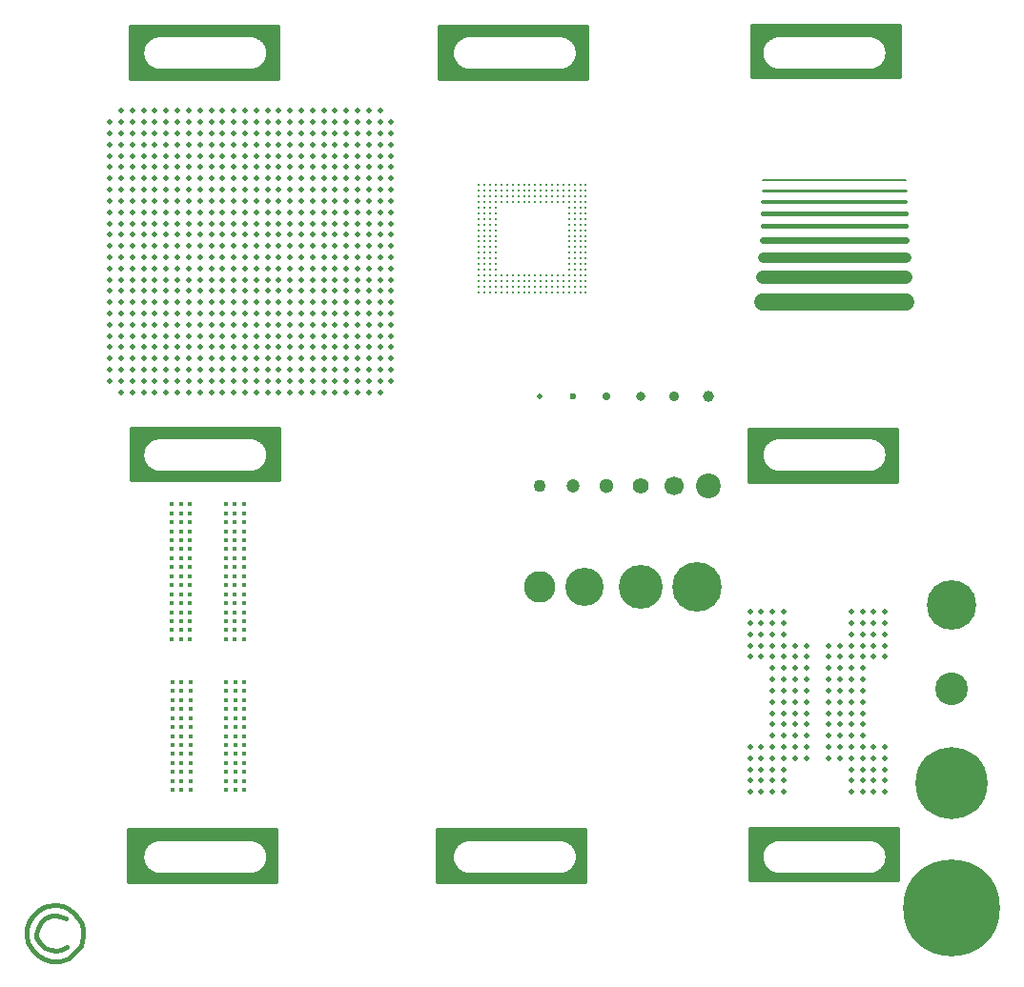
<source format=gbr>
%TF.GenerationSoftware,KiCad,Pcbnew,(5.1.10)-1*%
%TF.CreationDate,2022-01-31T16:37:24-08:00*%
%TF.ProjectId,TMPCB_Footprint-Side,544d5043-425f-4466-9f6f-747072696e74,rev?*%
%TF.SameCoordinates,Original*%
%TF.FileFunction,Copper,L2,Bot*%
%TF.FilePolarity,Positive*%
%FSLAX46Y46*%
G04 Gerber Fmt 4.6, Leading zero omitted, Abs format (unit mm)*
G04 Created by KiCad (PCBNEW (5.1.10)-1) date 2022-01-31 16:37:24*
%MOMM*%
%LPD*%
G01*
G04 APERTURE LIST*
%TA.AperFunction,EtchedComponent*%
%ADD10C,1.524000*%
%TD*%
%TA.AperFunction,EtchedComponent*%
%ADD11C,1.219200*%
%TD*%
%TA.AperFunction,EtchedComponent*%
%ADD12C,0.914400*%
%TD*%
%TA.AperFunction,EtchedComponent*%
%ADD13C,0.609600*%
%TD*%
%TA.AperFunction,EtchedComponent*%
%ADD14C,0.457200*%
%TD*%
%TA.AperFunction,EtchedComponent*%
%ADD15C,0.406400*%
%TD*%
%TA.AperFunction,EtchedComponent*%
%ADD16C,0.304800*%
%TD*%
%TA.AperFunction,EtchedComponent*%
%ADD17C,0.254000*%
%TD*%
%TA.AperFunction,EtchedComponent*%
%ADD18C,0.203200*%
%TD*%
%TA.AperFunction,EtchedComponent*%
%ADD19C,0.381000*%
%TD*%
%TA.AperFunction,SMDPad,CuDef*%
%ADD20C,0.400000*%
%TD*%
%TA.AperFunction,WasherPad*%
%ADD21C,0.500000*%
%TD*%
%TA.AperFunction,WasherPad*%
%ADD22C,0.600000*%
%TD*%
%TA.AperFunction,WasherPad*%
%ADD23C,0.700000*%
%TD*%
%TA.AperFunction,WasherPad*%
%ADD24C,0.800000*%
%TD*%
%TA.AperFunction,WasherPad*%
%ADD25C,0.900000*%
%TD*%
%TA.AperFunction,WasherPad*%
%ADD26C,1.000000*%
%TD*%
%TA.AperFunction,WasherPad*%
%ADD27C,1.100000*%
%TD*%
%TA.AperFunction,WasherPad*%
%ADD28C,1.400000*%
%TD*%
%TA.AperFunction,WasherPad*%
%ADD29C,1.700000*%
%TD*%
%TA.AperFunction,WasherPad*%
%ADD30C,2.200000*%
%TD*%
%TA.AperFunction,WasherPad*%
%ADD31C,2.800000*%
%TD*%
%TA.AperFunction,WasherPad*%
%ADD32C,3.400000*%
%TD*%
%TA.AperFunction,WasherPad*%
%ADD33C,1.200000*%
%TD*%
%TA.AperFunction,WasherPad*%
%ADD34C,1.300000*%
%TD*%
%TA.AperFunction,WasherPad*%
%ADD35C,3.900000*%
%TD*%
%TA.AperFunction,WasherPad*%
%ADD36C,4.400000*%
%TD*%
%TA.AperFunction,ComponentPad*%
%ADD37C,0.900000*%
%TD*%
%TA.AperFunction,ComponentPad*%
%ADD38C,8.600000*%
%TD*%
%TA.AperFunction,ComponentPad*%
%ADD39C,0.800000*%
%TD*%
%TA.AperFunction,ComponentPad*%
%ADD40C,6.400000*%
%TD*%
%TA.AperFunction,ComponentPad*%
%ADD41C,2.900000*%
%TD*%
%TA.AperFunction,ComponentPad*%
%ADD42C,4.400000*%
%TD*%
%TA.AperFunction,SMDPad,CuDef*%
%ADD43C,0.250000*%
%TD*%
%TA.AperFunction,SMDPad,CuDef*%
%ADD44C,0.500000*%
%TD*%
%TA.AperFunction,SMDPad,CuDef*%
%ADD45C,0.420000*%
%TD*%
%TA.AperFunction,NonConductor*%
%ADD46C,0.254000*%
%TD*%
%TA.AperFunction,NonConductor*%
%ADD47C,0.100000*%
%TD*%
G04 APERTURE END LIST*
D10*
%TO.C,Trace-Width (mil)*%
X174371000Y-71374000D02*
X161671000Y-71374000D01*
D11*
X174371000Y-69215000D02*
X161671000Y-69215000D01*
D12*
X174371000Y-67437000D02*
X161671000Y-67437000D01*
D13*
X174371000Y-65913000D02*
X161671000Y-65913000D01*
D14*
X174371000Y-64643000D02*
X161671000Y-64643000D01*
D15*
X174371000Y-63500000D02*
X161671000Y-63500000D01*
D16*
X174371000Y-62484000D02*
X161671000Y-62484000D01*
D17*
X174371000Y-61468000D02*
X161671000Y-61468000D01*
D18*
X174371000Y-60579000D02*
X161671000Y-60579000D01*
D19*
%TO.C,CopyLeft*%
X98206560Y-125107700D02*
X98806000Y-125008640D01*
X97805240Y-125206760D02*
X98206560Y-125107700D01*
X97304860Y-125509020D02*
X97805240Y-125206760D01*
X96807020Y-126006860D02*
X97304860Y-125509020D01*
X96504760Y-126507240D02*
X96807020Y-126006860D01*
X96306640Y-127109220D02*
X96504760Y-126507240D01*
X96306640Y-127708660D02*
X96306640Y-127109220D01*
X96405700Y-128308100D02*
X96306640Y-127708660D01*
X96807020Y-129009140D02*
X96405700Y-128308100D01*
X97304860Y-129506980D02*
X96807020Y-129009140D01*
X97906840Y-129809240D02*
X97304860Y-129506980D01*
X98506280Y-130007360D02*
X97906840Y-129809240D01*
X99306380Y-130007360D02*
X98506280Y-130007360D01*
X100004880Y-129707640D02*
X99306380Y-130007360D01*
X100505260Y-129308860D02*
X100004880Y-129707640D01*
X101107240Y-128607820D02*
X100505260Y-129308860D01*
X101305360Y-127807720D02*
X101107240Y-128607820D01*
X101305360Y-127208280D02*
X101305360Y-127807720D01*
X101206300Y-126707900D02*
X101305360Y-127208280D01*
X101005640Y-126309120D02*
X101206300Y-126707900D01*
X100505260Y-125707140D02*
X101005640Y-126309120D01*
X100004880Y-125308360D02*
X100505260Y-125707140D01*
X99507040Y-125107700D02*
X100004880Y-125308360D01*
X98905060Y-125008640D02*
X99507040Y-125107700D01*
X98806000Y-125008640D02*
X98905060Y-125008640D01*
X99306380Y-126006860D02*
X99806760Y-126207520D01*
X98905060Y-125907800D02*
X99306380Y-126006860D01*
X98506280Y-125907800D02*
X98905060Y-125907800D01*
X97906840Y-126207520D02*
X98506280Y-125907800D01*
X97607120Y-126507240D02*
X97906840Y-126207520D01*
X97304860Y-127007620D02*
X97607120Y-126507240D01*
X97205800Y-127508000D02*
X97304860Y-127007620D01*
X97205800Y-127906780D02*
X97205800Y-127508000D01*
X97505520Y-128407160D02*
X97205800Y-127906780D01*
X97906840Y-128808480D02*
X97505520Y-128407160D01*
X98407220Y-129009140D02*
X97906840Y-128808480D01*
X98905060Y-129108200D02*
X98407220Y-129009140D01*
X99405440Y-129009140D02*
X98905060Y-129108200D01*
X99905820Y-128706880D02*
X99405440Y-129009140D01*
%TD*%
D20*
%TO.P,FBGA-96,A1*%
%TO.N,N/C*%
X109195000Y-101377000D03*
%TO.P,FBGA-96,A2*%
X109995000Y-101377000D03*
%TO.P,FBGA-96,A3*%
X110795000Y-101377000D03*
%TO.P,FBGA-96,A7*%
X113995000Y-101377000D03*
%TO.P,FBGA-96,A8*%
X114795000Y-101377000D03*
%TO.P,FBGA-96,A9*%
X115595000Y-101377000D03*
%TO.P,FBGA-96,B1*%
X109195000Y-100577000D03*
%TO.P,FBGA-96,B2*%
X109995000Y-100577000D03*
%TO.P,FBGA-96,B3*%
X110795000Y-100577000D03*
%TO.P,FBGA-96,B7*%
X113995000Y-100577000D03*
%TO.P,FBGA-96,B8*%
X114795000Y-100577000D03*
%TO.P,FBGA-96,B9*%
X115595000Y-100577000D03*
%TO.P,FBGA-96,C1*%
X109195000Y-99777000D03*
%TO.P,FBGA-96,C2*%
X109995000Y-99777000D03*
%TO.P,FBGA-96,C3*%
X110795000Y-99777000D03*
%TO.P,FBGA-96,C7*%
X113995000Y-99777000D03*
%TO.P,FBGA-96,C8*%
X114795000Y-99777000D03*
%TO.P,FBGA-96,C9*%
X115595000Y-99777000D03*
%TO.P,FBGA-96,D1*%
X109195000Y-98977000D03*
%TO.P,FBGA-96,D2*%
X109995000Y-98977000D03*
%TO.P,FBGA-96,D3*%
X110795000Y-98977000D03*
%TO.P,FBGA-96,D7*%
X113995000Y-98977000D03*
%TO.P,FBGA-96,D8*%
X114795000Y-98977000D03*
%TO.P,FBGA-96,D9*%
X115595000Y-98977000D03*
%TO.P,FBGA-96,E1*%
X109195000Y-98177000D03*
%TO.P,FBGA-96,E2*%
X109995000Y-98177000D03*
%TO.P,FBGA-96,E3*%
X110795000Y-98177000D03*
%TO.P,FBGA-96,E7*%
X113995000Y-98177000D03*
%TO.P,FBGA-96,E8*%
X114795000Y-98177000D03*
%TO.P,FBGA-96,E9*%
X115595000Y-98177000D03*
%TO.P,FBGA-96,F1*%
X109195000Y-97377000D03*
%TO.P,FBGA-96,F2*%
X109995000Y-97377000D03*
%TO.P,FBGA-96,F3*%
X110795000Y-97377000D03*
%TO.P,FBGA-96,F7*%
X113995000Y-97377000D03*
%TO.P,FBGA-96,F8*%
X114795000Y-97377000D03*
%TO.P,FBGA-96,F9*%
X115595000Y-97377000D03*
%TO.P,FBGA-96,G1*%
X109195000Y-96577000D03*
%TO.P,FBGA-96,G2*%
X109995000Y-96577000D03*
%TO.P,FBGA-96,G3*%
X110795000Y-96577000D03*
%TO.P,FBGA-96,G7*%
X113995000Y-96577000D03*
%TO.P,FBGA-96,G8*%
X114795000Y-96577000D03*
%TO.P,FBGA-96,G9*%
X115595000Y-96577000D03*
%TO.P,FBGA-96,H1*%
X109195000Y-95777000D03*
%TO.P,FBGA-96,H2*%
X109995000Y-95777000D03*
%TO.P,FBGA-96,H3*%
X110795000Y-95777000D03*
%TO.P,FBGA-96,H7*%
X113995000Y-95777000D03*
%TO.P,FBGA-96,H8*%
X114795000Y-95777000D03*
%TO.P,FBGA-96,H9*%
X115595000Y-95777000D03*
%TO.P,FBGA-96,J1*%
X109195000Y-94977000D03*
%TO.P,FBGA-96,J2*%
X109995000Y-94977000D03*
%TO.P,FBGA-96,J3*%
X110795000Y-94977000D03*
%TO.P,FBGA-96,J7*%
X113995000Y-94977000D03*
%TO.P,FBGA-96,J8*%
X114795000Y-94977000D03*
%TO.P,FBGA-96,J9*%
X115595000Y-94977000D03*
%TO.P,FBGA-96,K1*%
X109195000Y-94177000D03*
%TO.P,FBGA-96,K2*%
X109995000Y-94177000D03*
%TO.P,FBGA-96,K3*%
X110795000Y-94177000D03*
%TO.P,FBGA-96,K7*%
X113995000Y-94177000D03*
%TO.P,FBGA-96,K8*%
X114795000Y-94177000D03*
%TO.P,FBGA-96,K9*%
X115595000Y-94177000D03*
%TO.P,FBGA-96,L1*%
X109195000Y-93377000D03*
%TO.P,FBGA-96,L2*%
X109995000Y-93377000D03*
%TO.P,FBGA-96,L3*%
X110795000Y-93377000D03*
%TO.P,FBGA-96,L7*%
X113995000Y-93377000D03*
%TO.P,FBGA-96,L8*%
X114795000Y-93377000D03*
%TO.P,FBGA-96,L9*%
X115595000Y-93377000D03*
%TO.P,FBGA-96,M1*%
X109195000Y-92577000D03*
%TO.P,FBGA-96,M2*%
X109995000Y-92577000D03*
%TO.P,FBGA-96,M3*%
X110795000Y-92577000D03*
%TO.P,FBGA-96,M7*%
X113995000Y-92577000D03*
%TO.P,FBGA-96,M8*%
X114795000Y-92577000D03*
%TO.P,FBGA-96,M9*%
X115595000Y-92577000D03*
%TO.P,FBGA-96,N1*%
X109195000Y-91777000D03*
%TO.P,FBGA-96,N2*%
X109995000Y-91777000D03*
%TO.P,FBGA-96,N3*%
X110795000Y-91777000D03*
%TO.P,FBGA-96,N7*%
X113995000Y-91777000D03*
%TO.P,FBGA-96,N8*%
X114795000Y-91777000D03*
%TO.P,FBGA-96,N9*%
X115595000Y-91777000D03*
%TO.P,FBGA-96,P1*%
X109195000Y-90977000D03*
%TO.P,FBGA-96,P2*%
X109995000Y-90977000D03*
%TO.P,FBGA-96,P3*%
X110795000Y-90977000D03*
%TO.P,FBGA-96,P7*%
X113995000Y-90977000D03*
%TO.P,FBGA-96,P8*%
X114795000Y-90977000D03*
%TO.P,FBGA-96,P9*%
X115595000Y-90977000D03*
%TO.P,FBGA-96,R1*%
X109195000Y-90177000D03*
%TO.P,FBGA-96,R2*%
X109995000Y-90177000D03*
%TO.P,FBGA-96,R3*%
X110795000Y-90177000D03*
%TO.P,FBGA-96,R7*%
X113995000Y-90177000D03*
%TO.P,FBGA-96,R8*%
X114795000Y-90177000D03*
%TO.P,FBGA-96,R9*%
X115595000Y-90177000D03*
%TO.P,FBGA-96,T1*%
X109195000Y-89377000D03*
%TO.P,FBGA-96,T2*%
X109995000Y-89377000D03*
%TO.P,FBGA-96,T3*%
X110795000Y-89377000D03*
%TO.P,FBGA-96,T7*%
X113995000Y-89377000D03*
%TO.P,FBGA-96,T8*%
X114795000Y-89377000D03*
%TO.P,FBGA-96,T9*%
X115595000Y-89377000D03*
%TD*%
D21*
%TO.P,REF\u002A\u002A,*%
%TO.N,*%
X141835000Y-79763000D03*
D22*
X144835000Y-79763000D03*
D23*
X147835000Y-79763000D03*
D24*
X150835000Y-79763000D03*
D25*
X153835000Y-79763000D03*
D26*
X156835000Y-79763000D03*
D27*
X141835000Y-87763000D03*
D28*
X150835000Y-87763000D03*
D29*
X153835000Y-87763000D03*
D30*
X156835000Y-87763000D03*
D31*
X141835000Y-96763000D03*
D32*
X145835000Y-96763000D03*
D33*
X144835000Y-87763000D03*
D34*
X147835000Y-87763000D03*
D35*
X150835000Y-96763000D03*
D36*
X155835000Y-96763000D03*
%TD*%
D37*
%TO.P,M4,1*%
%TO.N,N/C*%
X180740819Y-122941581D03*
X178460400Y-121997000D03*
X176179981Y-122941581D03*
X175235400Y-125222000D03*
X176179981Y-127502419D03*
X178460400Y-128447000D03*
X180740819Y-127502419D03*
X181685400Y-125222000D03*
D38*
X178460400Y-125222000D03*
%TD*%
D39*
%TO.P,M3,1*%
%TO.N,N/C*%
X180157456Y-112450544D03*
X178460400Y-111747600D03*
X176763344Y-112450544D03*
X176060400Y-114147600D03*
X176763344Y-115844656D03*
X178460400Y-116547600D03*
X180157456Y-115844656D03*
X180860400Y-114147600D03*
D40*
X178460400Y-114147600D03*
%TD*%
D41*
%TO.P,M2.5,1*%
%TO.N,N/C*%
X178460400Y-105816400D03*
%TD*%
D42*
%TO.P,M2,1*%
%TO.N,N/C*%
X178460400Y-98298000D03*
%TD*%
D43*
%TO.P,BGA-256 P0.5mm,Y20*%
%TO.N,N/C*%
X145974000Y-61036000D03*
%TO.P,BGA-256 P0.5mm,W20*%
X145974000Y-61536000D03*
%TO.P,BGA-256 P0.5mm,V20*%
X145974000Y-62036000D03*
%TO.P,BGA-256 P0.5mm,U20*%
X145974000Y-62536000D03*
%TO.P,BGA-256 P0.5mm,T20*%
X145974000Y-63036000D03*
%TO.P,BGA-256 P0.5mm,R20*%
X145974000Y-63536000D03*
%TO.P,BGA-256 P0.5mm,P20*%
X145974000Y-64036000D03*
%TO.P,BGA-256 P0.5mm,N20*%
X145974000Y-64536000D03*
%TO.P,BGA-256 P0.5mm,M20*%
X145974000Y-65036000D03*
%TO.P,BGA-256 P0.5mm,L20*%
X145974000Y-65536000D03*
%TO.P,BGA-256 P0.5mm,K20*%
X145974000Y-66036000D03*
%TO.P,BGA-256 P0.5mm,J20*%
X145974000Y-66536000D03*
%TO.P,BGA-256 P0.5mm,H20*%
X145974000Y-67036000D03*
%TO.P,BGA-256 P0.5mm,G20*%
X145974000Y-67536000D03*
%TO.P,BGA-256 P0.5mm,F20*%
X145974000Y-68036000D03*
%TO.P,BGA-256 P0.5mm,E20*%
X145974000Y-68536000D03*
%TO.P,BGA-256 P0.5mm,D20*%
X145974000Y-69036000D03*
%TO.P,BGA-256 P0.5mm,C20*%
X145974000Y-69536000D03*
%TO.P,BGA-256 P0.5mm,B20*%
X145974000Y-70036000D03*
%TO.P,BGA-256 P0.5mm,A20*%
X145974000Y-70536000D03*
%TO.P,BGA-256 P0.5mm,Y19*%
X145474000Y-61036000D03*
%TO.P,BGA-256 P0.5mm,W19*%
X145474000Y-61536000D03*
%TO.P,BGA-256 P0.5mm,V19*%
X145474000Y-62036000D03*
%TO.P,BGA-256 P0.5mm,U19*%
X145474000Y-62536000D03*
%TO.P,BGA-256 P0.5mm,T19*%
X145474000Y-63036000D03*
%TO.P,BGA-256 P0.5mm,R19*%
X145474000Y-63536000D03*
%TO.P,BGA-256 P0.5mm,P19*%
X145474000Y-64036000D03*
%TO.P,BGA-256 P0.5mm,N19*%
X145474000Y-64536000D03*
%TO.P,BGA-256 P0.5mm,M19*%
X145474000Y-65036000D03*
%TO.P,BGA-256 P0.5mm,L19*%
X145474000Y-65536000D03*
%TO.P,BGA-256 P0.5mm,K19*%
X145474000Y-66036000D03*
%TO.P,BGA-256 P0.5mm,J19*%
X145474000Y-66536000D03*
%TO.P,BGA-256 P0.5mm,H19*%
X145474000Y-67036000D03*
%TO.P,BGA-256 P0.5mm,G19*%
X145474000Y-67536000D03*
%TO.P,BGA-256 P0.5mm,F19*%
X145474000Y-68036000D03*
%TO.P,BGA-256 P0.5mm,E19*%
X145474000Y-68536000D03*
%TO.P,BGA-256 P0.5mm,D19*%
X145474000Y-69036000D03*
%TO.P,BGA-256 P0.5mm,C19*%
X145474000Y-69536000D03*
%TO.P,BGA-256 P0.5mm,B19*%
X145474000Y-70036000D03*
%TO.P,BGA-256 P0.5mm,A19*%
X145474000Y-70536000D03*
%TO.P,BGA-256 P0.5mm,Y18*%
X144974000Y-61036000D03*
%TO.P,BGA-256 P0.5mm,W18*%
X144974000Y-61536000D03*
%TO.P,BGA-256 P0.5mm,V18*%
X144974000Y-62036000D03*
%TO.P,BGA-256 P0.5mm,U18*%
X144974000Y-62536000D03*
%TO.P,BGA-256 P0.5mm,T18*%
X144974000Y-63036000D03*
%TO.P,BGA-256 P0.5mm,R18*%
X144974000Y-63536000D03*
%TO.P,BGA-256 P0.5mm,P18*%
X144974000Y-64036000D03*
%TO.P,BGA-256 P0.5mm,N18*%
X144974000Y-64536000D03*
%TO.P,BGA-256 P0.5mm,M18*%
X144974000Y-65036000D03*
%TO.P,BGA-256 P0.5mm,L18*%
X144974000Y-65536000D03*
%TO.P,BGA-256 P0.5mm,K18*%
X144974000Y-66036000D03*
%TO.P,BGA-256 P0.5mm,J18*%
X144974000Y-66536000D03*
%TO.P,BGA-256 P0.5mm,H18*%
X144974000Y-67036000D03*
%TO.P,BGA-256 P0.5mm,G18*%
X144974000Y-67536000D03*
%TO.P,BGA-256 P0.5mm,F18*%
X144974000Y-68036000D03*
%TO.P,BGA-256 P0.5mm,E18*%
X144974000Y-68536000D03*
%TO.P,BGA-256 P0.5mm,D18*%
X144974000Y-69036000D03*
%TO.P,BGA-256 P0.5mm,C18*%
X144974000Y-69536000D03*
%TO.P,BGA-256 P0.5mm,B18*%
X144974000Y-70036000D03*
%TO.P,BGA-256 P0.5mm,A18*%
X144974000Y-70536000D03*
%TO.P,BGA-256 P0.5mm,Y17*%
X144474000Y-61036000D03*
%TO.P,BGA-256 P0.5mm,W17*%
X144474000Y-61536000D03*
%TO.P,BGA-256 P0.5mm,V17*%
X144474000Y-62036000D03*
%TO.P,BGA-256 P0.5mm,U17*%
X144474000Y-62536000D03*
%TO.P,BGA-256 P0.5mm,T17*%
X144474000Y-63036000D03*
%TO.P,BGA-256 P0.5mm,R17*%
X144474000Y-63536000D03*
%TO.P,BGA-256 P0.5mm,P17*%
X144474000Y-64036000D03*
%TO.P,BGA-256 P0.5mm,N17*%
X144474000Y-64536000D03*
%TO.P,BGA-256 P0.5mm,M17*%
X144474000Y-65036000D03*
%TO.P,BGA-256 P0.5mm,L17*%
X144474000Y-65536000D03*
%TO.P,BGA-256 P0.5mm,K17*%
X144474000Y-66036000D03*
%TO.P,BGA-256 P0.5mm,J17*%
X144474000Y-66536000D03*
%TO.P,BGA-256 P0.5mm,H17*%
X144474000Y-67036000D03*
%TO.P,BGA-256 P0.5mm,G17*%
X144474000Y-67536000D03*
%TO.P,BGA-256 P0.5mm,F17*%
X144474000Y-68036000D03*
%TO.P,BGA-256 P0.5mm,E17*%
X144474000Y-68536000D03*
%TO.P,BGA-256 P0.5mm,D17*%
X144474000Y-69036000D03*
%TO.P,BGA-256 P0.5mm,C17*%
X144474000Y-69536000D03*
%TO.P,BGA-256 P0.5mm,B17*%
X144474000Y-70036000D03*
%TO.P,BGA-256 P0.5mm,A17*%
X144474000Y-70536000D03*
%TO.P,BGA-256 P0.5mm,Y16*%
X143974000Y-61036000D03*
%TO.P,BGA-256 P0.5mm,W16*%
X143974000Y-61536000D03*
%TO.P,BGA-256 P0.5mm,V16*%
X143974000Y-62036000D03*
%TO.P,BGA-256 P0.5mm,U16*%
X143974000Y-62536000D03*
%TO.P,BGA-256 P0.5mm,D16*%
X143974000Y-69036000D03*
%TO.P,BGA-256 P0.5mm,C16*%
X143974000Y-69536000D03*
%TO.P,BGA-256 P0.5mm,B16*%
X143974000Y-70036000D03*
%TO.P,BGA-256 P0.5mm,A16*%
X143974000Y-70536000D03*
%TO.P,BGA-256 P0.5mm,Y15*%
X143474000Y-61036000D03*
%TO.P,BGA-256 P0.5mm,W15*%
X143474000Y-61536000D03*
%TO.P,BGA-256 P0.5mm,V15*%
X143474000Y-62036000D03*
%TO.P,BGA-256 P0.5mm,U15*%
X143474000Y-62536000D03*
%TO.P,BGA-256 P0.5mm,D15*%
X143474000Y-69036000D03*
%TO.P,BGA-256 P0.5mm,C15*%
X143474000Y-69536000D03*
%TO.P,BGA-256 P0.5mm,B15*%
X143474000Y-70036000D03*
%TO.P,BGA-256 P0.5mm,A15*%
X143474000Y-70536000D03*
%TO.P,BGA-256 P0.5mm,Y14*%
X142974000Y-61036000D03*
%TO.P,BGA-256 P0.5mm,W14*%
X142974000Y-61536000D03*
%TO.P,BGA-256 P0.5mm,V14*%
X142974000Y-62036000D03*
%TO.P,BGA-256 P0.5mm,U14*%
X142974000Y-62536000D03*
%TO.P,BGA-256 P0.5mm,D14*%
X142974000Y-69036000D03*
%TO.P,BGA-256 P0.5mm,C14*%
X142974000Y-69536000D03*
%TO.P,BGA-256 P0.5mm,B14*%
X142974000Y-70036000D03*
%TO.P,BGA-256 P0.5mm,A14*%
X142974000Y-70536000D03*
%TO.P,BGA-256 P0.5mm,Y13*%
X142474000Y-61036000D03*
%TO.P,BGA-256 P0.5mm,W13*%
X142474000Y-61536000D03*
%TO.P,BGA-256 P0.5mm,V13*%
X142474000Y-62036000D03*
%TO.P,BGA-256 P0.5mm,U13*%
X142474000Y-62536000D03*
%TO.P,BGA-256 P0.5mm,D13*%
X142474000Y-69036000D03*
%TO.P,BGA-256 P0.5mm,C13*%
X142474000Y-69536000D03*
%TO.P,BGA-256 P0.5mm,B13*%
X142474000Y-70036000D03*
%TO.P,BGA-256 P0.5mm,A13*%
X142474000Y-70536000D03*
%TO.P,BGA-256 P0.5mm,Y12*%
X141974000Y-61036000D03*
%TO.P,BGA-256 P0.5mm,W12*%
X141974000Y-61536000D03*
%TO.P,BGA-256 P0.5mm,V12*%
X141974000Y-62036000D03*
%TO.P,BGA-256 P0.5mm,U12*%
X141974000Y-62536000D03*
%TO.P,BGA-256 P0.5mm,D12*%
X141974000Y-69036000D03*
%TO.P,BGA-256 P0.5mm,C12*%
X141974000Y-69536000D03*
%TO.P,BGA-256 P0.5mm,B12*%
X141974000Y-70036000D03*
%TO.P,BGA-256 P0.5mm,A12*%
X141974000Y-70536000D03*
%TO.P,BGA-256 P0.5mm,Y11*%
X141474000Y-61036000D03*
%TO.P,BGA-256 P0.5mm,W11*%
X141474000Y-61536000D03*
%TO.P,BGA-256 P0.5mm,V11*%
X141474000Y-62036000D03*
%TO.P,BGA-256 P0.5mm,U11*%
X141474000Y-62536000D03*
%TO.P,BGA-256 P0.5mm,D11*%
X141474000Y-69036000D03*
%TO.P,BGA-256 P0.5mm,C11*%
X141474000Y-69536000D03*
%TO.P,BGA-256 P0.5mm,B11*%
X141474000Y-70036000D03*
%TO.P,BGA-256 P0.5mm,A11*%
X141474000Y-70536000D03*
%TO.P,BGA-256 P0.5mm,Y10*%
X140974000Y-61036000D03*
%TO.P,BGA-256 P0.5mm,W10*%
X140974000Y-61536000D03*
%TO.P,BGA-256 P0.5mm,V10*%
X140974000Y-62036000D03*
%TO.P,BGA-256 P0.5mm,U10*%
X140974000Y-62536000D03*
%TO.P,BGA-256 P0.5mm,D10*%
X140974000Y-69036000D03*
%TO.P,BGA-256 P0.5mm,C10*%
X140974000Y-69536000D03*
%TO.P,BGA-256 P0.5mm,B10*%
X140974000Y-70036000D03*
%TO.P,BGA-256 P0.5mm,A10*%
X140974000Y-70536000D03*
%TO.P,BGA-256 P0.5mm,Y9*%
X140474000Y-61036000D03*
%TO.P,BGA-256 P0.5mm,W9*%
X140474000Y-61536000D03*
%TO.P,BGA-256 P0.5mm,V9*%
X140474000Y-62036000D03*
%TO.P,BGA-256 P0.5mm,U9*%
X140474000Y-62536000D03*
%TO.P,BGA-256 P0.5mm,D9*%
X140474000Y-69036000D03*
%TO.P,BGA-256 P0.5mm,C9*%
X140474000Y-69536000D03*
%TO.P,BGA-256 P0.5mm,B9*%
X140474000Y-70036000D03*
%TO.P,BGA-256 P0.5mm,A9*%
X140474000Y-70536000D03*
%TO.P,BGA-256 P0.5mm,Y8*%
X139974000Y-61036000D03*
%TO.P,BGA-256 P0.5mm,W8*%
X139974000Y-61536000D03*
%TO.P,BGA-256 P0.5mm,V8*%
X139974000Y-62036000D03*
%TO.P,BGA-256 P0.5mm,U8*%
X139974000Y-62536000D03*
%TO.P,BGA-256 P0.5mm,D8*%
X139974000Y-69036000D03*
%TO.P,BGA-256 P0.5mm,C8*%
X139974000Y-69536000D03*
%TO.P,BGA-256 P0.5mm,B8*%
X139974000Y-70036000D03*
%TO.P,BGA-256 P0.5mm,A8*%
X139974000Y-70536000D03*
%TO.P,BGA-256 P0.5mm,Y7*%
X139474000Y-61036000D03*
%TO.P,BGA-256 P0.5mm,W7*%
X139474000Y-61536000D03*
%TO.P,BGA-256 P0.5mm,V7*%
X139474000Y-62036000D03*
%TO.P,BGA-256 P0.5mm,U7*%
X139474000Y-62536000D03*
%TO.P,BGA-256 P0.5mm,D7*%
X139474000Y-69036000D03*
%TO.P,BGA-256 P0.5mm,C7*%
X139474000Y-69536000D03*
%TO.P,BGA-256 P0.5mm,B7*%
X139474000Y-70036000D03*
%TO.P,BGA-256 P0.5mm,A7*%
X139474000Y-70536000D03*
%TO.P,BGA-256 P0.5mm,Y6*%
X138974000Y-61036000D03*
%TO.P,BGA-256 P0.5mm,W6*%
X138974000Y-61536000D03*
%TO.P,BGA-256 P0.5mm,V6*%
X138974000Y-62036000D03*
%TO.P,BGA-256 P0.5mm,U6*%
X138974000Y-62536000D03*
%TO.P,BGA-256 P0.5mm,D6*%
X138974000Y-69036000D03*
%TO.P,BGA-256 P0.5mm,C6*%
X138974000Y-69536000D03*
%TO.P,BGA-256 P0.5mm,B6*%
X138974000Y-70036000D03*
%TO.P,BGA-256 P0.5mm,A6*%
X138974000Y-70536000D03*
%TO.P,BGA-256 P0.5mm,Y5*%
X138474000Y-61036000D03*
%TO.P,BGA-256 P0.5mm,W5*%
X138474000Y-61536000D03*
%TO.P,BGA-256 P0.5mm,V5*%
X138474000Y-62036000D03*
%TO.P,BGA-256 P0.5mm,U5*%
X138474000Y-62536000D03*
%TO.P,BGA-256 P0.5mm,D5*%
X138474000Y-69036000D03*
%TO.P,BGA-256 P0.5mm,C5*%
X138474000Y-69536000D03*
%TO.P,BGA-256 P0.5mm,B5*%
X138474000Y-70036000D03*
%TO.P,BGA-256 P0.5mm,A5*%
X138474000Y-70536000D03*
%TO.P,BGA-256 P0.5mm,Y4*%
X137974000Y-61036000D03*
%TO.P,BGA-256 P0.5mm,W4*%
X137974000Y-61536000D03*
%TO.P,BGA-256 P0.5mm,V4*%
X137974000Y-62036000D03*
%TO.P,BGA-256 P0.5mm,U4*%
X137974000Y-62536000D03*
%TO.P,BGA-256 P0.5mm,T4*%
X137974000Y-63036000D03*
%TO.P,BGA-256 P0.5mm,R4*%
X137974000Y-63536000D03*
%TO.P,BGA-256 P0.5mm,P4*%
X137974000Y-64036000D03*
%TO.P,BGA-256 P0.5mm,N4*%
X137974000Y-64536000D03*
%TO.P,BGA-256 P0.5mm,M4*%
X137974000Y-65036000D03*
%TO.P,BGA-256 P0.5mm,L4*%
X137974000Y-65536000D03*
%TO.P,BGA-256 P0.5mm,K4*%
X137974000Y-66036000D03*
%TO.P,BGA-256 P0.5mm,J4*%
X137974000Y-66536000D03*
%TO.P,BGA-256 P0.5mm,H4*%
X137974000Y-67036000D03*
%TO.P,BGA-256 P0.5mm,G4*%
X137974000Y-67536000D03*
%TO.P,BGA-256 P0.5mm,F4*%
X137974000Y-68036000D03*
%TO.P,BGA-256 P0.5mm,E4*%
X137974000Y-68536000D03*
%TO.P,BGA-256 P0.5mm,D4*%
X137974000Y-69036000D03*
%TO.P,BGA-256 P0.5mm,C4*%
X137974000Y-69536000D03*
%TO.P,BGA-256 P0.5mm,B4*%
X137974000Y-70036000D03*
%TO.P,BGA-256 P0.5mm,A4*%
X137974000Y-70536000D03*
%TO.P,BGA-256 P0.5mm,Y3*%
X137474000Y-61036000D03*
%TO.P,BGA-256 P0.5mm,W3*%
X137474000Y-61536000D03*
%TO.P,BGA-256 P0.5mm,V3*%
X137474000Y-62036000D03*
%TO.P,BGA-256 P0.5mm,U3*%
X137474000Y-62536000D03*
%TO.P,BGA-256 P0.5mm,T3*%
X137474000Y-63036000D03*
%TO.P,BGA-256 P0.5mm,R3*%
X137474000Y-63536000D03*
%TO.P,BGA-256 P0.5mm,P3*%
X137474000Y-64036000D03*
%TO.P,BGA-256 P0.5mm,N3*%
X137474000Y-64536000D03*
%TO.P,BGA-256 P0.5mm,M3*%
X137474000Y-65036000D03*
%TO.P,BGA-256 P0.5mm,L3*%
X137474000Y-65536000D03*
%TO.P,BGA-256 P0.5mm,K3*%
X137474000Y-66036000D03*
%TO.P,BGA-256 P0.5mm,J3*%
X137474000Y-66536000D03*
%TO.P,BGA-256 P0.5mm,H3*%
X137474000Y-67036000D03*
%TO.P,BGA-256 P0.5mm,G3*%
X137474000Y-67536000D03*
%TO.P,BGA-256 P0.5mm,F3*%
X137474000Y-68036000D03*
%TO.P,BGA-256 P0.5mm,E3*%
X137474000Y-68536000D03*
%TO.P,BGA-256 P0.5mm,D3*%
X137474000Y-69036000D03*
%TO.P,BGA-256 P0.5mm,C3*%
X137474000Y-69536000D03*
%TO.P,BGA-256 P0.5mm,B3*%
X137474000Y-70036000D03*
%TO.P,BGA-256 P0.5mm,A3*%
X137474000Y-70536000D03*
%TO.P,BGA-256 P0.5mm,Y2*%
X136974000Y-61036000D03*
%TO.P,BGA-256 P0.5mm,W2*%
X136974000Y-61536000D03*
%TO.P,BGA-256 P0.5mm,V2*%
X136974000Y-62036000D03*
%TO.P,BGA-256 P0.5mm,U2*%
X136974000Y-62536000D03*
%TO.P,BGA-256 P0.5mm,T2*%
X136974000Y-63036000D03*
%TO.P,BGA-256 P0.5mm,R2*%
X136974000Y-63536000D03*
%TO.P,BGA-256 P0.5mm,P2*%
X136974000Y-64036000D03*
%TO.P,BGA-256 P0.5mm,N2*%
X136974000Y-64536000D03*
%TO.P,BGA-256 P0.5mm,M2*%
X136974000Y-65036000D03*
%TO.P,BGA-256 P0.5mm,L2*%
X136974000Y-65536000D03*
%TO.P,BGA-256 P0.5mm,K2*%
X136974000Y-66036000D03*
%TO.P,BGA-256 P0.5mm,J2*%
X136974000Y-66536000D03*
%TO.P,BGA-256 P0.5mm,H2*%
X136974000Y-67036000D03*
%TO.P,BGA-256 P0.5mm,G2*%
X136974000Y-67536000D03*
%TO.P,BGA-256 P0.5mm,F2*%
X136974000Y-68036000D03*
%TO.P,BGA-256 P0.5mm,E2*%
X136974000Y-68536000D03*
%TO.P,BGA-256 P0.5mm,D2*%
X136974000Y-69036000D03*
%TO.P,BGA-256 P0.5mm,C2*%
X136974000Y-69536000D03*
%TO.P,BGA-256 P0.5mm,B2*%
X136974000Y-70036000D03*
%TO.P,BGA-256 P0.5mm,A2*%
X136974000Y-70536000D03*
%TO.P,BGA-256 P0.5mm,Y1*%
X136474000Y-61036000D03*
%TO.P,BGA-256 P0.5mm,W1*%
X136474000Y-61536000D03*
%TO.P,BGA-256 P0.5mm,V1*%
X136474000Y-62036000D03*
%TO.P,BGA-256 P0.5mm,U1*%
X136474000Y-62536000D03*
%TO.P,BGA-256 P0.5mm,T1*%
X136474000Y-63036000D03*
%TO.P,BGA-256 P0.5mm,R1*%
X136474000Y-63536000D03*
%TO.P,BGA-256 P0.5mm,P1*%
X136474000Y-64036000D03*
%TO.P,BGA-256 P0.5mm,N1*%
X136474000Y-64536000D03*
%TO.P,BGA-256 P0.5mm,M1*%
X136474000Y-65036000D03*
%TO.P,BGA-256 P0.5mm,L1*%
X136474000Y-65536000D03*
%TO.P,BGA-256 P0.5mm,K1*%
X136474000Y-66036000D03*
%TO.P,BGA-256 P0.5mm,J1*%
X136474000Y-66536000D03*
%TO.P,BGA-256 P0.5mm,H1*%
X136474000Y-67036000D03*
%TO.P,BGA-256 P0.5mm,G1*%
X136474000Y-67536000D03*
%TO.P,BGA-256 P0.5mm,F1*%
X136474000Y-68036000D03*
%TO.P,BGA-256 P0.5mm,E1*%
X136474000Y-68536000D03*
%TO.P,BGA-256 P0.5mm,D1*%
X136474000Y-69036000D03*
%TO.P,BGA-256 P0.5mm,C1*%
X136474000Y-69536000D03*
%TO.P,BGA-256 P0.5mm,B1*%
X136474000Y-70036000D03*
%TO.P,BGA-256 P0.5mm,A1*%
X136474000Y-70536000D03*
%TD*%
D44*
%TO.P,BGA-152,U13*%
%TO.N,N/C*%
X172545000Y-98950000D03*
%TO.P,BGA-152,T13*%
X172545000Y-99950000D03*
%TO.P,BGA-152,R13*%
X172545000Y-100950000D03*
%TO.P,BGA-152,P13*%
X172545000Y-101950000D03*
%TO.P,BGA-152,N13*%
X172545000Y-102950000D03*
%TO.P,BGA-152,E13*%
X172545000Y-110950000D03*
%TO.P,BGA-152,D13*%
X172545000Y-111950000D03*
%TO.P,BGA-152,C13*%
X172545000Y-112950000D03*
%TO.P,BGA-152,B13*%
X172545000Y-113950000D03*
%TO.P,BGA-152,A13*%
X172545000Y-114950000D03*
%TO.P,BGA-152,U12*%
X171545000Y-98950000D03*
%TO.P,BGA-152,T12*%
X171545000Y-99950000D03*
%TO.P,BGA-152,R12*%
X171545000Y-100950000D03*
%TO.P,BGA-152,P12*%
X171545000Y-101950000D03*
%TO.P,BGA-152,N12*%
X171545000Y-102950000D03*
%TO.P,BGA-152,E12*%
X171545000Y-110950000D03*
%TO.P,BGA-152,D12*%
X171545000Y-111950000D03*
%TO.P,BGA-152,C12*%
X171545000Y-112950000D03*
%TO.P,BGA-152,B12*%
X171545000Y-113950000D03*
%TO.P,BGA-152,A12*%
X171545000Y-114950000D03*
%TO.P,BGA-152,U11*%
X170545000Y-98950000D03*
%TO.P,BGA-152,T11*%
X170545000Y-99950000D03*
%TO.P,BGA-152,R11*%
X170545000Y-100950000D03*
%TO.P,BGA-152,P11*%
X170545000Y-101950000D03*
%TO.P,BGA-152,N11*%
X170545000Y-102950000D03*
%TO.P,BGA-152,M11*%
X170545000Y-103950000D03*
%TO.P,BGA-152,L11*%
X170545000Y-104950000D03*
%TO.P,BGA-152,K11*%
X170545000Y-105950000D03*
%TO.P,BGA-152,J11*%
X170545000Y-106950000D03*
%TO.P,BGA-152,H11*%
X170545000Y-107950000D03*
%TO.P,BGA-152,G11*%
X170545000Y-108950000D03*
%TO.P,BGA-152,F11*%
X170545000Y-109950000D03*
%TO.P,BGA-152,E11*%
X170545000Y-110950000D03*
%TO.P,BGA-152,D11*%
X170545000Y-111950000D03*
%TO.P,BGA-152,C11*%
X170545000Y-112950000D03*
%TO.P,BGA-152,B11*%
X170545000Y-113950000D03*
%TO.P,BGA-152,A11*%
X170545000Y-114950000D03*
%TO.P,BGA-152,U10*%
X169545000Y-98950000D03*
%TO.P,BGA-152,T10*%
X169545000Y-99950000D03*
%TO.P,BGA-152,R10*%
X169545000Y-100950000D03*
%TO.P,BGA-152,P10*%
X169545000Y-101950000D03*
%TO.P,BGA-152,N10*%
X169545000Y-102950000D03*
%TO.P,BGA-152,M10*%
X169545000Y-103950000D03*
%TO.P,BGA-152,L10*%
X169545000Y-104950000D03*
%TO.P,BGA-152,K10*%
X169545000Y-105950000D03*
%TO.P,BGA-152,J10*%
X169545000Y-106950000D03*
%TO.P,BGA-152,H10*%
X169545000Y-107950000D03*
%TO.P,BGA-152,G10*%
X169545000Y-108950000D03*
%TO.P,BGA-152,F10*%
X169545000Y-109950000D03*
%TO.P,BGA-152,E10*%
X169545000Y-110950000D03*
%TO.P,BGA-152,D10*%
X169545000Y-111950000D03*
%TO.P,BGA-152,C10*%
X169545000Y-112950000D03*
%TO.P,BGA-152,B10*%
X169545000Y-113950000D03*
%TO.P,BGA-152,A10*%
X169545000Y-114950000D03*
%TO.P,BGA-152,P9*%
X168545000Y-101950000D03*
%TO.P,BGA-152,M9*%
X168545000Y-103950000D03*
%TO.P,BGA-152,L9*%
X168545000Y-104950000D03*
%TO.P,BGA-152,K9*%
X168545000Y-105950000D03*
%TO.P,BGA-152,J9*%
X168545000Y-106950000D03*
%TO.P,BGA-152,H9*%
X168545000Y-107950000D03*
%TO.P,BGA-152,G9*%
X168545000Y-108950000D03*
%TO.P,BGA-152,F9*%
X168545000Y-109950000D03*
%TO.P,BGA-152,E9*%
X168545000Y-110950000D03*
%TO.P,BGA-152,N8*%
X167545000Y-102950000D03*
%TO.P,BGA-152,M8*%
X167545000Y-103950000D03*
%TO.P,BGA-152,L8*%
X167545000Y-104950000D03*
%TO.P,BGA-152,K8*%
X167545000Y-105950000D03*
%TO.P,BGA-152,J8*%
X167545000Y-106950000D03*
%TO.P,BGA-152,H8*%
X167545000Y-107950000D03*
%TO.P,BGA-152,G8*%
X167545000Y-108950000D03*
%TO.P,BGA-152,F8*%
X167545000Y-109950000D03*
%TO.P,BGA-152,E8*%
X167545000Y-110950000D03*
%TO.P,BGA-152,P6*%
X165545000Y-101950000D03*
%TO.P,BGA-152,M6*%
X165545000Y-103950000D03*
%TO.P,BGA-152,L6*%
X165545000Y-104950000D03*
%TO.P,BGA-152,K6*%
X165545000Y-105950000D03*
%TO.P,BGA-152,J6*%
X165545000Y-106950000D03*
%TO.P,BGA-152,H6*%
X165545000Y-107950000D03*
%TO.P,BGA-152,G6*%
X165545000Y-108950000D03*
%TO.P,BGA-152,F6*%
X165545000Y-109950000D03*
%TO.P,BGA-152,D6*%
X165545000Y-111950000D03*
%TO.P,BGA-152,N5*%
X164545000Y-102950000D03*
%TO.P,BGA-152,M5*%
X164545000Y-103950000D03*
%TO.P,BGA-152,L5*%
X164545000Y-104950000D03*
%TO.P,BGA-152,K5*%
X164545000Y-105950000D03*
%TO.P,BGA-152,J5*%
X164545000Y-106950000D03*
%TO.P,BGA-152,H5*%
X164545000Y-107950000D03*
%TO.P,BGA-152,G5*%
X164545000Y-108950000D03*
%TO.P,BGA-152,F5*%
X164545000Y-109950000D03*
%TO.P,BGA-152,E5*%
X164545000Y-110950000D03*
%TO.P,BGA-152,U4*%
X163545000Y-98950000D03*
%TO.P,BGA-152,T4*%
X163545000Y-99950000D03*
%TO.P,BGA-152,R4*%
X163545000Y-100950000D03*
%TO.P,BGA-152,P4*%
X163545000Y-101950000D03*
%TO.P,BGA-152,N4*%
X163545000Y-102950000D03*
%TO.P,BGA-152,M4*%
X163545000Y-103950000D03*
%TO.P,BGA-152,L4*%
X163545000Y-104950000D03*
%TO.P,BGA-152,K4*%
X163545000Y-105950000D03*
%TO.P,BGA-152,J4*%
X163545000Y-106950000D03*
%TO.P,BGA-152,H4*%
X163545000Y-107950000D03*
%TO.P,BGA-152,G4*%
X163545000Y-108950000D03*
%TO.P,BGA-152,F4*%
X163545000Y-109950000D03*
%TO.P,BGA-152,E4*%
X163545000Y-110950000D03*
%TO.P,BGA-152,D4*%
X163545000Y-111950000D03*
%TO.P,BGA-152,C4*%
X163545000Y-112950000D03*
%TO.P,BGA-152,B4*%
X163545000Y-113950000D03*
%TO.P,BGA-152,A4*%
X163545000Y-114950000D03*
%TO.P,BGA-152,U3*%
X162545000Y-98950000D03*
%TO.P,BGA-152,T3*%
X162545000Y-99950000D03*
%TO.P,BGA-152,R3*%
X162545000Y-100950000D03*
%TO.P,BGA-152,P3*%
X162545000Y-101950000D03*
%TO.P,BGA-152,N3*%
X162545000Y-102950000D03*
%TO.P,BGA-152,M3*%
X162545000Y-103950000D03*
%TO.P,BGA-152,L3*%
X162545000Y-104950000D03*
%TO.P,BGA-152,K3*%
X162545000Y-105950000D03*
%TO.P,BGA-152,J3*%
X162545000Y-106950000D03*
%TO.P,BGA-152,H3*%
X162545000Y-107950000D03*
%TO.P,BGA-152,G3*%
X162545000Y-108950000D03*
%TO.P,BGA-152,F3*%
X162545000Y-109950000D03*
%TO.P,BGA-152,E3*%
X162545000Y-110950000D03*
%TO.P,BGA-152,D3*%
X162545000Y-111950000D03*
%TO.P,BGA-152,C3*%
X162545000Y-112950000D03*
%TO.P,BGA-152,B3*%
X162545000Y-113950000D03*
%TO.P,BGA-152,A3*%
X162545000Y-114950000D03*
%TO.P,BGA-152,U2*%
X161545000Y-98950000D03*
%TO.P,BGA-152,T2*%
X161545000Y-99950000D03*
%TO.P,BGA-152,R2*%
X161545000Y-100950000D03*
%TO.P,BGA-152,P2*%
X161545000Y-101950000D03*
%TO.P,BGA-152,N2*%
X161545000Y-102950000D03*
%TO.P,BGA-152,E2*%
X161545000Y-110950000D03*
%TO.P,BGA-152,D2*%
X161545000Y-111950000D03*
%TO.P,BGA-152,C2*%
X161545000Y-112950000D03*
%TO.P,BGA-152,B2*%
X161545000Y-113950000D03*
%TO.P,BGA-152,A2*%
X161545000Y-114950000D03*
%TO.P,BGA-152,U1*%
X160545000Y-98950000D03*
%TO.P,BGA-152,T1*%
X160545000Y-99950000D03*
%TO.P,BGA-152,R1*%
X160545000Y-100950000D03*
%TO.P,BGA-152,P1*%
X160545000Y-101950000D03*
%TO.P,BGA-152,N1*%
X160545000Y-102950000D03*
%TO.P,BGA-152,E1*%
X160545000Y-110950000D03*
%TO.P,BGA-152,D1*%
X160545000Y-111950000D03*
%TO.P,BGA-152,C1*%
X160545000Y-112950000D03*
%TO.P,BGA-152,B1*%
X160545000Y-113950000D03*
%TO.P,BGA-152,A1*%
X160545000Y-114950000D03*
%TO.P,BGA-152,D5*%
X164545000Y-111950000D03*
%TO.P,BGA-152,E6*%
X165545000Y-110950000D03*
%TO.P,BGA-152,D8*%
X167545000Y-111950000D03*
%TO.P,BGA-152,D9*%
X168545000Y-111950000D03*
%TO.P,BGA-152,P5*%
X164545000Y-101950000D03*
%TO.P,BGA-152,N6*%
X165545000Y-102950000D03*
%TO.P,BGA-152,P8*%
X167545000Y-101950000D03*
%TO.P,BGA-152,N9*%
X168545000Y-102950000D03*
%TD*%
%TO.P,BGA-672 P1.0mm,AE26*%
%TO.N,N/C*%
X128705000Y-55429000D03*
%TO.P,BGA-672 P1.0mm,AD26*%
X128705000Y-56429000D03*
%TO.P,BGA-672 P1.0mm,AC26*%
X128705000Y-57429000D03*
%TO.P,BGA-672 P1.0mm,AB26*%
X128705000Y-58429000D03*
%TO.P,BGA-672 P1.0mm,AA26*%
X128705000Y-59429000D03*
%TO.P,BGA-672 P1.0mm,Y26*%
X128705000Y-60429000D03*
%TO.P,BGA-672 P1.0mm,W26*%
X128705000Y-61429000D03*
%TO.P,BGA-672 P1.0mm,V26*%
X128705000Y-62429000D03*
%TO.P,BGA-672 P1.0mm,U26*%
X128705000Y-63429000D03*
%TO.P,BGA-672 P1.0mm,T26*%
X128705000Y-64429000D03*
%TO.P,BGA-672 P1.0mm,R26*%
X128705000Y-65429000D03*
%TO.P,BGA-672 P1.0mm,P26*%
X128705000Y-66429000D03*
%TO.P,BGA-672 P1.0mm,N26*%
X128705000Y-67429000D03*
%TO.P,BGA-672 P1.0mm,M26*%
X128705000Y-68429000D03*
%TO.P,BGA-672 P1.0mm,L26*%
X128705000Y-69429000D03*
%TO.P,BGA-672 P1.0mm,K26*%
X128705000Y-70429000D03*
%TO.P,BGA-672 P1.0mm,J26*%
X128705000Y-71429000D03*
%TO.P,BGA-672 P1.0mm,H26*%
X128705000Y-72429000D03*
%TO.P,BGA-672 P1.0mm,G26*%
X128705000Y-73429000D03*
%TO.P,BGA-672 P1.0mm,F26*%
X128705000Y-74429000D03*
%TO.P,BGA-672 P1.0mm,E26*%
X128705000Y-75429000D03*
%TO.P,BGA-672 P1.0mm,D26*%
X128705000Y-76429000D03*
%TO.P,BGA-672 P1.0mm,C26*%
X128705000Y-77429000D03*
%TO.P,BGA-672 P1.0mm,B26*%
X128705000Y-78429000D03*
%TO.P,BGA-672 P1.0mm,AF25*%
X127705000Y-54429000D03*
%TO.P,BGA-672 P1.0mm,AE25*%
X127705000Y-55429000D03*
%TO.P,BGA-672 P1.0mm,AD25*%
X127705000Y-56429000D03*
%TO.P,BGA-672 P1.0mm,AC25*%
X127705000Y-57429000D03*
%TO.P,BGA-672 P1.0mm,AB25*%
X127705000Y-58429000D03*
%TO.P,BGA-672 P1.0mm,AA25*%
X127705000Y-59429000D03*
%TO.P,BGA-672 P1.0mm,Y25*%
X127705000Y-60429000D03*
%TO.P,BGA-672 P1.0mm,W25*%
X127705000Y-61429000D03*
%TO.P,BGA-672 P1.0mm,V25*%
X127705000Y-62429000D03*
%TO.P,BGA-672 P1.0mm,U25*%
X127705000Y-63429000D03*
%TO.P,BGA-672 P1.0mm,T25*%
X127705000Y-64429000D03*
%TO.P,BGA-672 P1.0mm,R25*%
X127705000Y-65429000D03*
%TO.P,BGA-672 P1.0mm,P25*%
X127705000Y-66429000D03*
%TO.P,BGA-672 P1.0mm,N25*%
X127705000Y-67429000D03*
%TO.P,BGA-672 P1.0mm,M25*%
X127705000Y-68429000D03*
%TO.P,BGA-672 P1.0mm,L25*%
X127705000Y-69429000D03*
%TO.P,BGA-672 P1.0mm,K25*%
X127705000Y-70429000D03*
%TO.P,BGA-672 P1.0mm,J25*%
X127705000Y-71429000D03*
%TO.P,BGA-672 P1.0mm,H25*%
X127705000Y-72429000D03*
%TO.P,BGA-672 P1.0mm,G25*%
X127705000Y-73429000D03*
%TO.P,BGA-672 P1.0mm,F25*%
X127705000Y-74429000D03*
%TO.P,BGA-672 P1.0mm,E25*%
X127705000Y-75429000D03*
%TO.P,BGA-672 P1.0mm,D25*%
X127705000Y-76429000D03*
%TO.P,BGA-672 P1.0mm,C25*%
X127705000Y-77429000D03*
%TO.P,BGA-672 P1.0mm,B25*%
X127705000Y-78429000D03*
%TO.P,BGA-672 P1.0mm,A25*%
X127705000Y-79429000D03*
%TO.P,BGA-672 P1.0mm,AF24*%
X126705000Y-54429000D03*
%TO.P,BGA-672 P1.0mm,AE24*%
X126705000Y-55429000D03*
%TO.P,BGA-672 P1.0mm,AD24*%
X126705000Y-56429000D03*
%TO.P,BGA-672 P1.0mm,AC24*%
X126705000Y-57429000D03*
%TO.P,BGA-672 P1.0mm,AB24*%
X126705000Y-58429000D03*
%TO.P,BGA-672 P1.0mm,AA24*%
X126705000Y-59429000D03*
%TO.P,BGA-672 P1.0mm,Y24*%
X126705000Y-60429000D03*
%TO.P,BGA-672 P1.0mm,W24*%
X126705000Y-61429000D03*
%TO.P,BGA-672 P1.0mm,V24*%
X126705000Y-62429000D03*
%TO.P,BGA-672 P1.0mm,U24*%
X126705000Y-63429000D03*
%TO.P,BGA-672 P1.0mm,T24*%
X126705000Y-64429000D03*
%TO.P,BGA-672 P1.0mm,R24*%
X126705000Y-65429000D03*
%TO.P,BGA-672 P1.0mm,P24*%
X126705000Y-66429000D03*
%TO.P,BGA-672 P1.0mm,N24*%
X126705000Y-67429000D03*
%TO.P,BGA-672 P1.0mm,M24*%
X126705000Y-68429000D03*
%TO.P,BGA-672 P1.0mm,L24*%
X126705000Y-69429000D03*
%TO.P,BGA-672 P1.0mm,K24*%
X126705000Y-70429000D03*
%TO.P,BGA-672 P1.0mm,J24*%
X126705000Y-71429000D03*
%TO.P,BGA-672 P1.0mm,H24*%
X126705000Y-72429000D03*
%TO.P,BGA-672 P1.0mm,G24*%
X126705000Y-73429000D03*
%TO.P,BGA-672 P1.0mm,F24*%
X126705000Y-74429000D03*
%TO.P,BGA-672 P1.0mm,E24*%
X126705000Y-75429000D03*
%TO.P,BGA-672 P1.0mm,D24*%
X126705000Y-76429000D03*
%TO.P,BGA-672 P1.0mm,C24*%
X126705000Y-77429000D03*
%TO.P,BGA-672 P1.0mm,B24*%
X126705000Y-78429000D03*
%TO.P,BGA-672 P1.0mm,A24*%
X126705000Y-79429000D03*
%TO.P,BGA-672 P1.0mm,AF23*%
X125705000Y-54429000D03*
%TO.P,BGA-672 P1.0mm,AE23*%
X125705000Y-55429000D03*
%TO.P,BGA-672 P1.0mm,AD23*%
X125705000Y-56429000D03*
%TO.P,BGA-672 P1.0mm,AC23*%
X125705000Y-57429000D03*
%TO.P,BGA-672 P1.0mm,AB23*%
X125705000Y-58429000D03*
%TO.P,BGA-672 P1.0mm,AA23*%
X125705000Y-59429000D03*
%TO.P,BGA-672 P1.0mm,Y23*%
X125705000Y-60429000D03*
%TO.P,BGA-672 P1.0mm,W23*%
X125705000Y-61429000D03*
%TO.P,BGA-672 P1.0mm,V23*%
X125705000Y-62429000D03*
%TO.P,BGA-672 P1.0mm,U23*%
X125705000Y-63429000D03*
%TO.P,BGA-672 P1.0mm,T23*%
X125705000Y-64429000D03*
%TO.P,BGA-672 P1.0mm,R23*%
X125705000Y-65429000D03*
%TO.P,BGA-672 P1.0mm,P23*%
X125705000Y-66429000D03*
%TO.P,BGA-672 P1.0mm,N23*%
X125705000Y-67429000D03*
%TO.P,BGA-672 P1.0mm,M23*%
X125705000Y-68429000D03*
%TO.P,BGA-672 P1.0mm,L23*%
X125705000Y-69429000D03*
%TO.P,BGA-672 P1.0mm,K23*%
X125705000Y-70429000D03*
%TO.P,BGA-672 P1.0mm,J23*%
X125705000Y-71429000D03*
%TO.P,BGA-672 P1.0mm,H23*%
X125705000Y-72429000D03*
%TO.P,BGA-672 P1.0mm,G23*%
X125705000Y-73429000D03*
%TO.P,BGA-672 P1.0mm,F23*%
X125705000Y-74429000D03*
%TO.P,BGA-672 P1.0mm,E23*%
X125705000Y-75429000D03*
%TO.P,BGA-672 P1.0mm,D23*%
X125705000Y-76429000D03*
%TO.P,BGA-672 P1.0mm,C23*%
X125705000Y-77429000D03*
%TO.P,BGA-672 P1.0mm,B23*%
X125705000Y-78429000D03*
%TO.P,BGA-672 P1.0mm,A23*%
X125705000Y-79429000D03*
%TO.P,BGA-672 P1.0mm,AF22*%
X124705000Y-54429000D03*
%TO.P,BGA-672 P1.0mm,AE22*%
X124705000Y-55429000D03*
%TO.P,BGA-672 P1.0mm,AD22*%
X124705000Y-56429000D03*
%TO.P,BGA-672 P1.0mm,AC22*%
X124705000Y-57429000D03*
%TO.P,BGA-672 P1.0mm,AB22*%
X124705000Y-58429000D03*
%TO.P,BGA-672 P1.0mm,AA22*%
X124705000Y-59429000D03*
%TO.P,BGA-672 P1.0mm,Y22*%
X124705000Y-60429000D03*
%TO.P,BGA-672 P1.0mm,W22*%
X124705000Y-61429000D03*
%TO.P,BGA-672 P1.0mm,V22*%
X124705000Y-62429000D03*
%TO.P,BGA-672 P1.0mm,U22*%
X124705000Y-63429000D03*
%TO.P,BGA-672 P1.0mm,T22*%
X124705000Y-64429000D03*
%TO.P,BGA-672 P1.0mm,R22*%
X124705000Y-65429000D03*
%TO.P,BGA-672 P1.0mm,P22*%
X124705000Y-66429000D03*
%TO.P,BGA-672 P1.0mm,N22*%
X124705000Y-67429000D03*
%TO.P,BGA-672 P1.0mm,M22*%
X124705000Y-68429000D03*
%TO.P,BGA-672 P1.0mm,L22*%
X124705000Y-69429000D03*
%TO.P,BGA-672 P1.0mm,K22*%
X124705000Y-70429000D03*
%TO.P,BGA-672 P1.0mm,J22*%
X124705000Y-71429000D03*
%TO.P,BGA-672 P1.0mm,H22*%
X124705000Y-72429000D03*
%TO.P,BGA-672 P1.0mm,G22*%
X124705000Y-73429000D03*
%TO.P,BGA-672 P1.0mm,F22*%
X124705000Y-74429000D03*
%TO.P,BGA-672 P1.0mm,E22*%
X124705000Y-75429000D03*
%TO.P,BGA-672 P1.0mm,D22*%
X124705000Y-76429000D03*
%TO.P,BGA-672 P1.0mm,C22*%
X124705000Y-77429000D03*
%TO.P,BGA-672 P1.0mm,B22*%
X124705000Y-78429000D03*
%TO.P,BGA-672 P1.0mm,A22*%
X124705000Y-79429000D03*
%TO.P,BGA-672 P1.0mm,AF21*%
X123705000Y-54429000D03*
%TO.P,BGA-672 P1.0mm,AE21*%
X123705000Y-55429000D03*
%TO.P,BGA-672 P1.0mm,AD21*%
X123705000Y-56429000D03*
%TO.P,BGA-672 P1.0mm,AC21*%
X123705000Y-57429000D03*
%TO.P,BGA-672 P1.0mm,AB21*%
X123705000Y-58429000D03*
%TO.P,BGA-672 P1.0mm,AA21*%
X123705000Y-59429000D03*
%TO.P,BGA-672 P1.0mm,Y21*%
X123705000Y-60429000D03*
%TO.P,BGA-672 P1.0mm,W21*%
X123705000Y-61429000D03*
%TO.P,BGA-672 P1.0mm,V21*%
X123705000Y-62429000D03*
%TO.P,BGA-672 P1.0mm,U21*%
X123705000Y-63429000D03*
%TO.P,BGA-672 P1.0mm,T21*%
X123705000Y-64429000D03*
%TO.P,BGA-672 P1.0mm,R21*%
X123705000Y-65429000D03*
%TO.P,BGA-672 P1.0mm,P21*%
X123705000Y-66429000D03*
%TO.P,BGA-672 P1.0mm,N21*%
X123705000Y-67429000D03*
%TO.P,BGA-672 P1.0mm,M21*%
X123705000Y-68429000D03*
%TO.P,BGA-672 P1.0mm,L21*%
X123705000Y-69429000D03*
%TO.P,BGA-672 P1.0mm,K21*%
X123705000Y-70429000D03*
%TO.P,BGA-672 P1.0mm,J21*%
X123705000Y-71429000D03*
%TO.P,BGA-672 P1.0mm,H21*%
X123705000Y-72429000D03*
%TO.P,BGA-672 P1.0mm,G21*%
X123705000Y-73429000D03*
%TO.P,BGA-672 P1.0mm,F21*%
X123705000Y-74429000D03*
%TO.P,BGA-672 P1.0mm,E21*%
X123705000Y-75429000D03*
%TO.P,BGA-672 P1.0mm,D21*%
X123705000Y-76429000D03*
%TO.P,BGA-672 P1.0mm,C21*%
X123705000Y-77429000D03*
%TO.P,BGA-672 P1.0mm,B21*%
X123705000Y-78429000D03*
%TO.P,BGA-672 P1.0mm,A21*%
X123705000Y-79429000D03*
%TO.P,BGA-672 P1.0mm,AF20*%
X122705000Y-54429000D03*
%TO.P,BGA-672 P1.0mm,AE20*%
X122705000Y-55429000D03*
%TO.P,BGA-672 P1.0mm,AD20*%
X122705000Y-56429000D03*
%TO.P,BGA-672 P1.0mm,AC20*%
X122705000Y-57429000D03*
%TO.P,BGA-672 P1.0mm,AB20*%
X122705000Y-58429000D03*
%TO.P,BGA-672 P1.0mm,AA20*%
X122705000Y-59429000D03*
%TO.P,BGA-672 P1.0mm,Y20*%
X122705000Y-60429000D03*
%TO.P,BGA-672 P1.0mm,W20*%
X122705000Y-61429000D03*
%TO.P,BGA-672 P1.0mm,V20*%
X122705000Y-62429000D03*
%TO.P,BGA-672 P1.0mm,U20*%
X122705000Y-63429000D03*
%TO.P,BGA-672 P1.0mm,T20*%
X122705000Y-64429000D03*
%TO.P,BGA-672 P1.0mm,R20*%
X122705000Y-65429000D03*
%TO.P,BGA-672 P1.0mm,P20*%
X122705000Y-66429000D03*
%TO.P,BGA-672 P1.0mm,N20*%
X122705000Y-67429000D03*
%TO.P,BGA-672 P1.0mm,M20*%
X122705000Y-68429000D03*
%TO.P,BGA-672 P1.0mm,L20*%
X122705000Y-69429000D03*
%TO.P,BGA-672 P1.0mm,K20*%
X122705000Y-70429000D03*
%TO.P,BGA-672 P1.0mm,J20*%
X122705000Y-71429000D03*
%TO.P,BGA-672 P1.0mm,H20*%
X122705000Y-72429000D03*
%TO.P,BGA-672 P1.0mm,G20*%
X122705000Y-73429000D03*
%TO.P,BGA-672 P1.0mm,F20*%
X122705000Y-74429000D03*
%TO.P,BGA-672 P1.0mm,E20*%
X122705000Y-75429000D03*
%TO.P,BGA-672 P1.0mm,D20*%
X122705000Y-76429000D03*
%TO.P,BGA-672 P1.0mm,C20*%
X122705000Y-77429000D03*
%TO.P,BGA-672 P1.0mm,B20*%
X122705000Y-78429000D03*
%TO.P,BGA-672 P1.0mm,A20*%
X122705000Y-79429000D03*
%TO.P,BGA-672 P1.0mm,AF19*%
X121705000Y-54429000D03*
%TO.P,BGA-672 P1.0mm,AE19*%
X121705000Y-55429000D03*
%TO.P,BGA-672 P1.0mm,AD19*%
X121705000Y-56429000D03*
%TO.P,BGA-672 P1.0mm,AC19*%
X121705000Y-57429000D03*
%TO.P,BGA-672 P1.0mm,AB19*%
X121705000Y-58429000D03*
%TO.P,BGA-672 P1.0mm,AA19*%
X121705000Y-59429000D03*
%TO.P,BGA-672 P1.0mm,Y19*%
X121705000Y-60429000D03*
%TO.P,BGA-672 P1.0mm,W19*%
X121705000Y-61429000D03*
%TO.P,BGA-672 P1.0mm,V19*%
X121705000Y-62429000D03*
%TO.P,BGA-672 P1.0mm,U19*%
X121705000Y-63429000D03*
%TO.P,BGA-672 P1.0mm,T19*%
X121705000Y-64429000D03*
%TO.P,BGA-672 P1.0mm,R19*%
X121705000Y-65429000D03*
%TO.P,BGA-672 P1.0mm,P19*%
X121705000Y-66429000D03*
%TO.P,BGA-672 P1.0mm,N19*%
X121705000Y-67429000D03*
%TO.P,BGA-672 P1.0mm,M19*%
X121705000Y-68429000D03*
%TO.P,BGA-672 P1.0mm,L19*%
X121705000Y-69429000D03*
%TO.P,BGA-672 P1.0mm,K19*%
X121705000Y-70429000D03*
%TO.P,BGA-672 P1.0mm,J19*%
X121705000Y-71429000D03*
%TO.P,BGA-672 P1.0mm,H19*%
X121705000Y-72429000D03*
%TO.P,BGA-672 P1.0mm,G19*%
X121705000Y-73429000D03*
%TO.P,BGA-672 P1.0mm,F19*%
X121705000Y-74429000D03*
%TO.P,BGA-672 P1.0mm,E19*%
X121705000Y-75429000D03*
%TO.P,BGA-672 P1.0mm,D19*%
X121705000Y-76429000D03*
%TO.P,BGA-672 P1.0mm,C19*%
X121705000Y-77429000D03*
%TO.P,BGA-672 P1.0mm,B19*%
X121705000Y-78429000D03*
%TO.P,BGA-672 P1.0mm,A19*%
X121705000Y-79429000D03*
%TO.P,BGA-672 P1.0mm,AF18*%
X120705000Y-54429000D03*
%TO.P,BGA-672 P1.0mm,AE18*%
X120705000Y-55429000D03*
%TO.P,BGA-672 P1.0mm,AD18*%
X120705000Y-56429000D03*
%TO.P,BGA-672 P1.0mm,AC18*%
X120705000Y-57429000D03*
%TO.P,BGA-672 P1.0mm,AB18*%
X120705000Y-58429000D03*
%TO.P,BGA-672 P1.0mm,AA18*%
X120705000Y-59429000D03*
%TO.P,BGA-672 P1.0mm,Y18*%
X120705000Y-60429000D03*
%TO.P,BGA-672 P1.0mm,W18*%
X120705000Y-61429000D03*
%TO.P,BGA-672 P1.0mm,V18*%
X120705000Y-62429000D03*
%TO.P,BGA-672 P1.0mm,U18*%
X120705000Y-63429000D03*
%TO.P,BGA-672 P1.0mm,T18*%
X120705000Y-64429000D03*
%TO.P,BGA-672 P1.0mm,R18*%
X120705000Y-65429000D03*
%TO.P,BGA-672 P1.0mm,P18*%
X120705000Y-66429000D03*
%TO.P,BGA-672 P1.0mm,N18*%
X120705000Y-67429000D03*
%TO.P,BGA-672 P1.0mm,M18*%
X120705000Y-68429000D03*
%TO.P,BGA-672 P1.0mm,L18*%
X120705000Y-69429000D03*
%TO.P,BGA-672 P1.0mm,K18*%
X120705000Y-70429000D03*
%TO.P,BGA-672 P1.0mm,J18*%
X120705000Y-71429000D03*
%TO.P,BGA-672 P1.0mm,H18*%
X120705000Y-72429000D03*
%TO.P,BGA-672 P1.0mm,G18*%
X120705000Y-73429000D03*
%TO.P,BGA-672 P1.0mm,F18*%
X120705000Y-74429000D03*
%TO.P,BGA-672 P1.0mm,E18*%
X120705000Y-75429000D03*
%TO.P,BGA-672 P1.0mm,D18*%
X120705000Y-76429000D03*
%TO.P,BGA-672 P1.0mm,C18*%
X120705000Y-77429000D03*
%TO.P,BGA-672 P1.0mm,B18*%
X120705000Y-78429000D03*
%TO.P,BGA-672 P1.0mm,A18*%
X120705000Y-79429000D03*
%TO.P,BGA-672 P1.0mm,AF17*%
X119705000Y-54429000D03*
%TO.P,BGA-672 P1.0mm,AE17*%
X119705000Y-55429000D03*
%TO.P,BGA-672 P1.0mm,AD17*%
X119705000Y-56429000D03*
%TO.P,BGA-672 P1.0mm,AC17*%
X119705000Y-57429000D03*
%TO.P,BGA-672 P1.0mm,AB17*%
X119705000Y-58429000D03*
%TO.P,BGA-672 P1.0mm,AA17*%
X119705000Y-59429000D03*
%TO.P,BGA-672 P1.0mm,Y17*%
X119705000Y-60429000D03*
%TO.P,BGA-672 P1.0mm,W17*%
X119705000Y-61429000D03*
%TO.P,BGA-672 P1.0mm,V17*%
X119705000Y-62429000D03*
%TO.P,BGA-672 P1.0mm,U17*%
X119705000Y-63429000D03*
%TO.P,BGA-672 P1.0mm,T17*%
X119705000Y-64429000D03*
%TO.P,BGA-672 P1.0mm,R17*%
X119705000Y-65429000D03*
%TO.P,BGA-672 P1.0mm,P17*%
X119705000Y-66429000D03*
%TO.P,BGA-672 P1.0mm,N17*%
X119705000Y-67429000D03*
%TO.P,BGA-672 P1.0mm,M17*%
X119705000Y-68429000D03*
%TO.P,BGA-672 P1.0mm,L17*%
X119705000Y-69429000D03*
%TO.P,BGA-672 P1.0mm,K17*%
X119705000Y-70429000D03*
%TO.P,BGA-672 P1.0mm,J17*%
X119705000Y-71429000D03*
%TO.P,BGA-672 P1.0mm,H17*%
X119705000Y-72429000D03*
%TO.P,BGA-672 P1.0mm,G17*%
X119705000Y-73429000D03*
%TO.P,BGA-672 P1.0mm,F17*%
X119705000Y-74429000D03*
%TO.P,BGA-672 P1.0mm,E17*%
X119705000Y-75429000D03*
%TO.P,BGA-672 P1.0mm,D17*%
X119705000Y-76429000D03*
%TO.P,BGA-672 P1.0mm,C17*%
X119705000Y-77429000D03*
%TO.P,BGA-672 P1.0mm,B17*%
X119705000Y-78429000D03*
%TO.P,BGA-672 P1.0mm,A17*%
X119705000Y-79429000D03*
%TO.P,BGA-672 P1.0mm,AF16*%
X118705000Y-54429000D03*
%TO.P,BGA-672 P1.0mm,AE16*%
X118705000Y-55429000D03*
%TO.P,BGA-672 P1.0mm,AD16*%
X118705000Y-56429000D03*
%TO.P,BGA-672 P1.0mm,AC16*%
X118705000Y-57429000D03*
%TO.P,BGA-672 P1.0mm,AB16*%
X118705000Y-58429000D03*
%TO.P,BGA-672 P1.0mm,AA16*%
X118705000Y-59429000D03*
%TO.P,BGA-672 P1.0mm,Y16*%
X118705000Y-60429000D03*
%TO.P,BGA-672 P1.0mm,W16*%
X118705000Y-61429000D03*
%TO.P,BGA-672 P1.0mm,V16*%
X118705000Y-62429000D03*
%TO.P,BGA-672 P1.0mm,U16*%
X118705000Y-63429000D03*
%TO.P,BGA-672 P1.0mm,T16*%
X118705000Y-64429000D03*
%TO.P,BGA-672 P1.0mm,R16*%
X118705000Y-65429000D03*
%TO.P,BGA-672 P1.0mm,P16*%
X118705000Y-66429000D03*
%TO.P,BGA-672 P1.0mm,N16*%
X118705000Y-67429000D03*
%TO.P,BGA-672 P1.0mm,M16*%
X118705000Y-68429000D03*
%TO.P,BGA-672 P1.0mm,L16*%
X118705000Y-69429000D03*
%TO.P,BGA-672 P1.0mm,K16*%
X118705000Y-70429000D03*
%TO.P,BGA-672 P1.0mm,J16*%
X118705000Y-71429000D03*
%TO.P,BGA-672 P1.0mm,H16*%
X118705000Y-72429000D03*
%TO.P,BGA-672 P1.0mm,G16*%
X118705000Y-73429000D03*
%TO.P,BGA-672 P1.0mm,F16*%
X118705000Y-74429000D03*
%TO.P,BGA-672 P1.0mm,E16*%
X118705000Y-75429000D03*
%TO.P,BGA-672 P1.0mm,D16*%
X118705000Y-76429000D03*
%TO.P,BGA-672 P1.0mm,C16*%
X118705000Y-77429000D03*
%TO.P,BGA-672 P1.0mm,B16*%
X118705000Y-78429000D03*
%TO.P,BGA-672 P1.0mm,A16*%
X118705000Y-79429000D03*
%TO.P,BGA-672 P1.0mm,AF15*%
X117705000Y-54429000D03*
%TO.P,BGA-672 P1.0mm,AE15*%
X117705000Y-55429000D03*
%TO.P,BGA-672 P1.0mm,AD15*%
X117705000Y-56429000D03*
%TO.P,BGA-672 P1.0mm,AC15*%
X117705000Y-57429000D03*
%TO.P,BGA-672 P1.0mm,AB15*%
X117705000Y-58429000D03*
%TO.P,BGA-672 P1.0mm,AA15*%
X117705000Y-59429000D03*
%TO.P,BGA-672 P1.0mm,Y15*%
X117705000Y-60429000D03*
%TO.P,BGA-672 P1.0mm,W15*%
X117705000Y-61429000D03*
%TO.P,BGA-672 P1.0mm,V15*%
X117705000Y-62429000D03*
%TO.P,BGA-672 P1.0mm,U15*%
X117705000Y-63429000D03*
%TO.P,BGA-672 P1.0mm,T15*%
X117705000Y-64429000D03*
%TO.P,BGA-672 P1.0mm,R15*%
X117705000Y-65429000D03*
%TO.P,BGA-672 P1.0mm,P15*%
X117705000Y-66429000D03*
%TO.P,BGA-672 P1.0mm,N15*%
X117705000Y-67429000D03*
%TO.P,BGA-672 P1.0mm,M15*%
X117705000Y-68429000D03*
%TO.P,BGA-672 P1.0mm,L15*%
X117705000Y-69429000D03*
%TO.P,BGA-672 P1.0mm,K15*%
X117705000Y-70429000D03*
%TO.P,BGA-672 P1.0mm,J15*%
X117705000Y-71429000D03*
%TO.P,BGA-672 P1.0mm,H15*%
X117705000Y-72429000D03*
%TO.P,BGA-672 P1.0mm,G15*%
X117705000Y-73429000D03*
%TO.P,BGA-672 P1.0mm,F15*%
X117705000Y-74429000D03*
%TO.P,BGA-672 P1.0mm,E15*%
X117705000Y-75429000D03*
%TO.P,BGA-672 P1.0mm,D15*%
X117705000Y-76429000D03*
%TO.P,BGA-672 P1.0mm,C15*%
X117705000Y-77429000D03*
%TO.P,BGA-672 P1.0mm,B15*%
X117705000Y-78429000D03*
%TO.P,BGA-672 P1.0mm,A15*%
X117705000Y-79429000D03*
%TO.P,BGA-672 P1.0mm,AF14*%
X116705000Y-54429000D03*
%TO.P,BGA-672 P1.0mm,AE14*%
X116705000Y-55429000D03*
%TO.P,BGA-672 P1.0mm,AD14*%
X116705000Y-56429000D03*
%TO.P,BGA-672 P1.0mm,AC14*%
X116705000Y-57429000D03*
%TO.P,BGA-672 P1.0mm,AB14*%
X116705000Y-58429000D03*
%TO.P,BGA-672 P1.0mm,AA14*%
X116705000Y-59429000D03*
%TO.P,BGA-672 P1.0mm,Y14*%
X116705000Y-60429000D03*
%TO.P,BGA-672 P1.0mm,W14*%
X116705000Y-61429000D03*
%TO.P,BGA-672 P1.0mm,V14*%
X116705000Y-62429000D03*
%TO.P,BGA-672 P1.0mm,U14*%
X116705000Y-63429000D03*
%TO.P,BGA-672 P1.0mm,T14*%
X116705000Y-64429000D03*
%TO.P,BGA-672 P1.0mm,R14*%
X116705000Y-65429000D03*
%TO.P,BGA-672 P1.0mm,P14*%
X116705000Y-66429000D03*
%TO.P,BGA-672 P1.0mm,N14*%
X116705000Y-67429000D03*
%TO.P,BGA-672 P1.0mm,M14*%
X116705000Y-68429000D03*
%TO.P,BGA-672 P1.0mm,L14*%
X116705000Y-69429000D03*
%TO.P,BGA-672 P1.0mm,K14*%
X116705000Y-70429000D03*
%TO.P,BGA-672 P1.0mm,J14*%
X116705000Y-71429000D03*
%TO.P,BGA-672 P1.0mm,H14*%
X116705000Y-72429000D03*
%TO.P,BGA-672 P1.0mm,G14*%
X116705000Y-73429000D03*
%TO.P,BGA-672 P1.0mm,F14*%
X116705000Y-74429000D03*
%TO.P,BGA-672 P1.0mm,E14*%
X116705000Y-75429000D03*
%TO.P,BGA-672 P1.0mm,D14*%
X116705000Y-76429000D03*
%TO.P,BGA-672 P1.0mm,C14*%
X116705000Y-77429000D03*
%TO.P,BGA-672 P1.0mm,B14*%
X116705000Y-78429000D03*
%TO.P,BGA-672 P1.0mm,A14*%
X116705000Y-79429000D03*
%TO.P,BGA-672 P1.0mm,AF13*%
X115705000Y-54429000D03*
%TO.P,BGA-672 P1.0mm,AE13*%
X115705000Y-55429000D03*
%TO.P,BGA-672 P1.0mm,AD13*%
X115705000Y-56429000D03*
%TO.P,BGA-672 P1.0mm,AC13*%
X115705000Y-57429000D03*
%TO.P,BGA-672 P1.0mm,AB13*%
X115705000Y-58429000D03*
%TO.P,BGA-672 P1.0mm,AA13*%
X115705000Y-59429000D03*
%TO.P,BGA-672 P1.0mm,Y13*%
X115705000Y-60429000D03*
%TO.P,BGA-672 P1.0mm,W13*%
X115705000Y-61429000D03*
%TO.P,BGA-672 P1.0mm,V13*%
X115705000Y-62429000D03*
%TO.P,BGA-672 P1.0mm,U13*%
X115705000Y-63429000D03*
%TO.P,BGA-672 P1.0mm,T13*%
X115705000Y-64429000D03*
%TO.P,BGA-672 P1.0mm,R13*%
X115705000Y-65429000D03*
%TO.P,BGA-672 P1.0mm,P13*%
X115705000Y-66429000D03*
%TO.P,BGA-672 P1.0mm,N13*%
X115705000Y-67429000D03*
%TO.P,BGA-672 P1.0mm,M13*%
X115705000Y-68429000D03*
%TO.P,BGA-672 P1.0mm,L13*%
X115705000Y-69429000D03*
%TO.P,BGA-672 P1.0mm,K13*%
X115705000Y-70429000D03*
%TO.P,BGA-672 P1.0mm,J13*%
X115705000Y-71429000D03*
%TO.P,BGA-672 P1.0mm,H13*%
X115705000Y-72429000D03*
%TO.P,BGA-672 P1.0mm,G13*%
X115705000Y-73429000D03*
%TO.P,BGA-672 P1.0mm,F13*%
X115705000Y-74429000D03*
%TO.P,BGA-672 P1.0mm,E13*%
X115705000Y-75429000D03*
%TO.P,BGA-672 P1.0mm,D13*%
X115705000Y-76429000D03*
%TO.P,BGA-672 P1.0mm,C13*%
X115705000Y-77429000D03*
%TO.P,BGA-672 P1.0mm,B13*%
X115705000Y-78429000D03*
%TO.P,BGA-672 P1.0mm,A13*%
X115705000Y-79429000D03*
%TO.P,BGA-672 P1.0mm,AF12*%
X114705000Y-54429000D03*
%TO.P,BGA-672 P1.0mm,AE12*%
X114705000Y-55429000D03*
%TO.P,BGA-672 P1.0mm,AD12*%
X114705000Y-56429000D03*
%TO.P,BGA-672 P1.0mm,AC12*%
X114705000Y-57429000D03*
%TO.P,BGA-672 P1.0mm,AB12*%
X114705000Y-58429000D03*
%TO.P,BGA-672 P1.0mm,AA12*%
X114705000Y-59429000D03*
%TO.P,BGA-672 P1.0mm,Y12*%
X114705000Y-60429000D03*
%TO.P,BGA-672 P1.0mm,W12*%
X114705000Y-61429000D03*
%TO.P,BGA-672 P1.0mm,V12*%
X114705000Y-62429000D03*
%TO.P,BGA-672 P1.0mm,U12*%
X114705000Y-63429000D03*
%TO.P,BGA-672 P1.0mm,T12*%
X114705000Y-64429000D03*
%TO.P,BGA-672 P1.0mm,R12*%
X114705000Y-65429000D03*
%TO.P,BGA-672 P1.0mm,P12*%
X114705000Y-66429000D03*
%TO.P,BGA-672 P1.0mm,N12*%
X114705000Y-67429000D03*
%TO.P,BGA-672 P1.0mm,M12*%
X114705000Y-68429000D03*
%TO.P,BGA-672 P1.0mm,L12*%
X114705000Y-69429000D03*
%TO.P,BGA-672 P1.0mm,K12*%
X114705000Y-70429000D03*
%TO.P,BGA-672 P1.0mm,J12*%
X114705000Y-71429000D03*
%TO.P,BGA-672 P1.0mm,H12*%
X114705000Y-72429000D03*
%TO.P,BGA-672 P1.0mm,G12*%
X114705000Y-73429000D03*
%TO.P,BGA-672 P1.0mm,F12*%
X114705000Y-74429000D03*
%TO.P,BGA-672 P1.0mm,E12*%
X114705000Y-75429000D03*
%TO.P,BGA-672 P1.0mm,D12*%
X114705000Y-76429000D03*
%TO.P,BGA-672 P1.0mm,C12*%
X114705000Y-77429000D03*
%TO.P,BGA-672 P1.0mm,B12*%
X114705000Y-78429000D03*
%TO.P,BGA-672 P1.0mm,A12*%
X114705000Y-79429000D03*
%TO.P,BGA-672 P1.0mm,AF11*%
X113705000Y-54429000D03*
%TO.P,BGA-672 P1.0mm,AE11*%
X113705000Y-55429000D03*
%TO.P,BGA-672 P1.0mm,AD11*%
X113705000Y-56429000D03*
%TO.P,BGA-672 P1.0mm,AC11*%
X113705000Y-57429000D03*
%TO.P,BGA-672 P1.0mm,AB11*%
X113705000Y-58429000D03*
%TO.P,BGA-672 P1.0mm,AA11*%
X113705000Y-59429000D03*
%TO.P,BGA-672 P1.0mm,Y11*%
X113705000Y-60429000D03*
%TO.P,BGA-672 P1.0mm,W11*%
X113705000Y-61429000D03*
%TO.P,BGA-672 P1.0mm,V11*%
X113705000Y-62429000D03*
%TO.P,BGA-672 P1.0mm,U11*%
X113705000Y-63429000D03*
%TO.P,BGA-672 P1.0mm,T11*%
X113705000Y-64429000D03*
%TO.P,BGA-672 P1.0mm,R11*%
X113705000Y-65429000D03*
%TO.P,BGA-672 P1.0mm,P11*%
X113705000Y-66429000D03*
%TO.P,BGA-672 P1.0mm,N11*%
X113705000Y-67429000D03*
%TO.P,BGA-672 P1.0mm,M11*%
X113705000Y-68429000D03*
%TO.P,BGA-672 P1.0mm,L11*%
X113705000Y-69429000D03*
%TO.P,BGA-672 P1.0mm,K11*%
X113705000Y-70429000D03*
%TO.P,BGA-672 P1.0mm,J11*%
X113705000Y-71429000D03*
%TO.P,BGA-672 P1.0mm,H11*%
X113705000Y-72429000D03*
%TO.P,BGA-672 P1.0mm,G11*%
X113705000Y-73429000D03*
%TO.P,BGA-672 P1.0mm,F11*%
X113705000Y-74429000D03*
%TO.P,BGA-672 P1.0mm,E11*%
X113705000Y-75429000D03*
%TO.P,BGA-672 P1.0mm,D11*%
X113705000Y-76429000D03*
%TO.P,BGA-672 P1.0mm,C11*%
X113705000Y-77429000D03*
%TO.P,BGA-672 P1.0mm,B11*%
X113705000Y-78429000D03*
%TO.P,BGA-672 P1.0mm,A11*%
X113705000Y-79429000D03*
%TO.P,BGA-672 P1.0mm,AF10*%
X112705000Y-54429000D03*
%TO.P,BGA-672 P1.0mm,AE10*%
X112705000Y-55429000D03*
%TO.P,BGA-672 P1.0mm,AD10*%
X112705000Y-56429000D03*
%TO.P,BGA-672 P1.0mm,AC10*%
X112705000Y-57429000D03*
%TO.P,BGA-672 P1.0mm,AB10*%
X112705000Y-58429000D03*
%TO.P,BGA-672 P1.0mm,AA10*%
X112705000Y-59429000D03*
%TO.P,BGA-672 P1.0mm,Y10*%
X112705000Y-60429000D03*
%TO.P,BGA-672 P1.0mm,W10*%
X112705000Y-61429000D03*
%TO.P,BGA-672 P1.0mm,V10*%
X112705000Y-62429000D03*
%TO.P,BGA-672 P1.0mm,U10*%
X112705000Y-63429000D03*
%TO.P,BGA-672 P1.0mm,T10*%
X112705000Y-64429000D03*
%TO.P,BGA-672 P1.0mm,R10*%
X112705000Y-65429000D03*
%TO.P,BGA-672 P1.0mm,P10*%
X112705000Y-66429000D03*
%TO.P,BGA-672 P1.0mm,N10*%
X112705000Y-67429000D03*
%TO.P,BGA-672 P1.0mm,M10*%
X112705000Y-68429000D03*
%TO.P,BGA-672 P1.0mm,L10*%
X112705000Y-69429000D03*
%TO.P,BGA-672 P1.0mm,K10*%
X112705000Y-70429000D03*
%TO.P,BGA-672 P1.0mm,J10*%
X112705000Y-71429000D03*
%TO.P,BGA-672 P1.0mm,H10*%
X112705000Y-72429000D03*
%TO.P,BGA-672 P1.0mm,G10*%
X112705000Y-73429000D03*
%TO.P,BGA-672 P1.0mm,F10*%
X112705000Y-74429000D03*
%TO.P,BGA-672 P1.0mm,E10*%
X112705000Y-75429000D03*
%TO.P,BGA-672 P1.0mm,D10*%
X112705000Y-76429000D03*
%TO.P,BGA-672 P1.0mm,C10*%
X112705000Y-77429000D03*
%TO.P,BGA-672 P1.0mm,B10*%
X112705000Y-78429000D03*
%TO.P,BGA-672 P1.0mm,A10*%
X112705000Y-79429000D03*
%TO.P,BGA-672 P1.0mm,AF9*%
X111705000Y-54429000D03*
%TO.P,BGA-672 P1.0mm,AE9*%
X111705000Y-55429000D03*
%TO.P,BGA-672 P1.0mm,AD9*%
X111705000Y-56429000D03*
%TO.P,BGA-672 P1.0mm,AC9*%
X111705000Y-57429000D03*
%TO.P,BGA-672 P1.0mm,AB9*%
X111705000Y-58429000D03*
%TO.P,BGA-672 P1.0mm,AA9*%
X111705000Y-59429000D03*
%TO.P,BGA-672 P1.0mm,Y9*%
X111705000Y-60429000D03*
%TO.P,BGA-672 P1.0mm,W9*%
X111705000Y-61429000D03*
%TO.P,BGA-672 P1.0mm,V9*%
X111705000Y-62429000D03*
%TO.P,BGA-672 P1.0mm,U9*%
X111705000Y-63429000D03*
%TO.P,BGA-672 P1.0mm,T9*%
X111705000Y-64429000D03*
%TO.P,BGA-672 P1.0mm,R9*%
X111705000Y-65429000D03*
%TO.P,BGA-672 P1.0mm,P9*%
X111705000Y-66429000D03*
%TO.P,BGA-672 P1.0mm,N9*%
X111705000Y-67429000D03*
%TO.P,BGA-672 P1.0mm,M9*%
X111705000Y-68429000D03*
%TO.P,BGA-672 P1.0mm,L9*%
X111705000Y-69429000D03*
%TO.P,BGA-672 P1.0mm,K9*%
X111705000Y-70429000D03*
%TO.P,BGA-672 P1.0mm,J9*%
X111705000Y-71429000D03*
%TO.P,BGA-672 P1.0mm,H9*%
X111705000Y-72429000D03*
%TO.P,BGA-672 P1.0mm,G9*%
X111705000Y-73429000D03*
%TO.P,BGA-672 P1.0mm,F9*%
X111705000Y-74429000D03*
%TO.P,BGA-672 P1.0mm,E9*%
X111705000Y-75429000D03*
%TO.P,BGA-672 P1.0mm,D9*%
X111705000Y-76429000D03*
%TO.P,BGA-672 P1.0mm,C9*%
X111705000Y-77429000D03*
%TO.P,BGA-672 P1.0mm,B9*%
X111705000Y-78429000D03*
%TO.P,BGA-672 P1.0mm,A9*%
X111705000Y-79429000D03*
%TO.P,BGA-672 P1.0mm,AF8*%
X110705000Y-54429000D03*
%TO.P,BGA-672 P1.0mm,AE8*%
X110705000Y-55429000D03*
%TO.P,BGA-672 P1.0mm,AD8*%
X110705000Y-56429000D03*
%TO.P,BGA-672 P1.0mm,AC8*%
X110705000Y-57429000D03*
%TO.P,BGA-672 P1.0mm,AB8*%
X110705000Y-58429000D03*
%TO.P,BGA-672 P1.0mm,AA8*%
X110705000Y-59429000D03*
%TO.P,BGA-672 P1.0mm,Y8*%
X110705000Y-60429000D03*
%TO.P,BGA-672 P1.0mm,W8*%
X110705000Y-61429000D03*
%TO.P,BGA-672 P1.0mm,V8*%
X110705000Y-62429000D03*
%TO.P,BGA-672 P1.0mm,U8*%
X110705000Y-63429000D03*
%TO.P,BGA-672 P1.0mm,T8*%
X110705000Y-64429000D03*
%TO.P,BGA-672 P1.0mm,R8*%
X110705000Y-65429000D03*
%TO.P,BGA-672 P1.0mm,P8*%
X110705000Y-66429000D03*
%TO.P,BGA-672 P1.0mm,N8*%
X110705000Y-67429000D03*
%TO.P,BGA-672 P1.0mm,M8*%
X110705000Y-68429000D03*
%TO.P,BGA-672 P1.0mm,L8*%
X110705000Y-69429000D03*
%TO.P,BGA-672 P1.0mm,K8*%
X110705000Y-70429000D03*
%TO.P,BGA-672 P1.0mm,J8*%
X110705000Y-71429000D03*
%TO.P,BGA-672 P1.0mm,H8*%
X110705000Y-72429000D03*
%TO.P,BGA-672 P1.0mm,G8*%
X110705000Y-73429000D03*
%TO.P,BGA-672 P1.0mm,F8*%
X110705000Y-74429000D03*
%TO.P,BGA-672 P1.0mm,E8*%
X110705000Y-75429000D03*
%TO.P,BGA-672 P1.0mm,D8*%
X110705000Y-76429000D03*
%TO.P,BGA-672 P1.0mm,C8*%
X110705000Y-77429000D03*
%TO.P,BGA-672 P1.0mm,B8*%
X110705000Y-78429000D03*
%TO.P,BGA-672 P1.0mm,A8*%
X110705000Y-79429000D03*
%TO.P,BGA-672 P1.0mm,AF7*%
X109705000Y-54429000D03*
%TO.P,BGA-672 P1.0mm,AE7*%
X109705000Y-55429000D03*
%TO.P,BGA-672 P1.0mm,AD7*%
X109705000Y-56429000D03*
%TO.P,BGA-672 P1.0mm,AC7*%
X109705000Y-57429000D03*
%TO.P,BGA-672 P1.0mm,AB7*%
X109705000Y-58429000D03*
%TO.P,BGA-672 P1.0mm,AA7*%
X109705000Y-59429000D03*
%TO.P,BGA-672 P1.0mm,Y7*%
X109705000Y-60429000D03*
%TO.P,BGA-672 P1.0mm,W7*%
X109705000Y-61429000D03*
%TO.P,BGA-672 P1.0mm,V7*%
X109705000Y-62429000D03*
%TO.P,BGA-672 P1.0mm,U7*%
X109705000Y-63429000D03*
%TO.P,BGA-672 P1.0mm,T7*%
X109705000Y-64429000D03*
%TO.P,BGA-672 P1.0mm,R7*%
X109705000Y-65429000D03*
%TO.P,BGA-672 P1.0mm,P7*%
X109705000Y-66429000D03*
%TO.P,BGA-672 P1.0mm,N7*%
X109705000Y-67429000D03*
%TO.P,BGA-672 P1.0mm,M7*%
X109705000Y-68429000D03*
%TO.P,BGA-672 P1.0mm,L7*%
X109705000Y-69429000D03*
%TO.P,BGA-672 P1.0mm,K7*%
X109705000Y-70429000D03*
%TO.P,BGA-672 P1.0mm,J7*%
X109705000Y-71429000D03*
%TO.P,BGA-672 P1.0mm,H7*%
X109705000Y-72429000D03*
%TO.P,BGA-672 P1.0mm,G7*%
X109705000Y-73429000D03*
%TO.P,BGA-672 P1.0mm,F7*%
X109705000Y-74429000D03*
%TO.P,BGA-672 P1.0mm,E7*%
X109705000Y-75429000D03*
%TO.P,BGA-672 P1.0mm,D7*%
X109705000Y-76429000D03*
%TO.P,BGA-672 P1.0mm,C7*%
X109705000Y-77429000D03*
%TO.P,BGA-672 P1.0mm,B7*%
X109705000Y-78429000D03*
%TO.P,BGA-672 P1.0mm,A7*%
X109705000Y-79429000D03*
%TO.P,BGA-672 P1.0mm,AF6*%
X108705000Y-54429000D03*
%TO.P,BGA-672 P1.0mm,AE6*%
X108705000Y-55429000D03*
%TO.P,BGA-672 P1.0mm,AD6*%
X108705000Y-56429000D03*
%TO.P,BGA-672 P1.0mm,AC6*%
X108705000Y-57429000D03*
%TO.P,BGA-672 P1.0mm,AB6*%
X108705000Y-58429000D03*
%TO.P,BGA-672 P1.0mm,AA6*%
X108705000Y-59429000D03*
%TO.P,BGA-672 P1.0mm,Y6*%
X108705000Y-60429000D03*
%TO.P,BGA-672 P1.0mm,W6*%
X108705000Y-61429000D03*
%TO.P,BGA-672 P1.0mm,V6*%
X108705000Y-62429000D03*
%TO.P,BGA-672 P1.0mm,U6*%
X108705000Y-63429000D03*
%TO.P,BGA-672 P1.0mm,T6*%
X108705000Y-64429000D03*
%TO.P,BGA-672 P1.0mm,R6*%
X108705000Y-65429000D03*
%TO.P,BGA-672 P1.0mm,P6*%
X108705000Y-66429000D03*
%TO.P,BGA-672 P1.0mm,N6*%
X108705000Y-67429000D03*
%TO.P,BGA-672 P1.0mm,M6*%
X108705000Y-68429000D03*
%TO.P,BGA-672 P1.0mm,L6*%
X108705000Y-69429000D03*
%TO.P,BGA-672 P1.0mm,K6*%
X108705000Y-70429000D03*
%TO.P,BGA-672 P1.0mm,J6*%
X108705000Y-71429000D03*
%TO.P,BGA-672 P1.0mm,H6*%
X108705000Y-72429000D03*
%TO.P,BGA-672 P1.0mm,G6*%
X108705000Y-73429000D03*
%TO.P,BGA-672 P1.0mm,F6*%
X108705000Y-74429000D03*
%TO.P,BGA-672 P1.0mm,E6*%
X108705000Y-75429000D03*
%TO.P,BGA-672 P1.0mm,D6*%
X108705000Y-76429000D03*
%TO.P,BGA-672 P1.0mm,C6*%
X108705000Y-77429000D03*
%TO.P,BGA-672 P1.0mm,B6*%
X108705000Y-78429000D03*
%TO.P,BGA-672 P1.0mm,A6*%
X108705000Y-79429000D03*
%TO.P,BGA-672 P1.0mm,AF5*%
X107705000Y-54429000D03*
%TO.P,BGA-672 P1.0mm,AE5*%
X107705000Y-55429000D03*
%TO.P,BGA-672 P1.0mm,AD5*%
X107705000Y-56429000D03*
%TO.P,BGA-672 P1.0mm,AC5*%
X107705000Y-57429000D03*
%TO.P,BGA-672 P1.0mm,AB5*%
X107705000Y-58429000D03*
%TO.P,BGA-672 P1.0mm,AA5*%
X107705000Y-59429000D03*
%TO.P,BGA-672 P1.0mm,Y5*%
X107705000Y-60429000D03*
%TO.P,BGA-672 P1.0mm,W5*%
X107705000Y-61429000D03*
%TO.P,BGA-672 P1.0mm,V5*%
X107705000Y-62429000D03*
%TO.P,BGA-672 P1.0mm,U5*%
X107705000Y-63429000D03*
%TO.P,BGA-672 P1.0mm,T5*%
X107705000Y-64429000D03*
%TO.P,BGA-672 P1.0mm,R5*%
X107705000Y-65429000D03*
%TO.P,BGA-672 P1.0mm,P5*%
X107705000Y-66429000D03*
%TO.P,BGA-672 P1.0mm,N5*%
X107705000Y-67429000D03*
%TO.P,BGA-672 P1.0mm,M5*%
X107705000Y-68429000D03*
%TO.P,BGA-672 P1.0mm,L5*%
X107705000Y-69429000D03*
%TO.P,BGA-672 P1.0mm,K5*%
X107705000Y-70429000D03*
%TO.P,BGA-672 P1.0mm,J5*%
X107705000Y-71429000D03*
%TO.P,BGA-672 P1.0mm,H5*%
X107705000Y-72429000D03*
%TO.P,BGA-672 P1.0mm,G5*%
X107705000Y-73429000D03*
%TO.P,BGA-672 P1.0mm,F5*%
X107705000Y-74429000D03*
%TO.P,BGA-672 P1.0mm,E5*%
X107705000Y-75429000D03*
%TO.P,BGA-672 P1.0mm,D5*%
X107705000Y-76429000D03*
%TO.P,BGA-672 P1.0mm,C5*%
X107705000Y-77429000D03*
%TO.P,BGA-672 P1.0mm,B5*%
X107705000Y-78429000D03*
%TO.P,BGA-672 P1.0mm,A5*%
X107705000Y-79429000D03*
%TO.P,BGA-672 P1.0mm,AF4*%
X106705000Y-54429000D03*
%TO.P,BGA-672 P1.0mm,AE4*%
X106705000Y-55429000D03*
%TO.P,BGA-672 P1.0mm,AD4*%
X106705000Y-56429000D03*
%TO.P,BGA-672 P1.0mm,AC4*%
X106705000Y-57429000D03*
%TO.P,BGA-672 P1.0mm,AB4*%
X106705000Y-58429000D03*
%TO.P,BGA-672 P1.0mm,AA4*%
X106705000Y-59429000D03*
%TO.P,BGA-672 P1.0mm,Y4*%
X106705000Y-60429000D03*
%TO.P,BGA-672 P1.0mm,W4*%
X106705000Y-61429000D03*
%TO.P,BGA-672 P1.0mm,V4*%
X106705000Y-62429000D03*
%TO.P,BGA-672 P1.0mm,U4*%
X106705000Y-63429000D03*
%TO.P,BGA-672 P1.0mm,T4*%
X106705000Y-64429000D03*
%TO.P,BGA-672 P1.0mm,R4*%
X106705000Y-65429000D03*
%TO.P,BGA-672 P1.0mm,P4*%
X106705000Y-66429000D03*
%TO.P,BGA-672 P1.0mm,N4*%
X106705000Y-67429000D03*
%TO.P,BGA-672 P1.0mm,M4*%
X106705000Y-68429000D03*
%TO.P,BGA-672 P1.0mm,L4*%
X106705000Y-69429000D03*
%TO.P,BGA-672 P1.0mm,K4*%
X106705000Y-70429000D03*
%TO.P,BGA-672 P1.0mm,J4*%
X106705000Y-71429000D03*
%TO.P,BGA-672 P1.0mm,H4*%
X106705000Y-72429000D03*
%TO.P,BGA-672 P1.0mm,G4*%
X106705000Y-73429000D03*
%TO.P,BGA-672 P1.0mm,F4*%
X106705000Y-74429000D03*
%TO.P,BGA-672 P1.0mm,E4*%
X106705000Y-75429000D03*
%TO.P,BGA-672 P1.0mm,D4*%
X106705000Y-76429000D03*
%TO.P,BGA-672 P1.0mm,C4*%
X106705000Y-77429000D03*
%TO.P,BGA-672 P1.0mm,B4*%
X106705000Y-78429000D03*
%TO.P,BGA-672 P1.0mm,A4*%
X106705000Y-79429000D03*
%TO.P,BGA-672 P1.0mm,AF3*%
X105705000Y-54429000D03*
%TO.P,BGA-672 P1.0mm,AE3*%
X105705000Y-55429000D03*
%TO.P,BGA-672 P1.0mm,AD3*%
X105705000Y-56429000D03*
%TO.P,BGA-672 P1.0mm,AC3*%
X105705000Y-57429000D03*
%TO.P,BGA-672 P1.0mm,AB3*%
X105705000Y-58429000D03*
%TO.P,BGA-672 P1.0mm,AA3*%
X105705000Y-59429000D03*
%TO.P,BGA-672 P1.0mm,Y3*%
X105705000Y-60429000D03*
%TO.P,BGA-672 P1.0mm,W3*%
X105705000Y-61429000D03*
%TO.P,BGA-672 P1.0mm,V3*%
X105705000Y-62429000D03*
%TO.P,BGA-672 P1.0mm,U3*%
X105705000Y-63429000D03*
%TO.P,BGA-672 P1.0mm,T3*%
X105705000Y-64429000D03*
%TO.P,BGA-672 P1.0mm,R3*%
X105705000Y-65429000D03*
%TO.P,BGA-672 P1.0mm,P3*%
X105705000Y-66429000D03*
%TO.P,BGA-672 P1.0mm,N3*%
X105705000Y-67429000D03*
%TO.P,BGA-672 P1.0mm,M3*%
X105705000Y-68429000D03*
%TO.P,BGA-672 P1.0mm,L3*%
X105705000Y-69429000D03*
%TO.P,BGA-672 P1.0mm,K3*%
X105705000Y-70429000D03*
%TO.P,BGA-672 P1.0mm,J3*%
X105705000Y-71429000D03*
%TO.P,BGA-672 P1.0mm,H3*%
X105705000Y-72429000D03*
%TO.P,BGA-672 P1.0mm,G3*%
X105705000Y-73429000D03*
%TO.P,BGA-672 P1.0mm,F3*%
X105705000Y-74429000D03*
%TO.P,BGA-672 P1.0mm,E3*%
X105705000Y-75429000D03*
%TO.P,BGA-672 P1.0mm,D3*%
X105705000Y-76429000D03*
%TO.P,BGA-672 P1.0mm,C3*%
X105705000Y-77429000D03*
%TO.P,BGA-672 P1.0mm,B3*%
X105705000Y-78429000D03*
%TO.P,BGA-672 P1.0mm,A3*%
X105705000Y-79429000D03*
%TO.P,BGA-672 P1.0mm,AF2*%
X104705000Y-54429000D03*
%TO.P,BGA-672 P1.0mm,AE2*%
X104705000Y-55429000D03*
%TO.P,BGA-672 P1.0mm,AD2*%
X104705000Y-56429000D03*
%TO.P,BGA-672 P1.0mm,AC2*%
X104705000Y-57429000D03*
%TO.P,BGA-672 P1.0mm,AB2*%
X104705000Y-58429000D03*
%TO.P,BGA-672 P1.0mm,AA2*%
X104705000Y-59429000D03*
%TO.P,BGA-672 P1.0mm,Y2*%
X104705000Y-60429000D03*
%TO.P,BGA-672 P1.0mm,W2*%
X104705000Y-61429000D03*
%TO.P,BGA-672 P1.0mm,V2*%
X104705000Y-62429000D03*
%TO.P,BGA-672 P1.0mm,U2*%
X104705000Y-63429000D03*
%TO.P,BGA-672 P1.0mm,T2*%
X104705000Y-64429000D03*
%TO.P,BGA-672 P1.0mm,R2*%
X104705000Y-65429000D03*
%TO.P,BGA-672 P1.0mm,P2*%
X104705000Y-66429000D03*
%TO.P,BGA-672 P1.0mm,N2*%
X104705000Y-67429000D03*
%TO.P,BGA-672 P1.0mm,M2*%
X104705000Y-68429000D03*
%TO.P,BGA-672 P1.0mm,L2*%
X104705000Y-69429000D03*
%TO.P,BGA-672 P1.0mm,K2*%
X104705000Y-70429000D03*
%TO.P,BGA-672 P1.0mm,J2*%
X104705000Y-71429000D03*
%TO.P,BGA-672 P1.0mm,H2*%
X104705000Y-72429000D03*
%TO.P,BGA-672 P1.0mm,G2*%
X104705000Y-73429000D03*
%TO.P,BGA-672 P1.0mm,F2*%
X104705000Y-74429000D03*
%TO.P,BGA-672 P1.0mm,E2*%
X104705000Y-75429000D03*
%TO.P,BGA-672 P1.0mm,D2*%
X104705000Y-76429000D03*
%TO.P,BGA-672 P1.0mm,C2*%
X104705000Y-77429000D03*
%TO.P,BGA-672 P1.0mm,B2*%
X104705000Y-78429000D03*
%TO.P,BGA-672 P1.0mm,A2*%
X104705000Y-79429000D03*
%TO.P,BGA-672 P1.0mm,AE1*%
X103705000Y-55429000D03*
%TO.P,BGA-672 P1.0mm,AD1*%
X103705000Y-56429000D03*
%TO.P,BGA-672 P1.0mm,AC1*%
X103705000Y-57429000D03*
%TO.P,BGA-672 P1.0mm,AB1*%
X103705000Y-58429000D03*
%TO.P,BGA-672 P1.0mm,AA1*%
X103705000Y-59429000D03*
%TO.P,BGA-672 P1.0mm,Y1*%
X103705000Y-60429000D03*
%TO.P,BGA-672 P1.0mm,W1*%
X103705000Y-61429000D03*
%TO.P,BGA-672 P1.0mm,V1*%
X103705000Y-62429000D03*
%TO.P,BGA-672 P1.0mm,U1*%
X103705000Y-63429000D03*
%TO.P,BGA-672 P1.0mm,T1*%
X103705000Y-64429000D03*
%TO.P,BGA-672 P1.0mm,R1*%
X103705000Y-65429000D03*
%TO.P,BGA-672 P1.0mm,P1*%
X103705000Y-66429000D03*
%TO.P,BGA-672 P1.0mm,N1*%
X103705000Y-67429000D03*
%TO.P,BGA-672 P1.0mm,M1*%
X103705000Y-68429000D03*
%TO.P,BGA-672 P1.0mm,L1*%
X103705000Y-69429000D03*
%TO.P,BGA-672 P1.0mm,K1*%
X103705000Y-70429000D03*
%TO.P,BGA-672 P1.0mm,J1*%
X103705000Y-71429000D03*
%TO.P,BGA-672 P1.0mm,H1*%
X103705000Y-72429000D03*
%TO.P,BGA-672 P1.0mm,G1*%
X103705000Y-73429000D03*
%TO.P,BGA-672 P1.0mm,F1*%
X103705000Y-74429000D03*
%TO.P,BGA-672 P1.0mm,E1*%
X103705000Y-75429000D03*
%TO.P,BGA-672 P1.0mm,D1*%
X103705000Y-76429000D03*
%TO.P,BGA-672 P1.0mm,C1*%
X103705000Y-77429000D03*
%TO.P,BGA-672 P1.0mm,B1*%
X103705000Y-78429000D03*
%TD*%
D45*
%TO.P,FBGA-78,D3*%
%TO.N,N/C*%
X110846000Y-112382000D03*
%TO.P,FBGA-78,C3*%
X110846000Y-113182000D03*
%TO.P,FBGA-78,N9*%
X115646000Y-105182000D03*
%TO.P,FBGA-78,N8*%
X114846000Y-105182000D03*
%TO.P,FBGA-78,N7*%
X114046000Y-105182000D03*
%TO.P,FBGA-78,N3*%
X110846000Y-105182000D03*
%TO.P,FBGA-78,N2*%
X110046000Y-105182000D03*
%TO.P,FBGA-78,N1*%
X109246000Y-105182000D03*
%TO.P,FBGA-78,M9*%
X115646000Y-105982000D03*
%TO.P,FBGA-78,M8*%
X114846000Y-105982000D03*
%TO.P,FBGA-78,M7*%
X114046000Y-105982000D03*
%TO.P,FBGA-78,M3*%
X110846000Y-105982000D03*
%TO.P,FBGA-78,M2*%
X110046000Y-105982000D03*
%TO.P,FBGA-78,M1*%
X109246000Y-105982000D03*
%TO.P,FBGA-78,L9*%
X115646000Y-106782000D03*
%TO.P,FBGA-78,L8*%
X114846000Y-106782000D03*
%TO.P,FBGA-78,L7*%
X114046000Y-106782000D03*
%TO.P,FBGA-78,L3*%
X110846000Y-106782000D03*
%TO.P,FBGA-78,L2*%
X110046000Y-106782000D03*
%TO.P,FBGA-78,L1*%
X109246000Y-106782000D03*
%TO.P,FBGA-78,K9*%
X115646000Y-107582000D03*
%TO.P,FBGA-78,K8*%
X114846000Y-107582000D03*
%TO.P,FBGA-78,K7*%
X114046000Y-107582000D03*
%TO.P,FBGA-78,K3*%
X110846000Y-107582000D03*
%TO.P,FBGA-78,K2*%
X110046000Y-107582000D03*
%TO.P,FBGA-78,K1*%
X109246000Y-107582000D03*
%TO.P,FBGA-78,J9*%
X115646000Y-108382000D03*
%TO.P,FBGA-78,J8*%
X114846000Y-108382000D03*
%TO.P,FBGA-78,J7*%
X114046000Y-108382000D03*
%TO.P,FBGA-78,J3*%
X110846000Y-108382000D03*
%TO.P,FBGA-78,J2*%
X110046000Y-108382000D03*
%TO.P,FBGA-78,J1*%
X109246000Y-108382000D03*
%TO.P,FBGA-78,H9*%
X115646000Y-109182000D03*
%TO.P,FBGA-78,H8*%
X114846000Y-109182000D03*
%TO.P,FBGA-78,H7*%
X114046000Y-109182000D03*
%TO.P,FBGA-78,H3*%
X110846000Y-109182000D03*
%TO.P,FBGA-78,H2*%
X110046000Y-109182000D03*
%TO.P,FBGA-78,H1*%
X109246000Y-109182000D03*
%TO.P,FBGA-78,G9*%
X115646000Y-109982000D03*
%TO.P,FBGA-78,G8*%
X114846000Y-109982000D03*
%TO.P,FBGA-78,G7*%
X114046000Y-109982000D03*
%TO.P,FBGA-78,G3*%
X110846000Y-109982000D03*
%TO.P,FBGA-78,G2*%
X110046000Y-109982000D03*
%TO.P,FBGA-78,G1*%
X109246000Y-109982000D03*
%TO.P,FBGA-78,F9*%
X115646000Y-110782000D03*
%TO.P,FBGA-78,F8*%
X114846000Y-110782000D03*
%TO.P,FBGA-78,F7*%
X114046000Y-110782000D03*
%TO.P,FBGA-78,F3*%
X110846000Y-110782000D03*
%TO.P,FBGA-78,F2*%
X110046000Y-110782000D03*
%TO.P,FBGA-78,F1*%
X109246000Y-110782000D03*
%TO.P,FBGA-78,E9*%
X115646000Y-111582000D03*
%TO.P,FBGA-78,E8*%
X114846000Y-111582000D03*
%TO.P,FBGA-78,E7*%
X114046000Y-111582000D03*
%TO.P,FBGA-78,E3*%
X110846000Y-111582000D03*
%TO.P,FBGA-78,E2*%
X110046000Y-111582000D03*
%TO.P,FBGA-78,E1*%
X109246000Y-111582000D03*
%TO.P,FBGA-78,D9*%
X115646000Y-112382000D03*
%TO.P,FBGA-78,D8*%
X114846000Y-112382000D03*
%TO.P,FBGA-78,D7*%
X114046000Y-112382000D03*
%TO.P,FBGA-78,D2*%
X110046000Y-112382000D03*
%TO.P,FBGA-78,D1*%
X109246000Y-112382000D03*
%TO.P,FBGA-78,C9*%
X115646000Y-113182000D03*
%TO.P,FBGA-78,C8*%
X114846000Y-113182000D03*
%TO.P,FBGA-78,C7*%
X114046000Y-113182000D03*
%TO.P,FBGA-78,C2*%
X110046000Y-113182000D03*
%TO.P,FBGA-78,C1*%
X109246000Y-113182000D03*
%TO.P,FBGA-78,B9*%
X115646000Y-113982000D03*
%TO.P,FBGA-78,B8*%
X114846000Y-113982000D03*
%TO.P,FBGA-78,B7*%
X114046000Y-113982000D03*
%TO.P,FBGA-78,B3*%
X110846000Y-113982000D03*
%TO.P,FBGA-78,B2*%
X110046000Y-113982000D03*
%TO.P,FBGA-78,B1*%
X109246000Y-113982000D03*
%TO.P,FBGA-78,A9*%
X115646000Y-114782000D03*
%TO.P,FBGA-78,A8*%
X114846000Y-114782000D03*
%TO.P,FBGA-78,A7*%
X114046000Y-114782000D03*
%TO.P,FBGA-78,A3*%
X110846000Y-114782000D03*
%TO.P,FBGA-78,A2*%
X110046000Y-114782000D03*
%TO.P,FBGA-78,A1*%
X109246000Y-114782000D03*
%TD*%
D46*
X118633733Y-51562000D02*
X105425733Y-51562000D01*
X105425733Y-49194258D01*
X106590601Y-49194258D01*
X106590682Y-49248591D01*
X106590605Y-49302382D01*
X106592322Y-49311079D01*
X106594061Y-49328467D01*
X106600612Y-49394982D01*
X106600761Y-49395475D01*
X106607785Y-49465708D01*
X106607973Y-49500835D01*
X106621236Y-49565696D01*
X106634225Y-49630490D01*
X106647716Y-49662922D01*
X106677130Y-49758051D01*
X106684100Y-49791803D01*
X106710000Y-49853063D01*
X106736009Y-49914915D01*
X106755315Y-49943476D01*
X106800328Y-50026233D01*
X106812943Y-50056353D01*
X106832479Y-50085343D01*
X106833032Y-50086360D01*
X106851350Y-50113347D01*
X106869454Y-50140212D01*
X106870187Y-50141098D01*
X106889824Y-50170028D01*
X106913085Y-50192952D01*
X106970511Y-50262367D01*
X106987967Y-50288644D01*
X107013407Y-50314220D01*
X107014849Y-50315963D01*
X107037123Y-50338063D01*
X107059281Y-50360339D01*
X107061028Y-50361781D01*
X107086634Y-50387186D01*
X107112931Y-50404608D01*
X107182318Y-50461862D01*
X107205084Y-50484935D01*
X107234211Y-50504681D01*
X107235286Y-50505568D01*
X107262096Y-50523585D01*
X107288786Y-50541679D01*
X107290008Y-50542343D01*
X107319217Y-50561972D01*
X107349134Y-50574458D01*
X107431586Y-50619242D01*
X107459868Y-50638374D01*
X107521548Y-50664337D01*
X107583584Y-50690521D01*
X107617032Y-50697407D01*
X107711714Y-50726721D01*
X107744233Y-50740252D01*
X107809039Y-50753251D01*
X107873718Y-50766502D01*
X107908935Y-50766703D01*
X107979085Y-50773727D01*
X107979617Y-50773888D01*
X108046100Y-50780436D01*
X108079139Y-50783744D01*
X108079694Y-50783745D01*
X108080253Y-50783800D01*
X108113881Y-50783800D01*
X108180262Y-50783907D01*
X108180804Y-50783800D01*
X116073192Y-50783800D01*
X116073536Y-50783868D01*
X116139654Y-50783800D01*
X116173947Y-50783800D01*
X116174309Y-50783764D01*
X116174658Y-50783764D01*
X116207693Y-50780476D01*
X116274583Y-50773888D01*
X116274921Y-50773785D01*
X116345267Y-50766784D01*
X116380878Y-50766560D01*
X116445066Y-50753372D01*
X116509581Y-50740470D01*
X116542476Y-50726805D01*
X116638253Y-50697092D01*
X116672394Y-50689966D01*
X116733497Y-50663980D01*
X116794684Y-50638183D01*
X116823559Y-50618625D01*
X116907503Y-50572736D01*
X116938161Y-50559752D01*
X116966547Y-50540459D01*
X116966998Y-50540212D01*
X116994397Y-50521529D01*
X117021794Y-50502908D01*
X117022189Y-50502579D01*
X117050547Y-50483242D01*
X117073868Y-50459478D01*
X117144227Y-50400799D01*
X117170502Y-50383182D01*
X117195903Y-50357701D01*
X117197574Y-50356307D01*
X117219673Y-50333855D01*
X117241894Y-50311564D01*
X117243271Y-50309881D01*
X117268510Y-50284239D01*
X117285875Y-50257799D01*
X117343914Y-50186851D01*
X117367299Y-50163495D01*
X117386523Y-50134763D01*
X117387002Y-50134178D01*
X117405122Y-50106966D01*
X117423533Y-50079450D01*
X117423894Y-50078775D01*
X117443050Y-50050008D01*
X117455648Y-50019457D01*
X117500952Y-49934827D01*
X117519870Y-49906508D01*
X117545362Y-49844946D01*
X117571349Y-49782321D01*
X117578016Y-49748915D01*
X117607345Y-49652194D01*
X117620367Y-49620671D01*
X117633538Y-49554122D01*
X117646505Y-49488900D01*
X117646502Y-49454800D01*
X117656843Y-49348755D01*
X117663349Y-49316173D01*
X117663375Y-49281776D01*
X117663431Y-49281197D01*
X117663399Y-49248429D01*
X117663424Y-49215050D01*
X117663366Y-49214460D01*
X117663333Y-49180074D01*
X117656821Y-49147500D01*
X117646490Y-49041811D01*
X117646482Y-49007664D01*
X117633271Y-48941330D01*
X117620322Y-48875981D01*
X117607279Y-48844427D01*
X117577996Y-48747980D01*
X117571357Y-48714705D01*
X117544848Y-48650812D01*
X117519758Y-48590282D01*
X117500904Y-48562080D01*
X117455823Y-48477860D01*
X117443483Y-48447794D01*
X117424063Y-48418525D01*
X117423446Y-48417373D01*
X117405501Y-48390551D01*
X117387574Y-48363532D01*
X117386744Y-48362514D01*
X117367216Y-48333325D01*
X117344222Y-48310359D01*
X117285882Y-48238802D01*
X117267893Y-48211497D01*
X117243352Y-48186636D01*
X117242651Y-48185776D01*
X117219819Y-48162795D01*
X117196853Y-48139530D01*
X117195993Y-48138815D01*
X117171378Y-48114040D01*
X117144255Y-48095790D01*
X117073237Y-48036732D01*
X117049975Y-48013080D01*
X117021500Y-47993709D01*
X117021012Y-47993303D01*
X116993654Y-47974765D01*
X116966365Y-47956201D01*
X116965809Y-47955898D01*
X116937298Y-47936579D01*
X116906733Y-47923686D01*
X116823594Y-47878353D01*
X116795384Y-47859198D01*
X116733822Y-47833158D01*
X116671683Y-47806812D01*
X116638292Y-47799881D01*
X116543417Y-47770326D01*
X116510739Y-47756684D01*
X116446202Y-47743660D01*
X116381671Y-47730323D01*
X116346258Y-47730059D01*
X116275503Y-47722891D01*
X116274583Y-47722612D01*
X116208478Y-47716101D01*
X116175863Y-47712797D01*
X116174905Y-47712794D01*
X116173947Y-47712700D01*
X116140956Y-47712700D01*
X116074742Y-47712516D01*
X116073803Y-47712700D01*
X108180804Y-47712700D01*
X108180262Y-47712593D01*
X108113881Y-47712700D01*
X108080253Y-47712700D01*
X108079694Y-47712755D01*
X108079139Y-47712756D01*
X108046100Y-47716064D01*
X107979617Y-47722612D01*
X107979085Y-47722773D01*
X107908935Y-47729797D01*
X107873718Y-47729998D01*
X107809039Y-47743249D01*
X107744233Y-47756248D01*
X107711714Y-47769779D01*
X107617032Y-47799093D01*
X107583584Y-47805979D01*
X107521548Y-47832163D01*
X107459868Y-47858126D01*
X107431586Y-47877258D01*
X107349134Y-47922042D01*
X107319217Y-47934528D01*
X107290008Y-47954157D01*
X107288786Y-47954821D01*
X107262096Y-47972915D01*
X107235286Y-47990932D01*
X107234211Y-47991819D01*
X107205084Y-48011565D01*
X107182318Y-48034638D01*
X107112931Y-48091892D01*
X107086634Y-48109314D01*
X107061028Y-48134719D01*
X107059281Y-48136161D01*
X107037123Y-48158437D01*
X107014849Y-48180537D01*
X107013407Y-48182280D01*
X106987967Y-48207856D01*
X106970511Y-48234133D01*
X106913085Y-48303548D01*
X106889824Y-48326472D01*
X106870187Y-48355402D01*
X106869454Y-48356288D01*
X106851350Y-48383153D01*
X106833032Y-48410140D01*
X106832479Y-48411157D01*
X106812943Y-48440147D01*
X106800328Y-48470267D01*
X106755315Y-48553024D01*
X106736009Y-48581585D01*
X106710000Y-48643437D01*
X106684100Y-48704697D01*
X106677130Y-48738449D01*
X106647709Y-48833597D01*
X106634213Y-48866049D01*
X106621235Y-48930804D01*
X106607973Y-48995665D01*
X106607785Y-49030813D01*
X106600756Y-49101143D01*
X106600612Y-49101617D01*
X106594052Y-49168225D01*
X106592321Y-49185545D01*
X106590601Y-49194258D01*
X105425733Y-49194258D01*
X105425733Y-46863000D01*
X118633733Y-46863000D01*
X118633733Y-51562000D01*
%TA.AperFunction,NonConductor*%
D47*
G36*
X118633733Y-51562000D02*
G01*
X105425733Y-51562000D01*
X105425733Y-49194258D01*
X106590601Y-49194258D01*
X106590682Y-49248591D01*
X106590605Y-49302382D01*
X106592322Y-49311079D01*
X106594061Y-49328467D01*
X106600612Y-49394982D01*
X106600761Y-49395475D01*
X106607785Y-49465708D01*
X106607973Y-49500835D01*
X106621236Y-49565696D01*
X106634225Y-49630490D01*
X106647716Y-49662922D01*
X106677130Y-49758051D01*
X106684100Y-49791803D01*
X106710000Y-49853063D01*
X106736009Y-49914915D01*
X106755315Y-49943476D01*
X106800328Y-50026233D01*
X106812943Y-50056353D01*
X106832479Y-50085343D01*
X106833032Y-50086360D01*
X106851350Y-50113347D01*
X106869454Y-50140212D01*
X106870187Y-50141098D01*
X106889824Y-50170028D01*
X106913085Y-50192952D01*
X106970511Y-50262367D01*
X106987967Y-50288644D01*
X107013407Y-50314220D01*
X107014849Y-50315963D01*
X107037123Y-50338063D01*
X107059281Y-50360339D01*
X107061028Y-50361781D01*
X107086634Y-50387186D01*
X107112931Y-50404608D01*
X107182318Y-50461862D01*
X107205084Y-50484935D01*
X107234211Y-50504681D01*
X107235286Y-50505568D01*
X107262096Y-50523585D01*
X107288786Y-50541679D01*
X107290008Y-50542343D01*
X107319217Y-50561972D01*
X107349134Y-50574458D01*
X107431586Y-50619242D01*
X107459868Y-50638374D01*
X107521548Y-50664337D01*
X107583584Y-50690521D01*
X107617032Y-50697407D01*
X107711714Y-50726721D01*
X107744233Y-50740252D01*
X107809039Y-50753251D01*
X107873718Y-50766502D01*
X107908935Y-50766703D01*
X107979085Y-50773727D01*
X107979617Y-50773888D01*
X108046100Y-50780436D01*
X108079139Y-50783744D01*
X108079694Y-50783745D01*
X108080253Y-50783800D01*
X108113881Y-50783800D01*
X108180262Y-50783907D01*
X108180804Y-50783800D01*
X116073192Y-50783800D01*
X116073536Y-50783868D01*
X116139654Y-50783800D01*
X116173947Y-50783800D01*
X116174309Y-50783764D01*
X116174658Y-50783764D01*
X116207693Y-50780476D01*
X116274583Y-50773888D01*
X116274921Y-50773785D01*
X116345267Y-50766784D01*
X116380878Y-50766560D01*
X116445066Y-50753372D01*
X116509581Y-50740470D01*
X116542476Y-50726805D01*
X116638253Y-50697092D01*
X116672394Y-50689966D01*
X116733497Y-50663980D01*
X116794684Y-50638183D01*
X116823559Y-50618625D01*
X116907503Y-50572736D01*
X116938161Y-50559752D01*
X116966547Y-50540459D01*
X116966998Y-50540212D01*
X116994397Y-50521529D01*
X117021794Y-50502908D01*
X117022189Y-50502579D01*
X117050547Y-50483242D01*
X117073868Y-50459478D01*
X117144227Y-50400799D01*
X117170502Y-50383182D01*
X117195903Y-50357701D01*
X117197574Y-50356307D01*
X117219673Y-50333855D01*
X117241894Y-50311564D01*
X117243271Y-50309881D01*
X117268510Y-50284239D01*
X117285875Y-50257799D01*
X117343914Y-50186851D01*
X117367299Y-50163495D01*
X117386523Y-50134763D01*
X117387002Y-50134178D01*
X117405122Y-50106966D01*
X117423533Y-50079450D01*
X117423894Y-50078775D01*
X117443050Y-50050008D01*
X117455648Y-50019457D01*
X117500952Y-49934827D01*
X117519870Y-49906508D01*
X117545362Y-49844946D01*
X117571349Y-49782321D01*
X117578016Y-49748915D01*
X117607345Y-49652194D01*
X117620367Y-49620671D01*
X117633538Y-49554122D01*
X117646505Y-49488900D01*
X117646502Y-49454800D01*
X117656843Y-49348755D01*
X117663349Y-49316173D01*
X117663375Y-49281776D01*
X117663431Y-49281197D01*
X117663399Y-49248429D01*
X117663424Y-49215050D01*
X117663366Y-49214460D01*
X117663333Y-49180074D01*
X117656821Y-49147500D01*
X117646490Y-49041811D01*
X117646482Y-49007664D01*
X117633271Y-48941330D01*
X117620322Y-48875981D01*
X117607279Y-48844427D01*
X117577996Y-48747980D01*
X117571357Y-48714705D01*
X117544848Y-48650812D01*
X117519758Y-48590282D01*
X117500904Y-48562080D01*
X117455823Y-48477860D01*
X117443483Y-48447794D01*
X117424063Y-48418525D01*
X117423446Y-48417373D01*
X117405501Y-48390551D01*
X117387574Y-48363532D01*
X117386744Y-48362514D01*
X117367216Y-48333325D01*
X117344222Y-48310359D01*
X117285882Y-48238802D01*
X117267893Y-48211497D01*
X117243352Y-48186636D01*
X117242651Y-48185776D01*
X117219819Y-48162795D01*
X117196853Y-48139530D01*
X117195993Y-48138815D01*
X117171378Y-48114040D01*
X117144255Y-48095790D01*
X117073237Y-48036732D01*
X117049975Y-48013080D01*
X117021500Y-47993709D01*
X117021012Y-47993303D01*
X116993654Y-47974765D01*
X116966365Y-47956201D01*
X116965809Y-47955898D01*
X116937298Y-47936579D01*
X116906733Y-47923686D01*
X116823594Y-47878353D01*
X116795384Y-47859198D01*
X116733822Y-47833158D01*
X116671683Y-47806812D01*
X116638292Y-47799881D01*
X116543417Y-47770326D01*
X116510739Y-47756684D01*
X116446202Y-47743660D01*
X116381671Y-47730323D01*
X116346258Y-47730059D01*
X116275503Y-47722891D01*
X116274583Y-47722612D01*
X116208478Y-47716101D01*
X116175863Y-47712797D01*
X116174905Y-47712794D01*
X116173947Y-47712700D01*
X116140956Y-47712700D01*
X116074742Y-47712516D01*
X116073803Y-47712700D01*
X108180804Y-47712700D01*
X108180262Y-47712593D01*
X108113881Y-47712700D01*
X108080253Y-47712700D01*
X108079694Y-47712755D01*
X108079139Y-47712756D01*
X108046100Y-47716064D01*
X107979617Y-47722612D01*
X107979085Y-47722773D01*
X107908935Y-47729797D01*
X107873718Y-47729998D01*
X107809039Y-47743249D01*
X107744233Y-47756248D01*
X107711714Y-47769779D01*
X107617032Y-47799093D01*
X107583584Y-47805979D01*
X107521548Y-47832163D01*
X107459868Y-47858126D01*
X107431586Y-47877258D01*
X107349134Y-47922042D01*
X107319217Y-47934528D01*
X107290008Y-47954157D01*
X107288786Y-47954821D01*
X107262096Y-47972915D01*
X107235286Y-47990932D01*
X107234211Y-47991819D01*
X107205084Y-48011565D01*
X107182318Y-48034638D01*
X107112931Y-48091892D01*
X107086634Y-48109314D01*
X107061028Y-48134719D01*
X107059281Y-48136161D01*
X107037123Y-48158437D01*
X107014849Y-48180537D01*
X107013407Y-48182280D01*
X106987967Y-48207856D01*
X106970511Y-48234133D01*
X106913085Y-48303548D01*
X106889824Y-48326472D01*
X106870187Y-48355402D01*
X106869454Y-48356288D01*
X106851350Y-48383153D01*
X106833032Y-48410140D01*
X106832479Y-48411157D01*
X106812943Y-48440147D01*
X106800328Y-48470267D01*
X106755315Y-48553024D01*
X106736009Y-48581585D01*
X106710000Y-48643437D01*
X106684100Y-48704697D01*
X106677130Y-48738449D01*
X106647709Y-48833597D01*
X106634213Y-48866049D01*
X106621235Y-48930804D01*
X106607973Y-48995665D01*
X106607785Y-49030813D01*
X106600756Y-49101143D01*
X106600612Y-49101617D01*
X106594052Y-49168225D01*
X106592321Y-49185545D01*
X106590601Y-49194258D01*
X105425733Y-49194258D01*
X105425733Y-46863000D01*
X118633733Y-46863000D01*
X118633733Y-51562000D01*
G37*
%TD.AperFunction*%
D46*
X145953787Y-122936000D02*
X132745787Y-122936000D01*
X132745787Y-120644358D01*
X134086901Y-120644358D01*
X134086982Y-120698300D01*
X134086901Y-120752242D01*
X134088578Y-120760738D01*
X134090361Y-120778567D01*
X134096912Y-120845082D01*
X134097061Y-120845575D01*
X134104115Y-120916113D01*
X134104337Y-120951550D01*
X134117576Y-121015997D01*
X134130525Y-121080590D01*
X134144137Y-121113314D01*
X134173281Y-121207269D01*
X134179980Y-121240051D01*
X134193219Y-121271546D01*
X134193322Y-121271878D01*
X134205993Y-121301934D01*
X134219166Y-121333273D01*
X134219338Y-121333591D01*
X134232604Y-121365059D01*
X134251361Y-121392755D01*
X134296290Y-121475761D01*
X134309113Y-121506413D01*
X134328322Y-121534942D01*
X134328599Y-121535454D01*
X134347129Y-121562874D01*
X134365591Y-121590294D01*
X134365962Y-121590742D01*
X134385219Y-121619239D01*
X134408838Y-121642612D01*
X134467152Y-121713158D01*
X134485104Y-121740068D01*
X134510035Y-121765035D01*
X134510966Y-121766162D01*
X134533770Y-121788805D01*
X134556556Y-121811625D01*
X134557689Y-121812557D01*
X134582723Y-121837414D01*
X134609679Y-121855288D01*
X134679655Y-121912803D01*
X134702533Y-121935889D01*
X134731631Y-121955523D01*
X134732643Y-121956355D01*
X134759645Y-121974426D01*
X134786358Y-121992451D01*
X134787501Y-121993068D01*
X134816682Y-122012598D01*
X134846708Y-122025061D01*
X134927979Y-122068976D01*
X134955115Y-122087402D01*
X134987175Y-122100962D01*
X134988062Y-122101442D01*
X135018207Y-122114088D01*
X135048250Y-122126796D01*
X135049211Y-122127095D01*
X135081311Y-122140562D01*
X135113452Y-122147107D01*
X135207277Y-122176334D01*
X135240147Y-122190034D01*
X135304430Y-122202968D01*
X135368827Y-122216277D01*
X135404446Y-122216543D01*
X135475189Y-122223667D01*
X135475917Y-122223888D01*
X135542462Y-122230442D01*
X135575038Y-122233723D01*
X135575788Y-122233725D01*
X135576553Y-122233800D01*
X135610112Y-122233800D01*
X135676160Y-122233945D01*
X135676897Y-122233800D01*
X143569903Y-122233800D01*
X143570640Y-122233945D01*
X143636688Y-122233800D01*
X143670247Y-122233800D01*
X143671012Y-122233725D01*
X143671762Y-122233723D01*
X143704338Y-122230442D01*
X143770883Y-122223888D01*
X143771611Y-122223667D01*
X143842354Y-122216543D01*
X143877971Y-122216277D01*
X143942319Y-122202978D01*
X144006653Y-122190034D01*
X144039526Y-122176333D01*
X144135117Y-122146556D01*
X144169048Y-122139455D01*
X144230353Y-122113344D01*
X144291684Y-122087402D01*
X144320360Y-122067931D01*
X144403252Y-122022558D01*
X144433021Y-122010034D01*
X144462284Y-121990246D01*
X144463614Y-121989518D01*
X144490216Y-121971358D01*
X144516789Y-121953389D01*
X144517951Y-121952425D01*
X144547132Y-121932504D01*
X144569742Y-121909440D01*
X144639535Y-121851513D01*
X144666177Y-121833696D01*
X144691317Y-121808536D01*
X144692672Y-121807411D01*
X144715121Y-121784713D01*
X144737653Y-121762162D01*
X144738768Y-121760802D01*
X144763780Y-121735512D01*
X144781438Y-121708766D01*
X144840189Y-121637119D01*
X144864117Y-121613164D01*
X144901795Y-121556707D01*
X144938970Y-121501022D01*
X144951916Y-121469732D01*
X144997414Y-121384497D01*
X145015932Y-121356839D01*
X145029093Y-121325150D01*
X145029341Y-121324686D01*
X145042312Y-121293322D01*
X145054719Y-121263450D01*
X145054869Y-121262957D01*
X145067986Y-121231239D01*
X145074462Y-121198586D01*
X145103651Y-121102687D01*
X145116844Y-121070715D01*
X145129693Y-121005659D01*
X145142835Y-120939913D01*
X145142868Y-120905313D01*
X145153267Y-120798241D01*
X145159745Y-120765811D01*
X145159773Y-120731265D01*
X145159844Y-120730531D01*
X145159800Y-120697717D01*
X145159826Y-120664688D01*
X145159754Y-120663949D01*
X145159707Y-120629408D01*
X145153212Y-120596985D01*
X145142867Y-120491091D01*
X145142835Y-120456687D01*
X145129700Y-120390976D01*
X145116734Y-120325518D01*
X145103594Y-120293723D01*
X145074462Y-120198014D01*
X145067986Y-120165361D01*
X145054869Y-120133643D01*
X145054719Y-120133150D01*
X145042134Y-120102848D01*
X145029341Y-120071914D01*
X145029093Y-120071450D01*
X145015932Y-120039761D01*
X144997414Y-120012103D01*
X144951916Y-119926868D01*
X144938970Y-119895578D01*
X144900514Y-119837974D01*
X144864117Y-119783436D01*
X144840189Y-119759481D01*
X144781438Y-119687834D01*
X144763780Y-119661088D01*
X144738768Y-119635798D01*
X144737653Y-119634438D01*
X144715121Y-119611887D01*
X144692672Y-119589189D01*
X144691317Y-119588064D01*
X144666177Y-119562904D01*
X144639535Y-119545087D01*
X144569742Y-119487160D01*
X144547132Y-119464096D01*
X144517951Y-119444175D01*
X144516789Y-119443211D01*
X144490216Y-119425242D01*
X144463614Y-119407082D01*
X144462284Y-119406354D01*
X144433021Y-119386566D01*
X144403252Y-119374042D01*
X144320360Y-119328669D01*
X144291684Y-119309198D01*
X144230353Y-119283256D01*
X144169048Y-119257145D01*
X144135117Y-119250044D01*
X144039526Y-119220267D01*
X144006653Y-119206566D01*
X143942319Y-119193622D01*
X143877971Y-119180323D01*
X143842354Y-119180057D01*
X143771611Y-119172933D01*
X143770883Y-119172712D01*
X143704338Y-119166158D01*
X143671762Y-119162877D01*
X143671012Y-119162875D01*
X143670247Y-119162800D01*
X143636688Y-119162800D01*
X143570640Y-119162655D01*
X143569903Y-119162800D01*
X135676897Y-119162800D01*
X135676160Y-119162655D01*
X135610112Y-119162800D01*
X135576553Y-119162800D01*
X135575788Y-119162875D01*
X135575038Y-119162877D01*
X135542462Y-119166158D01*
X135475917Y-119172712D01*
X135475189Y-119172933D01*
X135406429Y-119179858D01*
X135372803Y-119179913D01*
X135339465Y-119186602D01*
X135339283Y-119186620D01*
X135307011Y-119193113D01*
X135273657Y-119199805D01*
X135273476Y-119199860D01*
X135240147Y-119206566D01*
X135209113Y-119219501D01*
X135113635Y-119248636D01*
X135077752Y-119256145D01*
X135018300Y-119281467D01*
X134958631Y-119306298D01*
X134928184Y-119326715D01*
X134844994Y-119372250D01*
X134816682Y-119384002D01*
X134785952Y-119404568D01*
X134783186Y-119406082D01*
X134758037Y-119423250D01*
X134732643Y-119440245D01*
X134730198Y-119442254D01*
X134699668Y-119463096D01*
X134678213Y-119484982D01*
X134609679Y-119541312D01*
X134582723Y-119559186D01*
X134557689Y-119584043D01*
X134556556Y-119584975D01*
X134533770Y-119607795D01*
X134510966Y-119630438D01*
X134510035Y-119631565D01*
X134485104Y-119656532D01*
X134467152Y-119683442D01*
X134409482Y-119753209D01*
X134386515Y-119775803D01*
X134366605Y-119805079D01*
X134365591Y-119806306D01*
X134347693Y-119832888D01*
X134329648Y-119859422D01*
X134328885Y-119860821D01*
X134309113Y-119890187D01*
X134296679Y-119919908D01*
X134251637Y-120002543D01*
X134232016Y-120031626D01*
X134206382Y-120092737D01*
X134180581Y-120153614D01*
X134173457Y-120187961D01*
X134143900Y-120283855D01*
X134130525Y-120316010D01*
X134117456Y-120381200D01*
X134104209Y-120446277D01*
X134104054Y-120481104D01*
X134097062Y-120551024D01*
X134096912Y-120551517D01*
X134090354Y-120618099D01*
X134088578Y-120635862D01*
X134086901Y-120644358D01*
X132745787Y-120644358D01*
X132745787Y-118237000D01*
X145953787Y-118237000D01*
X145953787Y-122936000D01*
%TA.AperFunction,NonConductor*%
D47*
G36*
X145953787Y-122936000D02*
G01*
X132745787Y-122936000D01*
X132745787Y-120644358D01*
X134086901Y-120644358D01*
X134086982Y-120698300D01*
X134086901Y-120752242D01*
X134088578Y-120760738D01*
X134090361Y-120778567D01*
X134096912Y-120845082D01*
X134097061Y-120845575D01*
X134104115Y-120916113D01*
X134104337Y-120951550D01*
X134117576Y-121015997D01*
X134130525Y-121080590D01*
X134144137Y-121113314D01*
X134173281Y-121207269D01*
X134179980Y-121240051D01*
X134193219Y-121271546D01*
X134193322Y-121271878D01*
X134205993Y-121301934D01*
X134219166Y-121333273D01*
X134219338Y-121333591D01*
X134232604Y-121365059D01*
X134251361Y-121392755D01*
X134296290Y-121475761D01*
X134309113Y-121506413D01*
X134328322Y-121534942D01*
X134328599Y-121535454D01*
X134347129Y-121562874D01*
X134365591Y-121590294D01*
X134365962Y-121590742D01*
X134385219Y-121619239D01*
X134408838Y-121642612D01*
X134467152Y-121713158D01*
X134485104Y-121740068D01*
X134510035Y-121765035D01*
X134510966Y-121766162D01*
X134533770Y-121788805D01*
X134556556Y-121811625D01*
X134557689Y-121812557D01*
X134582723Y-121837414D01*
X134609679Y-121855288D01*
X134679655Y-121912803D01*
X134702533Y-121935889D01*
X134731631Y-121955523D01*
X134732643Y-121956355D01*
X134759645Y-121974426D01*
X134786358Y-121992451D01*
X134787501Y-121993068D01*
X134816682Y-122012598D01*
X134846708Y-122025061D01*
X134927979Y-122068976D01*
X134955115Y-122087402D01*
X134987175Y-122100962D01*
X134988062Y-122101442D01*
X135018207Y-122114088D01*
X135048250Y-122126796D01*
X135049211Y-122127095D01*
X135081311Y-122140562D01*
X135113452Y-122147107D01*
X135207277Y-122176334D01*
X135240147Y-122190034D01*
X135304430Y-122202968D01*
X135368827Y-122216277D01*
X135404446Y-122216543D01*
X135475189Y-122223667D01*
X135475917Y-122223888D01*
X135542462Y-122230442D01*
X135575038Y-122233723D01*
X135575788Y-122233725D01*
X135576553Y-122233800D01*
X135610112Y-122233800D01*
X135676160Y-122233945D01*
X135676897Y-122233800D01*
X143569903Y-122233800D01*
X143570640Y-122233945D01*
X143636688Y-122233800D01*
X143670247Y-122233800D01*
X143671012Y-122233725D01*
X143671762Y-122233723D01*
X143704338Y-122230442D01*
X143770883Y-122223888D01*
X143771611Y-122223667D01*
X143842354Y-122216543D01*
X143877971Y-122216277D01*
X143942319Y-122202978D01*
X144006653Y-122190034D01*
X144039526Y-122176333D01*
X144135117Y-122146556D01*
X144169048Y-122139455D01*
X144230353Y-122113344D01*
X144291684Y-122087402D01*
X144320360Y-122067931D01*
X144403252Y-122022558D01*
X144433021Y-122010034D01*
X144462284Y-121990246D01*
X144463614Y-121989518D01*
X144490216Y-121971358D01*
X144516789Y-121953389D01*
X144517951Y-121952425D01*
X144547132Y-121932504D01*
X144569742Y-121909440D01*
X144639535Y-121851513D01*
X144666177Y-121833696D01*
X144691317Y-121808536D01*
X144692672Y-121807411D01*
X144715121Y-121784713D01*
X144737653Y-121762162D01*
X144738768Y-121760802D01*
X144763780Y-121735512D01*
X144781438Y-121708766D01*
X144840189Y-121637119D01*
X144864117Y-121613164D01*
X144901795Y-121556707D01*
X144938970Y-121501022D01*
X144951916Y-121469732D01*
X144997414Y-121384497D01*
X145015932Y-121356839D01*
X145029093Y-121325150D01*
X145029341Y-121324686D01*
X145042312Y-121293322D01*
X145054719Y-121263450D01*
X145054869Y-121262957D01*
X145067986Y-121231239D01*
X145074462Y-121198586D01*
X145103651Y-121102687D01*
X145116844Y-121070715D01*
X145129693Y-121005659D01*
X145142835Y-120939913D01*
X145142868Y-120905313D01*
X145153267Y-120798241D01*
X145159745Y-120765811D01*
X145159773Y-120731265D01*
X145159844Y-120730531D01*
X145159800Y-120697717D01*
X145159826Y-120664688D01*
X145159754Y-120663949D01*
X145159707Y-120629408D01*
X145153212Y-120596985D01*
X145142867Y-120491091D01*
X145142835Y-120456687D01*
X145129700Y-120390976D01*
X145116734Y-120325518D01*
X145103594Y-120293723D01*
X145074462Y-120198014D01*
X145067986Y-120165361D01*
X145054869Y-120133643D01*
X145054719Y-120133150D01*
X145042134Y-120102848D01*
X145029341Y-120071914D01*
X145029093Y-120071450D01*
X145015932Y-120039761D01*
X144997414Y-120012103D01*
X144951916Y-119926868D01*
X144938970Y-119895578D01*
X144900514Y-119837974D01*
X144864117Y-119783436D01*
X144840189Y-119759481D01*
X144781438Y-119687834D01*
X144763780Y-119661088D01*
X144738768Y-119635798D01*
X144737653Y-119634438D01*
X144715121Y-119611887D01*
X144692672Y-119589189D01*
X144691317Y-119588064D01*
X144666177Y-119562904D01*
X144639535Y-119545087D01*
X144569742Y-119487160D01*
X144547132Y-119464096D01*
X144517951Y-119444175D01*
X144516789Y-119443211D01*
X144490216Y-119425242D01*
X144463614Y-119407082D01*
X144462284Y-119406354D01*
X144433021Y-119386566D01*
X144403252Y-119374042D01*
X144320360Y-119328669D01*
X144291684Y-119309198D01*
X144230353Y-119283256D01*
X144169048Y-119257145D01*
X144135117Y-119250044D01*
X144039526Y-119220267D01*
X144006653Y-119206566D01*
X143942319Y-119193622D01*
X143877971Y-119180323D01*
X143842354Y-119180057D01*
X143771611Y-119172933D01*
X143770883Y-119172712D01*
X143704338Y-119166158D01*
X143671762Y-119162877D01*
X143671012Y-119162875D01*
X143670247Y-119162800D01*
X143636688Y-119162800D01*
X143570640Y-119162655D01*
X143569903Y-119162800D01*
X135676897Y-119162800D01*
X135676160Y-119162655D01*
X135610112Y-119162800D01*
X135576553Y-119162800D01*
X135575788Y-119162875D01*
X135575038Y-119162877D01*
X135542462Y-119166158D01*
X135475917Y-119172712D01*
X135475189Y-119172933D01*
X135406429Y-119179858D01*
X135372803Y-119179913D01*
X135339465Y-119186602D01*
X135339283Y-119186620D01*
X135307011Y-119193113D01*
X135273657Y-119199805D01*
X135273476Y-119199860D01*
X135240147Y-119206566D01*
X135209113Y-119219501D01*
X135113635Y-119248636D01*
X135077752Y-119256145D01*
X135018300Y-119281467D01*
X134958631Y-119306298D01*
X134928184Y-119326715D01*
X134844994Y-119372250D01*
X134816682Y-119384002D01*
X134785952Y-119404568D01*
X134783186Y-119406082D01*
X134758037Y-119423250D01*
X134732643Y-119440245D01*
X134730198Y-119442254D01*
X134699668Y-119463096D01*
X134678213Y-119484982D01*
X134609679Y-119541312D01*
X134582723Y-119559186D01*
X134557689Y-119584043D01*
X134556556Y-119584975D01*
X134533770Y-119607795D01*
X134510966Y-119630438D01*
X134510035Y-119631565D01*
X134485104Y-119656532D01*
X134467152Y-119683442D01*
X134409482Y-119753209D01*
X134386515Y-119775803D01*
X134366605Y-119805079D01*
X134365591Y-119806306D01*
X134347693Y-119832888D01*
X134329648Y-119859422D01*
X134328885Y-119860821D01*
X134309113Y-119890187D01*
X134296679Y-119919908D01*
X134251637Y-120002543D01*
X134232016Y-120031626D01*
X134206382Y-120092737D01*
X134180581Y-120153614D01*
X134173457Y-120187961D01*
X134143900Y-120283855D01*
X134130525Y-120316010D01*
X134117456Y-120381200D01*
X134104209Y-120446277D01*
X134104054Y-120481104D01*
X134097062Y-120551024D01*
X134096912Y-120551517D01*
X134090354Y-120618099D01*
X134088578Y-120635862D01*
X134086901Y-120644358D01*
X132745787Y-120644358D01*
X132745787Y-118237000D01*
X145953787Y-118237000D01*
X145953787Y-122936000D01*
G37*
%TD.AperFunction*%
D46*
X118506733Y-122936000D02*
X105298733Y-122936000D01*
X105298733Y-120644358D01*
X106590601Y-120644358D01*
X106590682Y-120698300D01*
X106590601Y-120752242D01*
X106592278Y-120760738D01*
X106594061Y-120778567D01*
X106600612Y-120845082D01*
X106600761Y-120845575D01*
X106607815Y-120916113D01*
X106608037Y-120951550D01*
X106621276Y-121015997D01*
X106634225Y-121080590D01*
X106647837Y-121113314D01*
X106676981Y-121207269D01*
X106683680Y-121240051D01*
X106696919Y-121271546D01*
X106697022Y-121271878D01*
X106709693Y-121301934D01*
X106722866Y-121333273D01*
X106723038Y-121333591D01*
X106736304Y-121365059D01*
X106755061Y-121392755D01*
X106799990Y-121475761D01*
X106812813Y-121506413D01*
X106832022Y-121534942D01*
X106832299Y-121535454D01*
X106850829Y-121562874D01*
X106869291Y-121590294D01*
X106869662Y-121590742D01*
X106888919Y-121619239D01*
X106912538Y-121642612D01*
X106970852Y-121713158D01*
X106988804Y-121740068D01*
X107013735Y-121765035D01*
X107014666Y-121766162D01*
X107037470Y-121788805D01*
X107060256Y-121811625D01*
X107061389Y-121812557D01*
X107086423Y-121837414D01*
X107113379Y-121855288D01*
X107183355Y-121912803D01*
X107206233Y-121935889D01*
X107235331Y-121955523D01*
X107236343Y-121956355D01*
X107263345Y-121974426D01*
X107290058Y-121992451D01*
X107291201Y-121993068D01*
X107320382Y-122012598D01*
X107350408Y-122025061D01*
X107431679Y-122068976D01*
X107458815Y-122087402D01*
X107490875Y-122100962D01*
X107491762Y-122101442D01*
X107521907Y-122114088D01*
X107551950Y-122126796D01*
X107552911Y-122127095D01*
X107585011Y-122140562D01*
X107617152Y-122147107D01*
X107710977Y-122176334D01*
X107743847Y-122190034D01*
X107808130Y-122202968D01*
X107872527Y-122216277D01*
X107908146Y-122216543D01*
X107978889Y-122223667D01*
X107979617Y-122223888D01*
X108046162Y-122230442D01*
X108078738Y-122233723D01*
X108079488Y-122233725D01*
X108080253Y-122233800D01*
X108113812Y-122233800D01*
X108179860Y-122233945D01*
X108180597Y-122233800D01*
X116073603Y-122233800D01*
X116074340Y-122233945D01*
X116140388Y-122233800D01*
X116173947Y-122233800D01*
X116174712Y-122233725D01*
X116175462Y-122233723D01*
X116208038Y-122230442D01*
X116274583Y-122223888D01*
X116275311Y-122223667D01*
X116346054Y-122216543D01*
X116381671Y-122216277D01*
X116446019Y-122202978D01*
X116510353Y-122190034D01*
X116543226Y-122176333D01*
X116638817Y-122146556D01*
X116672748Y-122139455D01*
X116734053Y-122113344D01*
X116795384Y-122087402D01*
X116824060Y-122067931D01*
X116906952Y-122022558D01*
X116936721Y-122010034D01*
X116965984Y-121990246D01*
X116967314Y-121989518D01*
X116993916Y-121971358D01*
X117020489Y-121953389D01*
X117021651Y-121952425D01*
X117050832Y-121932504D01*
X117073442Y-121909440D01*
X117143235Y-121851513D01*
X117169877Y-121833696D01*
X117195017Y-121808536D01*
X117196372Y-121807411D01*
X117218821Y-121784713D01*
X117241353Y-121762162D01*
X117242468Y-121760802D01*
X117267480Y-121735512D01*
X117285138Y-121708766D01*
X117344006Y-121636975D01*
X117368051Y-121612878D01*
X117405495Y-121556707D01*
X117442670Y-121501022D01*
X117455687Y-121469561D01*
X117501116Y-121384345D01*
X117519532Y-121356839D01*
X117532765Y-121324979D01*
X117533098Y-121324353D01*
X117545747Y-121293721D01*
X117558319Y-121263450D01*
X117558523Y-121262779D01*
X117571693Y-121230885D01*
X117578116Y-121198409D01*
X117607251Y-121102687D01*
X117620444Y-121070715D01*
X117633293Y-121005659D01*
X117646435Y-120939913D01*
X117646468Y-120905313D01*
X117656867Y-120798241D01*
X117663345Y-120765811D01*
X117663373Y-120731265D01*
X117663444Y-120730531D01*
X117663400Y-120697717D01*
X117663426Y-120664688D01*
X117663354Y-120663949D01*
X117663307Y-120629408D01*
X117656812Y-120596985D01*
X117646467Y-120491091D01*
X117646435Y-120456687D01*
X117633300Y-120390976D01*
X117620334Y-120325518D01*
X117607194Y-120293723D01*
X117578062Y-120198014D01*
X117571586Y-120165361D01*
X117558469Y-120133643D01*
X117558319Y-120133150D01*
X117545734Y-120102848D01*
X117532941Y-120071914D01*
X117532693Y-120071450D01*
X117519532Y-120039761D01*
X117501014Y-120012103D01*
X117455590Y-119927007D01*
X117442724Y-119895868D01*
X117423905Y-119867649D01*
X117423851Y-119867548D01*
X117404896Y-119839146D01*
X117386618Y-119811738D01*
X117386548Y-119811652D01*
X117367717Y-119783436D01*
X117343903Y-119759595D01*
X117285228Y-119687971D01*
X117267480Y-119661088D01*
X117242584Y-119635915D01*
X117241573Y-119634681D01*
X117218910Y-119611978D01*
X117196372Y-119589189D01*
X117195146Y-119588171D01*
X117170132Y-119563113D01*
X117143359Y-119545190D01*
X117073442Y-119487160D01*
X117050832Y-119464096D01*
X117021651Y-119444175D01*
X117020489Y-119443211D01*
X116993916Y-119425242D01*
X116967314Y-119407082D01*
X116965984Y-119406354D01*
X116936721Y-119386566D01*
X116906952Y-119374042D01*
X116824060Y-119328669D01*
X116795384Y-119309198D01*
X116734053Y-119283256D01*
X116672748Y-119257145D01*
X116638817Y-119250044D01*
X116543226Y-119220267D01*
X116510353Y-119206566D01*
X116446019Y-119193622D01*
X116381671Y-119180323D01*
X116346054Y-119180057D01*
X116275311Y-119172933D01*
X116274583Y-119172712D01*
X116208038Y-119166158D01*
X116175462Y-119162877D01*
X116174712Y-119162875D01*
X116173947Y-119162800D01*
X116140388Y-119162800D01*
X116074340Y-119162655D01*
X116073603Y-119162800D01*
X108180597Y-119162800D01*
X108179860Y-119162655D01*
X108113812Y-119162800D01*
X108080253Y-119162800D01*
X108079488Y-119162875D01*
X108078738Y-119162877D01*
X108046162Y-119166158D01*
X107979617Y-119172712D01*
X107978889Y-119172933D01*
X107908146Y-119180057D01*
X107872527Y-119180323D01*
X107808130Y-119193632D01*
X107743847Y-119206566D01*
X107710977Y-119220266D01*
X107617152Y-119249493D01*
X107585011Y-119256038D01*
X107552911Y-119269505D01*
X107551950Y-119269804D01*
X107521907Y-119282512D01*
X107491762Y-119295158D01*
X107490875Y-119295638D01*
X107458815Y-119309198D01*
X107431679Y-119327624D01*
X107350408Y-119371539D01*
X107320382Y-119384002D01*
X107291201Y-119403532D01*
X107290058Y-119404149D01*
X107263345Y-119422174D01*
X107236343Y-119440245D01*
X107235331Y-119441077D01*
X107206233Y-119460711D01*
X107183355Y-119483797D01*
X107113379Y-119541312D01*
X107086423Y-119559186D01*
X107061389Y-119584043D01*
X107060256Y-119584975D01*
X107037470Y-119607795D01*
X107014666Y-119630438D01*
X107013735Y-119631565D01*
X106988804Y-119656532D01*
X106970852Y-119683442D01*
X106913182Y-119753209D01*
X106890215Y-119775803D01*
X106870305Y-119805079D01*
X106869291Y-119806306D01*
X106851393Y-119832888D01*
X106833348Y-119859422D01*
X106832585Y-119860821D01*
X106812813Y-119890187D01*
X106800379Y-119919908D01*
X106755337Y-120002543D01*
X106735716Y-120031626D01*
X106710082Y-120092737D01*
X106684281Y-120153614D01*
X106677157Y-120187961D01*
X106647600Y-120283855D01*
X106634225Y-120316010D01*
X106621156Y-120381200D01*
X106607909Y-120446277D01*
X106607754Y-120481104D01*
X106600762Y-120551024D01*
X106600612Y-120551517D01*
X106594054Y-120618099D01*
X106592278Y-120635862D01*
X106590601Y-120644358D01*
X105298733Y-120644358D01*
X105298733Y-118237000D01*
X118506733Y-118237000D01*
X118506733Y-122936000D01*
%TA.AperFunction,NonConductor*%
D47*
G36*
X118506733Y-122936000D02*
G01*
X105298733Y-122936000D01*
X105298733Y-120644358D01*
X106590601Y-120644358D01*
X106590682Y-120698300D01*
X106590601Y-120752242D01*
X106592278Y-120760738D01*
X106594061Y-120778567D01*
X106600612Y-120845082D01*
X106600761Y-120845575D01*
X106607815Y-120916113D01*
X106608037Y-120951550D01*
X106621276Y-121015997D01*
X106634225Y-121080590D01*
X106647837Y-121113314D01*
X106676981Y-121207269D01*
X106683680Y-121240051D01*
X106696919Y-121271546D01*
X106697022Y-121271878D01*
X106709693Y-121301934D01*
X106722866Y-121333273D01*
X106723038Y-121333591D01*
X106736304Y-121365059D01*
X106755061Y-121392755D01*
X106799990Y-121475761D01*
X106812813Y-121506413D01*
X106832022Y-121534942D01*
X106832299Y-121535454D01*
X106850829Y-121562874D01*
X106869291Y-121590294D01*
X106869662Y-121590742D01*
X106888919Y-121619239D01*
X106912538Y-121642612D01*
X106970852Y-121713158D01*
X106988804Y-121740068D01*
X107013735Y-121765035D01*
X107014666Y-121766162D01*
X107037470Y-121788805D01*
X107060256Y-121811625D01*
X107061389Y-121812557D01*
X107086423Y-121837414D01*
X107113379Y-121855288D01*
X107183355Y-121912803D01*
X107206233Y-121935889D01*
X107235331Y-121955523D01*
X107236343Y-121956355D01*
X107263345Y-121974426D01*
X107290058Y-121992451D01*
X107291201Y-121993068D01*
X107320382Y-122012598D01*
X107350408Y-122025061D01*
X107431679Y-122068976D01*
X107458815Y-122087402D01*
X107490875Y-122100962D01*
X107491762Y-122101442D01*
X107521907Y-122114088D01*
X107551950Y-122126796D01*
X107552911Y-122127095D01*
X107585011Y-122140562D01*
X107617152Y-122147107D01*
X107710977Y-122176334D01*
X107743847Y-122190034D01*
X107808130Y-122202968D01*
X107872527Y-122216277D01*
X107908146Y-122216543D01*
X107978889Y-122223667D01*
X107979617Y-122223888D01*
X108046162Y-122230442D01*
X108078738Y-122233723D01*
X108079488Y-122233725D01*
X108080253Y-122233800D01*
X108113812Y-122233800D01*
X108179860Y-122233945D01*
X108180597Y-122233800D01*
X116073603Y-122233800D01*
X116074340Y-122233945D01*
X116140388Y-122233800D01*
X116173947Y-122233800D01*
X116174712Y-122233725D01*
X116175462Y-122233723D01*
X116208038Y-122230442D01*
X116274583Y-122223888D01*
X116275311Y-122223667D01*
X116346054Y-122216543D01*
X116381671Y-122216277D01*
X116446019Y-122202978D01*
X116510353Y-122190034D01*
X116543226Y-122176333D01*
X116638817Y-122146556D01*
X116672748Y-122139455D01*
X116734053Y-122113344D01*
X116795384Y-122087402D01*
X116824060Y-122067931D01*
X116906952Y-122022558D01*
X116936721Y-122010034D01*
X116965984Y-121990246D01*
X116967314Y-121989518D01*
X116993916Y-121971358D01*
X117020489Y-121953389D01*
X117021651Y-121952425D01*
X117050832Y-121932504D01*
X117073442Y-121909440D01*
X117143235Y-121851513D01*
X117169877Y-121833696D01*
X117195017Y-121808536D01*
X117196372Y-121807411D01*
X117218821Y-121784713D01*
X117241353Y-121762162D01*
X117242468Y-121760802D01*
X117267480Y-121735512D01*
X117285138Y-121708766D01*
X117344006Y-121636975D01*
X117368051Y-121612878D01*
X117405495Y-121556707D01*
X117442670Y-121501022D01*
X117455687Y-121469561D01*
X117501116Y-121384345D01*
X117519532Y-121356839D01*
X117532765Y-121324979D01*
X117533098Y-121324353D01*
X117545747Y-121293721D01*
X117558319Y-121263450D01*
X117558523Y-121262779D01*
X117571693Y-121230885D01*
X117578116Y-121198409D01*
X117607251Y-121102687D01*
X117620444Y-121070715D01*
X117633293Y-121005659D01*
X117646435Y-120939913D01*
X117646468Y-120905313D01*
X117656867Y-120798241D01*
X117663345Y-120765811D01*
X117663373Y-120731265D01*
X117663444Y-120730531D01*
X117663400Y-120697717D01*
X117663426Y-120664688D01*
X117663354Y-120663949D01*
X117663307Y-120629408D01*
X117656812Y-120596985D01*
X117646467Y-120491091D01*
X117646435Y-120456687D01*
X117633300Y-120390976D01*
X117620334Y-120325518D01*
X117607194Y-120293723D01*
X117578062Y-120198014D01*
X117571586Y-120165361D01*
X117558469Y-120133643D01*
X117558319Y-120133150D01*
X117545734Y-120102848D01*
X117532941Y-120071914D01*
X117532693Y-120071450D01*
X117519532Y-120039761D01*
X117501014Y-120012103D01*
X117455590Y-119927007D01*
X117442724Y-119895868D01*
X117423905Y-119867649D01*
X117423851Y-119867548D01*
X117404896Y-119839146D01*
X117386618Y-119811738D01*
X117386548Y-119811652D01*
X117367717Y-119783436D01*
X117343903Y-119759595D01*
X117285228Y-119687971D01*
X117267480Y-119661088D01*
X117242584Y-119635915D01*
X117241573Y-119634681D01*
X117218910Y-119611978D01*
X117196372Y-119589189D01*
X117195146Y-119588171D01*
X117170132Y-119563113D01*
X117143359Y-119545190D01*
X117073442Y-119487160D01*
X117050832Y-119464096D01*
X117021651Y-119444175D01*
X117020489Y-119443211D01*
X116993916Y-119425242D01*
X116967314Y-119407082D01*
X116965984Y-119406354D01*
X116936721Y-119386566D01*
X116906952Y-119374042D01*
X116824060Y-119328669D01*
X116795384Y-119309198D01*
X116734053Y-119283256D01*
X116672748Y-119257145D01*
X116638817Y-119250044D01*
X116543226Y-119220267D01*
X116510353Y-119206566D01*
X116446019Y-119193622D01*
X116381671Y-119180323D01*
X116346054Y-119180057D01*
X116275311Y-119172933D01*
X116274583Y-119172712D01*
X116208038Y-119166158D01*
X116175462Y-119162877D01*
X116174712Y-119162875D01*
X116173947Y-119162800D01*
X116140388Y-119162800D01*
X116074340Y-119162655D01*
X116073603Y-119162800D01*
X108180597Y-119162800D01*
X108179860Y-119162655D01*
X108113812Y-119162800D01*
X108080253Y-119162800D01*
X108079488Y-119162875D01*
X108078738Y-119162877D01*
X108046162Y-119166158D01*
X107979617Y-119172712D01*
X107978889Y-119172933D01*
X107908146Y-119180057D01*
X107872527Y-119180323D01*
X107808130Y-119193632D01*
X107743847Y-119206566D01*
X107710977Y-119220266D01*
X107617152Y-119249493D01*
X107585011Y-119256038D01*
X107552911Y-119269505D01*
X107551950Y-119269804D01*
X107521907Y-119282512D01*
X107491762Y-119295158D01*
X107490875Y-119295638D01*
X107458815Y-119309198D01*
X107431679Y-119327624D01*
X107350408Y-119371539D01*
X107320382Y-119384002D01*
X107291201Y-119403532D01*
X107290058Y-119404149D01*
X107263345Y-119422174D01*
X107236343Y-119440245D01*
X107235331Y-119441077D01*
X107206233Y-119460711D01*
X107183355Y-119483797D01*
X107113379Y-119541312D01*
X107086423Y-119559186D01*
X107061389Y-119584043D01*
X107060256Y-119584975D01*
X107037470Y-119607795D01*
X107014666Y-119630438D01*
X107013735Y-119631565D01*
X106988804Y-119656532D01*
X106970852Y-119683442D01*
X106913182Y-119753209D01*
X106890215Y-119775803D01*
X106870305Y-119805079D01*
X106869291Y-119806306D01*
X106851393Y-119832888D01*
X106833348Y-119859422D01*
X106832585Y-119860821D01*
X106812813Y-119890187D01*
X106800379Y-119919908D01*
X106755337Y-120002543D01*
X106735716Y-120031626D01*
X106710082Y-120092737D01*
X106684281Y-120153614D01*
X106677157Y-120187961D01*
X106647600Y-120283855D01*
X106634225Y-120316010D01*
X106621156Y-120381200D01*
X106607909Y-120446277D01*
X106607754Y-120481104D01*
X106600762Y-120551024D01*
X106600612Y-120551517D01*
X106594054Y-120618099D01*
X106592278Y-120635862D01*
X106590601Y-120644358D01*
X105298733Y-120644358D01*
X105298733Y-118237000D01*
X118506733Y-118237000D01*
X118506733Y-122936000D01*
G37*
%TD.AperFunction*%
D46*
X146080787Y-51562000D02*
X132872787Y-51562000D01*
X132872787Y-49194258D01*
X134086901Y-49194258D01*
X134086982Y-49248591D01*
X134086905Y-49302382D01*
X134088622Y-49311079D01*
X134090361Y-49328467D01*
X134096912Y-49394982D01*
X134097061Y-49395475D01*
X134104085Y-49465708D01*
X134104273Y-49500835D01*
X134117536Y-49565696D01*
X134130525Y-49630490D01*
X134144016Y-49662922D01*
X134173485Y-49758230D01*
X134180511Y-49792160D01*
X134206466Y-49853459D01*
X134232309Y-49914915D01*
X134251716Y-49943626D01*
X134296722Y-50026262D01*
X134309186Y-50056062D01*
X134328903Y-50085352D01*
X134329625Y-50086677D01*
X134347740Y-50113333D01*
X134365657Y-50139949D01*
X134366614Y-50141107D01*
X134386463Y-50170315D01*
X134409485Y-50192979D01*
X134466806Y-50262335D01*
X134484439Y-50288855D01*
X134509677Y-50314208D01*
X134510927Y-50315720D01*
X134533393Y-50338031D01*
X134555782Y-50360522D01*
X134557299Y-50361773D01*
X134582678Y-50386977D01*
X134609217Y-50404578D01*
X134678729Y-50461889D01*
X134701328Y-50484806D01*
X134730654Y-50504699D01*
X134731904Y-50505730D01*
X134758399Y-50523521D01*
X134785013Y-50541574D01*
X134786447Y-50542354D01*
X134815857Y-50562101D01*
X134845559Y-50574483D01*
X134927801Y-50619184D01*
X134956168Y-50638374D01*
X135017987Y-50664395D01*
X135079691Y-50690461D01*
X135113236Y-50697378D01*
X135208014Y-50726721D01*
X135240533Y-50740252D01*
X135305339Y-50753251D01*
X135370018Y-50766502D01*
X135405235Y-50766703D01*
X135475385Y-50773727D01*
X135475917Y-50773888D01*
X135542400Y-50780436D01*
X135575439Y-50783744D01*
X135575994Y-50783745D01*
X135576553Y-50783800D01*
X135610181Y-50783800D01*
X135676562Y-50783907D01*
X135677104Y-50783800D01*
X143569492Y-50783800D01*
X143569836Y-50783868D01*
X143635954Y-50783800D01*
X143670247Y-50783800D01*
X143670609Y-50783764D01*
X143670958Y-50783764D01*
X143703993Y-50780476D01*
X143770883Y-50773888D01*
X143771221Y-50773785D01*
X143841567Y-50766784D01*
X143877178Y-50766560D01*
X143941366Y-50753372D01*
X144005881Y-50740470D01*
X144038776Y-50726805D01*
X144134553Y-50697092D01*
X144168694Y-50689966D01*
X144229797Y-50663980D01*
X144290984Y-50638183D01*
X144319859Y-50618625D01*
X144403803Y-50572736D01*
X144434461Y-50559752D01*
X144462847Y-50540459D01*
X144463298Y-50540212D01*
X144490697Y-50521529D01*
X144518094Y-50502908D01*
X144518489Y-50502579D01*
X144546847Y-50483242D01*
X144570168Y-50459478D01*
X144640527Y-50400799D01*
X144666802Y-50383182D01*
X144692203Y-50357701D01*
X144693874Y-50356307D01*
X144715973Y-50333855D01*
X144738194Y-50311564D01*
X144739571Y-50309881D01*
X144764810Y-50284239D01*
X144782175Y-50257799D01*
X144840095Y-50186995D01*
X144863364Y-50163781D01*
X144882706Y-50134906D01*
X144883302Y-50134178D01*
X144901361Y-50107058D01*
X144919643Y-50079766D01*
X144920091Y-50078930D01*
X144939350Y-50050008D01*
X144951877Y-50019629D01*
X144997252Y-49934976D01*
X145016270Y-49906508D01*
X145041687Y-49845128D01*
X145067641Y-49782674D01*
X145074361Y-49749094D01*
X145103745Y-49652194D01*
X145116767Y-49620671D01*
X145129938Y-49554122D01*
X145142905Y-49488900D01*
X145142902Y-49454800D01*
X145153243Y-49348755D01*
X145159749Y-49316173D01*
X145159775Y-49281776D01*
X145159831Y-49281197D01*
X145159799Y-49248429D01*
X145159824Y-49215050D01*
X145159766Y-49214460D01*
X145159733Y-49180074D01*
X145153221Y-49147500D01*
X145142890Y-49041811D01*
X145142882Y-49007664D01*
X145129671Y-48941330D01*
X145116722Y-48875981D01*
X145103679Y-48844427D01*
X145074396Y-48747980D01*
X145067757Y-48714705D01*
X145041248Y-48650812D01*
X145016158Y-48590282D01*
X144997304Y-48562080D01*
X144952147Y-48477717D01*
X144939729Y-48447503D01*
X144920383Y-48418377D01*
X144919846Y-48417373D01*
X144901891Y-48390536D01*
X144883780Y-48363268D01*
X144883051Y-48362374D01*
X144863616Y-48333325D01*
X144840510Y-48310246D01*
X144782089Y-48238660D01*
X144764193Y-48211497D01*
X144739541Y-48186523D01*
X144738732Y-48185532D01*
X144715945Y-48162620D01*
X144693153Y-48139530D01*
X144692165Y-48138709D01*
X144667424Y-48113831D01*
X144640432Y-48095688D01*
X144569537Y-48036732D01*
X144546275Y-48013080D01*
X144517800Y-47993709D01*
X144517312Y-47993303D01*
X144489954Y-47974765D01*
X144462665Y-47956201D01*
X144462109Y-47955898D01*
X144433598Y-47936579D01*
X144403033Y-47923686D01*
X144319894Y-47878353D01*
X144291684Y-47859198D01*
X144230122Y-47833158D01*
X144167983Y-47806812D01*
X144134592Y-47799881D01*
X144039717Y-47770326D01*
X144007039Y-47756684D01*
X143942502Y-47743660D01*
X143877971Y-47730323D01*
X143842558Y-47730059D01*
X143771803Y-47722891D01*
X143770883Y-47722612D01*
X143704778Y-47716101D01*
X143672163Y-47712797D01*
X143671205Y-47712794D01*
X143670247Y-47712700D01*
X143637256Y-47712700D01*
X143571042Y-47712516D01*
X143570103Y-47712700D01*
X135677104Y-47712700D01*
X135676562Y-47712593D01*
X135610181Y-47712700D01*
X135576553Y-47712700D01*
X135575994Y-47712755D01*
X135575439Y-47712756D01*
X135542400Y-47716064D01*
X135475917Y-47722612D01*
X135475385Y-47722773D01*
X135405235Y-47729797D01*
X135370018Y-47729998D01*
X135305339Y-47743249D01*
X135240533Y-47756248D01*
X135208014Y-47769779D01*
X135113332Y-47799093D01*
X135079884Y-47805979D01*
X135017848Y-47832163D01*
X134956168Y-47858126D01*
X134927886Y-47877258D01*
X134845434Y-47922042D01*
X134815517Y-47934528D01*
X134786308Y-47954157D01*
X134785086Y-47954821D01*
X134758396Y-47972915D01*
X134731586Y-47990932D01*
X134730511Y-47991819D01*
X134701384Y-48011565D01*
X134678618Y-48034638D01*
X134609231Y-48091892D01*
X134582934Y-48109314D01*
X134557328Y-48134719D01*
X134555581Y-48136161D01*
X134533423Y-48158437D01*
X134511149Y-48180537D01*
X134509707Y-48182280D01*
X134484267Y-48207856D01*
X134466811Y-48234133D01*
X134409385Y-48303548D01*
X134386124Y-48326472D01*
X134366487Y-48355402D01*
X134365754Y-48356288D01*
X134347650Y-48383153D01*
X134329332Y-48410140D01*
X134328779Y-48411157D01*
X134309243Y-48440147D01*
X134296628Y-48470267D01*
X134251615Y-48553024D01*
X134232309Y-48581585D01*
X134206300Y-48643437D01*
X134180400Y-48704697D01*
X134173430Y-48738449D01*
X134144009Y-48833597D01*
X134130513Y-48866049D01*
X134117535Y-48930804D01*
X134104273Y-48995665D01*
X134104085Y-49030813D01*
X134097056Y-49101143D01*
X134096912Y-49101617D01*
X134090349Y-49168251D01*
X134088621Y-49185545D01*
X134086901Y-49194258D01*
X132872787Y-49194258D01*
X132872787Y-46863000D01*
X146080787Y-46863000D01*
X146080787Y-51562000D01*
%TA.AperFunction,NonConductor*%
D47*
G36*
X146080787Y-51562000D02*
G01*
X132872787Y-51562000D01*
X132872787Y-49194258D01*
X134086901Y-49194258D01*
X134086982Y-49248591D01*
X134086905Y-49302382D01*
X134088622Y-49311079D01*
X134090361Y-49328467D01*
X134096912Y-49394982D01*
X134097061Y-49395475D01*
X134104085Y-49465708D01*
X134104273Y-49500835D01*
X134117536Y-49565696D01*
X134130525Y-49630490D01*
X134144016Y-49662922D01*
X134173485Y-49758230D01*
X134180511Y-49792160D01*
X134206466Y-49853459D01*
X134232309Y-49914915D01*
X134251716Y-49943626D01*
X134296722Y-50026262D01*
X134309186Y-50056062D01*
X134328903Y-50085352D01*
X134329625Y-50086677D01*
X134347740Y-50113333D01*
X134365657Y-50139949D01*
X134366614Y-50141107D01*
X134386463Y-50170315D01*
X134409485Y-50192979D01*
X134466806Y-50262335D01*
X134484439Y-50288855D01*
X134509677Y-50314208D01*
X134510927Y-50315720D01*
X134533393Y-50338031D01*
X134555782Y-50360522D01*
X134557299Y-50361773D01*
X134582678Y-50386977D01*
X134609217Y-50404578D01*
X134678729Y-50461889D01*
X134701328Y-50484806D01*
X134730654Y-50504699D01*
X134731904Y-50505730D01*
X134758399Y-50523521D01*
X134785013Y-50541574D01*
X134786447Y-50542354D01*
X134815857Y-50562101D01*
X134845559Y-50574483D01*
X134927801Y-50619184D01*
X134956168Y-50638374D01*
X135017987Y-50664395D01*
X135079691Y-50690461D01*
X135113236Y-50697378D01*
X135208014Y-50726721D01*
X135240533Y-50740252D01*
X135305339Y-50753251D01*
X135370018Y-50766502D01*
X135405235Y-50766703D01*
X135475385Y-50773727D01*
X135475917Y-50773888D01*
X135542400Y-50780436D01*
X135575439Y-50783744D01*
X135575994Y-50783745D01*
X135576553Y-50783800D01*
X135610181Y-50783800D01*
X135676562Y-50783907D01*
X135677104Y-50783800D01*
X143569492Y-50783800D01*
X143569836Y-50783868D01*
X143635954Y-50783800D01*
X143670247Y-50783800D01*
X143670609Y-50783764D01*
X143670958Y-50783764D01*
X143703993Y-50780476D01*
X143770883Y-50773888D01*
X143771221Y-50773785D01*
X143841567Y-50766784D01*
X143877178Y-50766560D01*
X143941366Y-50753372D01*
X144005881Y-50740470D01*
X144038776Y-50726805D01*
X144134553Y-50697092D01*
X144168694Y-50689966D01*
X144229797Y-50663980D01*
X144290984Y-50638183D01*
X144319859Y-50618625D01*
X144403803Y-50572736D01*
X144434461Y-50559752D01*
X144462847Y-50540459D01*
X144463298Y-50540212D01*
X144490697Y-50521529D01*
X144518094Y-50502908D01*
X144518489Y-50502579D01*
X144546847Y-50483242D01*
X144570168Y-50459478D01*
X144640527Y-50400799D01*
X144666802Y-50383182D01*
X144692203Y-50357701D01*
X144693874Y-50356307D01*
X144715973Y-50333855D01*
X144738194Y-50311564D01*
X144739571Y-50309881D01*
X144764810Y-50284239D01*
X144782175Y-50257799D01*
X144840095Y-50186995D01*
X144863364Y-50163781D01*
X144882706Y-50134906D01*
X144883302Y-50134178D01*
X144901361Y-50107058D01*
X144919643Y-50079766D01*
X144920091Y-50078930D01*
X144939350Y-50050008D01*
X144951877Y-50019629D01*
X144997252Y-49934976D01*
X145016270Y-49906508D01*
X145041687Y-49845128D01*
X145067641Y-49782674D01*
X145074361Y-49749094D01*
X145103745Y-49652194D01*
X145116767Y-49620671D01*
X145129938Y-49554122D01*
X145142905Y-49488900D01*
X145142902Y-49454800D01*
X145153243Y-49348755D01*
X145159749Y-49316173D01*
X145159775Y-49281776D01*
X145159831Y-49281197D01*
X145159799Y-49248429D01*
X145159824Y-49215050D01*
X145159766Y-49214460D01*
X145159733Y-49180074D01*
X145153221Y-49147500D01*
X145142890Y-49041811D01*
X145142882Y-49007664D01*
X145129671Y-48941330D01*
X145116722Y-48875981D01*
X145103679Y-48844427D01*
X145074396Y-48747980D01*
X145067757Y-48714705D01*
X145041248Y-48650812D01*
X145016158Y-48590282D01*
X144997304Y-48562080D01*
X144952147Y-48477717D01*
X144939729Y-48447503D01*
X144920383Y-48418377D01*
X144919846Y-48417373D01*
X144901891Y-48390536D01*
X144883780Y-48363268D01*
X144883051Y-48362374D01*
X144863616Y-48333325D01*
X144840510Y-48310246D01*
X144782089Y-48238660D01*
X144764193Y-48211497D01*
X144739541Y-48186523D01*
X144738732Y-48185532D01*
X144715945Y-48162620D01*
X144693153Y-48139530D01*
X144692165Y-48138709D01*
X144667424Y-48113831D01*
X144640432Y-48095688D01*
X144569537Y-48036732D01*
X144546275Y-48013080D01*
X144517800Y-47993709D01*
X144517312Y-47993303D01*
X144489954Y-47974765D01*
X144462665Y-47956201D01*
X144462109Y-47955898D01*
X144433598Y-47936579D01*
X144403033Y-47923686D01*
X144319894Y-47878353D01*
X144291684Y-47859198D01*
X144230122Y-47833158D01*
X144167983Y-47806812D01*
X144134592Y-47799881D01*
X144039717Y-47770326D01*
X144007039Y-47756684D01*
X143942502Y-47743660D01*
X143877971Y-47730323D01*
X143842558Y-47730059D01*
X143771803Y-47722891D01*
X143770883Y-47722612D01*
X143704778Y-47716101D01*
X143672163Y-47712797D01*
X143671205Y-47712794D01*
X143670247Y-47712700D01*
X143637256Y-47712700D01*
X143571042Y-47712516D01*
X143570103Y-47712700D01*
X135677104Y-47712700D01*
X135676562Y-47712593D01*
X135610181Y-47712700D01*
X135576553Y-47712700D01*
X135575994Y-47712755D01*
X135575439Y-47712756D01*
X135542400Y-47716064D01*
X135475917Y-47722612D01*
X135475385Y-47722773D01*
X135405235Y-47729797D01*
X135370018Y-47729998D01*
X135305339Y-47743249D01*
X135240533Y-47756248D01*
X135208014Y-47769779D01*
X135113332Y-47799093D01*
X135079884Y-47805979D01*
X135017848Y-47832163D01*
X134956168Y-47858126D01*
X134927886Y-47877258D01*
X134845434Y-47922042D01*
X134815517Y-47934528D01*
X134786308Y-47954157D01*
X134785086Y-47954821D01*
X134758396Y-47972915D01*
X134731586Y-47990932D01*
X134730511Y-47991819D01*
X134701384Y-48011565D01*
X134678618Y-48034638D01*
X134609231Y-48091892D01*
X134582934Y-48109314D01*
X134557328Y-48134719D01*
X134555581Y-48136161D01*
X134533423Y-48158437D01*
X134511149Y-48180537D01*
X134509707Y-48182280D01*
X134484267Y-48207856D01*
X134466811Y-48234133D01*
X134409385Y-48303548D01*
X134386124Y-48326472D01*
X134366487Y-48355402D01*
X134365754Y-48356288D01*
X134347650Y-48383153D01*
X134329332Y-48410140D01*
X134328779Y-48411157D01*
X134309243Y-48440147D01*
X134296628Y-48470267D01*
X134251615Y-48553024D01*
X134232309Y-48581585D01*
X134206300Y-48643437D01*
X134180400Y-48704697D01*
X134173430Y-48738449D01*
X134144009Y-48833597D01*
X134130513Y-48866049D01*
X134117535Y-48930804D01*
X134104273Y-48995665D01*
X134104085Y-49030813D01*
X134097056Y-49101143D01*
X134096912Y-49101617D01*
X134090349Y-49168251D01*
X134088621Y-49185545D01*
X134086901Y-49194258D01*
X132872787Y-49194258D01*
X132872787Y-46863000D01*
X146080787Y-46863000D01*
X146080787Y-51562000D01*
G37*
%TD.AperFunction*%
D46*
X173736000Y-122809000D02*
X160528000Y-122809000D01*
X160528000Y-120644358D01*
X161583301Y-120644358D01*
X161583382Y-120698300D01*
X161583301Y-120752242D01*
X161584978Y-120760738D01*
X161586761Y-120778567D01*
X161593312Y-120845082D01*
X161593461Y-120845575D01*
X161600515Y-120916113D01*
X161600737Y-120951550D01*
X161613962Y-121015930D01*
X161626925Y-121080590D01*
X161640537Y-121113314D01*
X161669681Y-121207269D01*
X161676380Y-121240051D01*
X161689619Y-121271546D01*
X161689722Y-121271878D01*
X161702393Y-121301934D01*
X161715566Y-121333273D01*
X161715738Y-121333591D01*
X161729004Y-121365059D01*
X161747761Y-121392755D01*
X161792613Y-121475620D01*
X161805357Y-121506122D01*
X161824642Y-121534794D01*
X161824999Y-121535454D01*
X161843412Y-121562701D01*
X161861794Y-121590031D01*
X161862272Y-121590610D01*
X161881619Y-121619239D01*
X161905118Y-121642494D01*
X161963448Y-121713127D01*
X161981576Y-121740278D01*
X162006304Y-121765023D01*
X162007044Y-121765919D01*
X162029991Y-121788726D01*
X162053056Y-121811807D01*
X162053962Y-121812551D01*
X162078767Y-121837205D01*
X162105962Y-121855257D01*
X162176068Y-121912831D01*
X162198777Y-121935760D01*
X162228073Y-121955540D01*
X162229261Y-121956516D01*
X162255918Y-121974341D01*
X162282586Y-121992347D01*
X162283943Y-121993081D01*
X162313322Y-122012726D01*
X162343130Y-122025085D01*
X162424197Y-122068920D01*
X162451415Y-122087402D01*
X162483380Y-122100923D01*
X162484180Y-122101355D01*
X162514494Y-122114083D01*
X162544550Y-122126796D01*
X162545411Y-122127064D01*
X162577418Y-122140503D01*
X162609659Y-122147078D01*
X162703577Y-122176334D01*
X162736447Y-122190034D01*
X162800730Y-122202968D01*
X162865127Y-122216277D01*
X162900746Y-122216543D01*
X162971489Y-122223667D01*
X162972217Y-122223888D01*
X163038762Y-122230442D01*
X163071338Y-122233723D01*
X163072088Y-122233725D01*
X163072853Y-122233800D01*
X163106412Y-122233800D01*
X163172460Y-122233945D01*
X163173197Y-122233800D01*
X171066258Y-122233800D01*
X171066959Y-122233938D01*
X171133411Y-122233800D01*
X171166647Y-122233800D01*
X171167363Y-122233729D01*
X171168081Y-122233728D01*
X171201030Y-122230414D01*
X171267283Y-122223888D01*
X171267970Y-122223680D01*
X171339108Y-122216524D01*
X171374943Y-122216237D01*
X171439054Y-122202951D01*
X171503176Y-122190058D01*
X171536258Y-122176274D01*
X171632092Y-122146364D01*
X171666321Y-122139148D01*
X171727162Y-122113128D01*
X171788313Y-122087224D01*
X171817248Y-122067553D01*
X171898457Y-122022946D01*
X171926671Y-122011194D01*
X171957437Y-121990549D01*
X171960280Y-121988987D01*
X171985379Y-121971798D01*
X172010640Y-121954847D01*
X172013143Y-121952784D01*
X172043713Y-121931849D01*
X172065077Y-121909991D01*
X172135861Y-121851664D01*
X172164151Y-121832647D01*
X172211868Y-121784663D01*
X172258937Y-121737406D01*
X172277816Y-121709030D01*
X172337437Y-121635964D01*
X172361254Y-121612018D01*
X172379977Y-121583832D01*
X172380000Y-121583804D01*
X172400079Y-121553570D01*
X172417207Y-121527786D01*
X172417222Y-121527758D01*
X172435945Y-121499566D01*
X172448783Y-121468325D01*
X172493347Y-121384406D01*
X172511174Y-121357879D01*
X172524901Y-121324987D01*
X172525769Y-121323352D01*
X172537905Y-121293827D01*
X172550120Y-121264557D01*
X172550659Y-121262798D01*
X172564213Y-121229822D01*
X172570365Y-121198453D01*
X172599467Y-121103425D01*
X172612831Y-121071090D01*
X172625715Y-121006053D01*
X172638817Y-120941087D01*
X172638910Y-120906101D01*
X172649448Y-120798236D01*
X172655984Y-120765418D01*
X172655991Y-120731266D01*
X172656025Y-120730922D01*
X172655999Y-120697386D01*
X172656006Y-120664295D01*
X172655973Y-120663956D01*
X172655946Y-120629799D01*
X172649392Y-120596983D01*
X172638910Y-120490307D01*
X172638817Y-120455513D01*
X172625679Y-120390369D01*
X172612719Y-120325141D01*
X172599411Y-120292992D01*
X172570365Y-120198147D01*
X172564213Y-120166778D01*
X172550659Y-120133802D01*
X172550120Y-120132043D01*
X172537905Y-120102773D01*
X172525769Y-120073248D01*
X172524901Y-120071613D01*
X172511174Y-120038721D01*
X172493347Y-120012194D01*
X172448783Y-119928275D01*
X172435945Y-119897034D01*
X172417222Y-119868842D01*
X172417207Y-119868814D01*
X172399679Y-119842428D01*
X172380000Y-119812796D01*
X172379977Y-119812768D01*
X172361254Y-119784582D01*
X172337437Y-119760636D01*
X172277816Y-119687570D01*
X172258937Y-119659194D01*
X172211816Y-119611885D01*
X172164151Y-119563953D01*
X172135861Y-119544936D01*
X172065077Y-119486609D01*
X172043713Y-119464751D01*
X172013143Y-119443816D01*
X172010640Y-119441753D01*
X171985379Y-119424802D01*
X171960280Y-119407613D01*
X171957437Y-119406051D01*
X171926671Y-119385406D01*
X171898457Y-119373654D01*
X171817248Y-119329047D01*
X171788313Y-119309376D01*
X171727162Y-119283472D01*
X171666321Y-119257452D01*
X171632092Y-119250236D01*
X171536258Y-119220326D01*
X171503176Y-119206542D01*
X171439054Y-119193649D01*
X171374943Y-119180363D01*
X171339108Y-119180076D01*
X171267970Y-119172920D01*
X171267283Y-119172712D01*
X171201030Y-119166186D01*
X171168081Y-119162872D01*
X171167363Y-119162871D01*
X171166647Y-119162800D01*
X171133411Y-119162800D01*
X171066959Y-119162662D01*
X171066258Y-119162800D01*
X163173197Y-119162800D01*
X163172460Y-119162655D01*
X163106412Y-119162800D01*
X163072853Y-119162800D01*
X163072088Y-119162875D01*
X163071338Y-119162877D01*
X163038762Y-119166158D01*
X162972217Y-119172712D01*
X162971489Y-119172933D01*
X162902729Y-119179858D01*
X162869103Y-119179913D01*
X162835765Y-119186602D01*
X162835583Y-119186620D01*
X162803311Y-119193113D01*
X162769957Y-119199805D01*
X162769776Y-119199860D01*
X162736447Y-119206566D01*
X162705413Y-119219501D01*
X162609833Y-119248667D01*
X162573857Y-119256207D01*
X162514478Y-119281518D01*
X162454931Y-119306298D01*
X162424405Y-119326768D01*
X162341415Y-119372226D01*
X162313322Y-119383874D01*
X162282393Y-119404556D01*
X162279413Y-119406188D01*
X162254413Y-119423265D01*
X162229261Y-119440084D01*
X162226637Y-119442239D01*
X162195912Y-119463227D01*
X162174629Y-119484951D01*
X162106091Y-119541237D01*
X162079023Y-119559186D01*
X162054088Y-119583945D01*
X162053056Y-119584793D01*
X162030105Y-119607760D01*
X162007266Y-119630438D01*
X162006422Y-119631459D01*
X161981576Y-119656322D01*
X161963538Y-119683338D01*
X161905662Y-119753354D01*
X161882575Y-119776091D01*
X161862786Y-119805223D01*
X161861891Y-119806306D01*
X161843886Y-119833047D01*
X161825754Y-119859740D01*
X161825081Y-119860975D01*
X161805413Y-119890187D01*
X161792907Y-119920080D01*
X161747934Y-120002696D01*
X161728416Y-120031626D01*
X161702679Y-120092984D01*
X161676870Y-120153971D01*
X161669801Y-120188141D01*
X161640300Y-120283855D01*
X161626925Y-120316010D01*
X161613856Y-120381200D01*
X161600609Y-120446277D01*
X161600454Y-120481104D01*
X161593462Y-120551024D01*
X161593312Y-120551517D01*
X161586754Y-120618099D01*
X161584978Y-120635862D01*
X161583301Y-120644358D01*
X160528000Y-120644358D01*
X160528000Y-118110000D01*
X173736000Y-118110000D01*
X173736000Y-122809000D01*
%TA.AperFunction,NonConductor*%
D47*
G36*
X173736000Y-122809000D02*
G01*
X160528000Y-122809000D01*
X160528000Y-120644358D01*
X161583301Y-120644358D01*
X161583382Y-120698300D01*
X161583301Y-120752242D01*
X161584978Y-120760738D01*
X161586761Y-120778567D01*
X161593312Y-120845082D01*
X161593461Y-120845575D01*
X161600515Y-120916113D01*
X161600737Y-120951550D01*
X161613962Y-121015930D01*
X161626925Y-121080590D01*
X161640537Y-121113314D01*
X161669681Y-121207269D01*
X161676380Y-121240051D01*
X161689619Y-121271546D01*
X161689722Y-121271878D01*
X161702393Y-121301934D01*
X161715566Y-121333273D01*
X161715738Y-121333591D01*
X161729004Y-121365059D01*
X161747761Y-121392755D01*
X161792613Y-121475620D01*
X161805357Y-121506122D01*
X161824642Y-121534794D01*
X161824999Y-121535454D01*
X161843412Y-121562701D01*
X161861794Y-121590031D01*
X161862272Y-121590610D01*
X161881619Y-121619239D01*
X161905118Y-121642494D01*
X161963448Y-121713127D01*
X161981576Y-121740278D01*
X162006304Y-121765023D01*
X162007044Y-121765919D01*
X162029991Y-121788726D01*
X162053056Y-121811807D01*
X162053962Y-121812551D01*
X162078767Y-121837205D01*
X162105962Y-121855257D01*
X162176068Y-121912831D01*
X162198777Y-121935760D01*
X162228073Y-121955540D01*
X162229261Y-121956516D01*
X162255918Y-121974341D01*
X162282586Y-121992347D01*
X162283943Y-121993081D01*
X162313322Y-122012726D01*
X162343130Y-122025085D01*
X162424197Y-122068920D01*
X162451415Y-122087402D01*
X162483380Y-122100923D01*
X162484180Y-122101355D01*
X162514494Y-122114083D01*
X162544550Y-122126796D01*
X162545411Y-122127064D01*
X162577418Y-122140503D01*
X162609659Y-122147078D01*
X162703577Y-122176334D01*
X162736447Y-122190034D01*
X162800730Y-122202968D01*
X162865127Y-122216277D01*
X162900746Y-122216543D01*
X162971489Y-122223667D01*
X162972217Y-122223888D01*
X163038762Y-122230442D01*
X163071338Y-122233723D01*
X163072088Y-122233725D01*
X163072853Y-122233800D01*
X163106412Y-122233800D01*
X163172460Y-122233945D01*
X163173197Y-122233800D01*
X171066258Y-122233800D01*
X171066959Y-122233938D01*
X171133411Y-122233800D01*
X171166647Y-122233800D01*
X171167363Y-122233729D01*
X171168081Y-122233728D01*
X171201030Y-122230414D01*
X171267283Y-122223888D01*
X171267970Y-122223680D01*
X171339108Y-122216524D01*
X171374943Y-122216237D01*
X171439054Y-122202951D01*
X171503176Y-122190058D01*
X171536258Y-122176274D01*
X171632092Y-122146364D01*
X171666321Y-122139148D01*
X171727162Y-122113128D01*
X171788313Y-122087224D01*
X171817248Y-122067553D01*
X171898457Y-122022946D01*
X171926671Y-122011194D01*
X171957437Y-121990549D01*
X171960280Y-121988987D01*
X171985379Y-121971798D01*
X172010640Y-121954847D01*
X172013143Y-121952784D01*
X172043713Y-121931849D01*
X172065077Y-121909991D01*
X172135861Y-121851664D01*
X172164151Y-121832647D01*
X172211868Y-121784663D01*
X172258937Y-121737406D01*
X172277816Y-121709030D01*
X172337437Y-121635964D01*
X172361254Y-121612018D01*
X172379977Y-121583832D01*
X172380000Y-121583804D01*
X172400079Y-121553570D01*
X172417207Y-121527786D01*
X172417222Y-121527758D01*
X172435945Y-121499566D01*
X172448783Y-121468325D01*
X172493347Y-121384406D01*
X172511174Y-121357879D01*
X172524901Y-121324987D01*
X172525769Y-121323352D01*
X172537905Y-121293827D01*
X172550120Y-121264557D01*
X172550659Y-121262798D01*
X172564213Y-121229822D01*
X172570365Y-121198453D01*
X172599467Y-121103425D01*
X172612831Y-121071090D01*
X172625715Y-121006053D01*
X172638817Y-120941087D01*
X172638910Y-120906101D01*
X172649448Y-120798236D01*
X172655984Y-120765418D01*
X172655991Y-120731266D01*
X172656025Y-120730922D01*
X172655999Y-120697386D01*
X172656006Y-120664295D01*
X172655973Y-120663956D01*
X172655946Y-120629799D01*
X172649392Y-120596983D01*
X172638910Y-120490307D01*
X172638817Y-120455513D01*
X172625679Y-120390369D01*
X172612719Y-120325141D01*
X172599411Y-120292992D01*
X172570365Y-120198147D01*
X172564213Y-120166778D01*
X172550659Y-120133802D01*
X172550120Y-120132043D01*
X172537905Y-120102773D01*
X172525769Y-120073248D01*
X172524901Y-120071613D01*
X172511174Y-120038721D01*
X172493347Y-120012194D01*
X172448783Y-119928275D01*
X172435945Y-119897034D01*
X172417222Y-119868842D01*
X172417207Y-119868814D01*
X172399679Y-119842428D01*
X172380000Y-119812796D01*
X172379977Y-119812768D01*
X172361254Y-119784582D01*
X172337437Y-119760636D01*
X172277816Y-119687570D01*
X172258937Y-119659194D01*
X172211816Y-119611885D01*
X172164151Y-119563953D01*
X172135861Y-119544936D01*
X172065077Y-119486609D01*
X172043713Y-119464751D01*
X172013143Y-119443816D01*
X172010640Y-119441753D01*
X171985379Y-119424802D01*
X171960280Y-119407613D01*
X171957437Y-119406051D01*
X171926671Y-119385406D01*
X171898457Y-119373654D01*
X171817248Y-119329047D01*
X171788313Y-119309376D01*
X171727162Y-119283472D01*
X171666321Y-119257452D01*
X171632092Y-119250236D01*
X171536258Y-119220326D01*
X171503176Y-119206542D01*
X171439054Y-119193649D01*
X171374943Y-119180363D01*
X171339108Y-119180076D01*
X171267970Y-119172920D01*
X171267283Y-119172712D01*
X171201030Y-119166186D01*
X171168081Y-119162872D01*
X171167363Y-119162871D01*
X171166647Y-119162800D01*
X171133411Y-119162800D01*
X171066959Y-119162662D01*
X171066258Y-119162800D01*
X163173197Y-119162800D01*
X163172460Y-119162655D01*
X163106412Y-119162800D01*
X163072853Y-119162800D01*
X163072088Y-119162875D01*
X163071338Y-119162877D01*
X163038762Y-119166158D01*
X162972217Y-119172712D01*
X162971489Y-119172933D01*
X162902729Y-119179858D01*
X162869103Y-119179913D01*
X162835765Y-119186602D01*
X162835583Y-119186620D01*
X162803311Y-119193113D01*
X162769957Y-119199805D01*
X162769776Y-119199860D01*
X162736447Y-119206566D01*
X162705413Y-119219501D01*
X162609833Y-119248667D01*
X162573857Y-119256207D01*
X162514478Y-119281518D01*
X162454931Y-119306298D01*
X162424405Y-119326768D01*
X162341415Y-119372226D01*
X162313322Y-119383874D01*
X162282393Y-119404556D01*
X162279413Y-119406188D01*
X162254413Y-119423265D01*
X162229261Y-119440084D01*
X162226637Y-119442239D01*
X162195912Y-119463227D01*
X162174629Y-119484951D01*
X162106091Y-119541237D01*
X162079023Y-119559186D01*
X162054088Y-119583945D01*
X162053056Y-119584793D01*
X162030105Y-119607760D01*
X162007266Y-119630438D01*
X162006422Y-119631459D01*
X161981576Y-119656322D01*
X161963538Y-119683338D01*
X161905662Y-119753354D01*
X161882575Y-119776091D01*
X161862786Y-119805223D01*
X161861891Y-119806306D01*
X161843886Y-119833047D01*
X161825754Y-119859740D01*
X161825081Y-119860975D01*
X161805413Y-119890187D01*
X161792907Y-119920080D01*
X161747934Y-120002696D01*
X161728416Y-120031626D01*
X161702679Y-120092984D01*
X161676870Y-120153971D01*
X161669801Y-120188141D01*
X161640300Y-120283855D01*
X161626925Y-120316010D01*
X161613856Y-120381200D01*
X161600609Y-120446277D01*
X161600454Y-120481104D01*
X161593462Y-120551024D01*
X161593312Y-120551517D01*
X161586754Y-120618099D01*
X161584978Y-120635862D01*
X161583301Y-120644358D01*
X160528000Y-120644358D01*
X160528000Y-118110000D01*
X173736000Y-118110000D01*
X173736000Y-122809000D01*
G37*
%TD.AperFunction*%
D46*
X173863000Y-51435000D02*
X160655000Y-51435000D01*
X160655000Y-49194258D01*
X161583201Y-49194258D01*
X161583282Y-49248591D01*
X161583205Y-49302382D01*
X161584922Y-49311079D01*
X161586661Y-49328467D01*
X161593212Y-49394982D01*
X161593361Y-49395475D01*
X161600385Y-49465708D01*
X161600573Y-49500835D01*
X161613836Y-49565696D01*
X161626825Y-49630490D01*
X161640316Y-49662922D01*
X161669785Y-49758230D01*
X161676811Y-49792160D01*
X161702766Y-49853459D01*
X161728609Y-49914915D01*
X161748016Y-49943626D01*
X161793022Y-50026262D01*
X161805486Y-50056062D01*
X161825203Y-50085352D01*
X161825925Y-50086677D01*
X161844040Y-50113333D01*
X161861957Y-50139949D01*
X161862914Y-50141107D01*
X161882763Y-50170315D01*
X161905785Y-50192979D01*
X161963106Y-50262335D01*
X161980739Y-50288855D01*
X162005977Y-50314208D01*
X162007227Y-50315720D01*
X162029693Y-50338031D01*
X162052082Y-50360522D01*
X162053599Y-50361773D01*
X162078978Y-50386977D01*
X162105517Y-50404578D01*
X162175029Y-50461889D01*
X162197628Y-50484806D01*
X162226954Y-50504699D01*
X162228204Y-50505730D01*
X162254699Y-50523521D01*
X162281313Y-50541574D01*
X162282747Y-50542354D01*
X162312157Y-50562101D01*
X162341859Y-50574483D01*
X162424101Y-50619184D01*
X162452468Y-50638374D01*
X162514287Y-50664395D01*
X162575991Y-50690461D01*
X162609536Y-50697378D01*
X162704314Y-50726721D01*
X162736833Y-50740252D01*
X162801639Y-50753251D01*
X162866318Y-50766502D01*
X162901535Y-50766703D01*
X162971685Y-50773727D01*
X162972217Y-50773888D01*
X163038700Y-50780436D01*
X163071739Y-50783744D01*
X163072294Y-50783745D01*
X163072853Y-50783800D01*
X163106481Y-50783800D01*
X163172862Y-50783907D01*
X163173404Y-50783800D01*
X171065853Y-50783800D01*
X171066156Y-50783860D01*
X171132105Y-50783800D01*
X171166647Y-50783800D01*
X171166969Y-50783768D01*
X171167278Y-50783768D01*
X171200205Y-50780495D01*
X171267283Y-50773888D01*
X171267584Y-50773797D01*
X171338307Y-50766766D01*
X171374148Y-50766521D01*
X171438269Y-50753311D01*
X171502404Y-50740493D01*
X171535503Y-50726748D01*
X171631524Y-50696902D01*
X171665966Y-50689660D01*
X171726643Y-50663749D01*
X171787610Y-50638006D01*
X171816743Y-50618250D01*
X171898999Y-50573126D01*
X171928112Y-50560918D01*
X171958000Y-50540758D01*
X171959964Y-50539681D01*
X171985885Y-50521950D01*
X172011947Y-50504371D01*
X172013674Y-50502941D01*
X172043428Y-50482588D01*
X172065506Y-50460024D01*
X172136843Y-50400956D01*
X172164773Y-50382133D01*
X172188680Y-50358035D01*
X172188779Y-50357953D01*
X172213301Y-50333217D01*
X172235993Y-50310344D01*
X172236073Y-50310246D01*
X172259972Y-50286138D01*
X172278564Y-50258049D01*
X172337344Y-50185841D01*
X172360505Y-50162635D01*
X172379832Y-50133649D01*
X172380477Y-50132856D01*
X172398387Y-50105820D01*
X172416603Y-50078499D01*
X172417090Y-50077586D01*
X172436323Y-50048552D01*
X172448746Y-50018220D01*
X172493183Y-49934886D01*
X172511515Y-49907545D01*
X172524848Y-49875503D01*
X172525266Y-49874719D01*
X172537728Y-49844550D01*
X172550364Y-49814182D01*
X172550625Y-49813325D01*
X172563872Y-49781256D01*
X172570261Y-49748967D01*
X172599566Y-49652919D01*
X172612753Y-49621048D01*
X172625708Y-49555784D01*
X172638889Y-49490070D01*
X172638945Y-49455572D01*
X172649423Y-49348753D01*
X172655988Y-49315780D01*
X172655994Y-49281775D01*
X172656012Y-49281589D01*
X172655999Y-49249208D01*
X172656005Y-49214657D01*
X172655985Y-49214458D01*
X172655972Y-49180466D01*
X172649402Y-49147506D01*
X172638933Y-49041025D01*
X172638865Y-49006492D01*
X172625754Y-48941246D01*
X172612708Y-48875604D01*
X172599496Y-48843693D01*
X172570296Y-48748106D01*
X172563986Y-48716123D01*
X172550638Y-48683755D01*
X172550283Y-48682593D01*
X172537757Y-48652520D01*
X172525434Y-48622637D01*
X172524867Y-48621573D01*
X172511402Y-48589244D01*
X172493236Y-48562172D01*
X172449009Y-48479117D01*
X172436699Y-48448960D01*
X172417386Y-48419732D01*
X172416805Y-48418640D01*
X172398771Y-48391559D01*
X172380952Y-48364591D01*
X172380177Y-48363637D01*
X172360755Y-48334471D01*
X172337754Y-48311398D01*
X172278471Y-48238398D01*
X172259351Y-48209601D01*
X172212370Y-48162343D01*
X172165394Y-48114881D01*
X172136750Y-48095528D01*
X172064874Y-48036187D01*
X172042856Y-48013733D01*
X172012984Y-47993347D01*
X172011164Y-47991844D01*
X171985203Y-47974387D01*
X171959330Y-47956730D01*
X171957257Y-47955596D01*
X171927248Y-47935417D01*
X171898231Y-47923298D01*
X171816788Y-47878734D01*
X171788313Y-47859376D01*
X171726596Y-47833232D01*
X171665255Y-47807116D01*
X171631559Y-47800069D01*
X171536448Y-47770385D01*
X171503561Y-47756660D01*
X171439283Y-47743696D01*
X171374943Y-47730363D01*
X171339307Y-47730078D01*
X171268165Y-47722879D01*
X171267283Y-47722612D01*
X171201070Y-47716090D01*
X171168482Y-47712793D01*
X171167566Y-47712791D01*
X171166647Y-47712700D01*
X171133522Y-47712700D01*
X171067360Y-47712524D01*
X171066463Y-47712700D01*
X163173404Y-47712700D01*
X163172862Y-47712593D01*
X163106481Y-47712700D01*
X163072853Y-47712700D01*
X163072294Y-47712755D01*
X163071739Y-47712756D01*
X163038700Y-47716064D01*
X162972217Y-47722612D01*
X162971685Y-47722773D01*
X162901535Y-47729797D01*
X162866318Y-47729998D01*
X162801639Y-47743249D01*
X162736833Y-47756248D01*
X162704314Y-47769779D01*
X162609632Y-47799093D01*
X162576184Y-47805979D01*
X162514148Y-47832163D01*
X162452468Y-47858126D01*
X162424186Y-47877258D01*
X162341734Y-47922042D01*
X162311817Y-47934528D01*
X162282608Y-47954157D01*
X162281386Y-47954821D01*
X162254696Y-47972915D01*
X162227886Y-47990932D01*
X162226811Y-47991819D01*
X162197684Y-48011565D01*
X162174918Y-48034638D01*
X162105531Y-48091892D01*
X162079234Y-48109314D01*
X162053628Y-48134719D01*
X162051881Y-48136161D01*
X162029723Y-48158437D01*
X162007449Y-48180537D01*
X162006007Y-48182280D01*
X161980567Y-48207856D01*
X161963111Y-48234133D01*
X161905685Y-48303548D01*
X161882424Y-48326472D01*
X161862787Y-48355402D01*
X161862054Y-48356288D01*
X161843950Y-48383153D01*
X161825632Y-48410140D01*
X161825079Y-48411157D01*
X161805543Y-48440147D01*
X161792928Y-48470267D01*
X161747915Y-48553024D01*
X161728609Y-48581585D01*
X161702600Y-48643437D01*
X161676700Y-48704697D01*
X161669730Y-48738449D01*
X161640309Y-48833597D01*
X161626813Y-48866049D01*
X161613835Y-48930804D01*
X161600573Y-48995665D01*
X161600385Y-49030813D01*
X161593356Y-49101143D01*
X161593212Y-49101617D01*
X161586649Y-49168251D01*
X161584921Y-49185545D01*
X161583201Y-49194258D01*
X160655000Y-49194258D01*
X160655000Y-46736000D01*
X173863000Y-46736000D01*
X173863000Y-51435000D01*
%TA.AperFunction,NonConductor*%
D47*
G36*
X173863000Y-51435000D02*
G01*
X160655000Y-51435000D01*
X160655000Y-49194258D01*
X161583201Y-49194258D01*
X161583282Y-49248591D01*
X161583205Y-49302382D01*
X161584922Y-49311079D01*
X161586661Y-49328467D01*
X161593212Y-49394982D01*
X161593361Y-49395475D01*
X161600385Y-49465708D01*
X161600573Y-49500835D01*
X161613836Y-49565696D01*
X161626825Y-49630490D01*
X161640316Y-49662922D01*
X161669785Y-49758230D01*
X161676811Y-49792160D01*
X161702766Y-49853459D01*
X161728609Y-49914915D01*
X161748016Y-49943626D01*
X161793022Y-50026262D01*
X161805486Y-50056062D01*
X161825203Y-50085352D01*
X161825925Y-50086677D01*
X161844040Y-50113333D01*
X161861957Y-50139949D01*
X161862914Y-50141107D01*
X161882763Y-50170315D01*
X161905785Y-50192979D01*
X161963106Y-50262335D01*
X161980739Y-50288855D01*
X162005977Y-50314208D01*
X162007227Y-50315720D01*
X162029693Y-50338031D01*
X162052082Y-50360522D01*
X162053599Y-50361773D01*
X162078978Y-50386977D01*
X162105517Y-50404578D01*
X162175029Y-50461889D01*
X162197628Y-50484806D01*
X162226954Y-50504699D01*
X162228204Y-50505730D01*
X162254699Y-50523521D01*
X162281313Y-50541574D01*
X162282747Y-50542354D01*
X162312157Y-50562101D01*
X162341859Y-50574483D01*
X162424101Y-50619184D01*
X162452468Y-50638374D01*
X162514287Y-50664395D01*
X162575991Y-50690461D01*
X162609536Y-50697378D01*
X162704314Y-50726721D01*
X162736833Y-50740252D01*
X162801639Y-50753251D01*
X162866318Y-50766502D01*
X162901535Y-50766703D01*
X162971685Y-50773727D01*
X162972217Y-50773888D01*
X163038700Y-50780436D01*
X163071739Y-50783744D01*
X163072294Y-50783745D01*
X163072853Y-50783800D01*
X163106481Y-50783800D01*
X163172862Y-50783907D01*
X163173404Y-50783800D01*
X171065853Y-50783800D01*
X171066156Y-50783860D01*
X171132105Y-50783800D01*
X171166647Y-50783800D01*
X171166969Y-50783768D01*
X171167278Y-50783768D01*
X171200205Y-50780495D01*
X171267283Y-50773888D01*
X171267584Y-50773797D01*
X171338307Y-50766766D01*
X171374148Y-50766521D01*
X171438269Y-50753311D01*
X171502404Y-50740493D01*
X171535503Y-50726748D01*
X171631524Y-50696902D01*
X171665966Y-50689660D01*
X171726643Y-50663749D01*
X171787610Y-50638006D01*
X171816743Y-50618250D01*
X171898999Y-50573126D01*
X171928112Y-50560918D01*
X171958000Y-50540758D01*
X171959964Y-50539681D01*
X171985885Y-50521950D01*
X172011947Y-50504371D01*
X172013674Y-50502941D01*
X172043428Y-50482588D01*
X172065506Y-50460024D01*
X172136843Y-50400956D01*
X172164773Y-50382133D01*
X172188680Y-50358035D01*
X172188779Y-50357953D01*
X172213301Y-50333217D01*
X172235993Y-50310344D01*
X172236073Y-50310246D01*
X172259972Y-50286138D01*
X172278564Y-50258049D01*
X172337344Y-50185841D01*
X172360505Y-50162635D01*
X172379832Y-50133649D01*
X172380477Y-50132856D01*
X172398387Y-50105820D01*
X172416603Y-50078499D01*
X172417090Y-50077586D01*
X172436323Y-50048552D01*
X172448746Y-50018220D01*
X172493183Y-49934886D01*
X172511515Y-49907545D01*
X172524848Y-49875503D01*
X172525266Y-49874719D01*
X172537728Y-49844550D01*
X172550364Y-49814182D01*
X172550625Y-49813325D01*
X172563872Y-49781256D01*
X172570261Y-49748967D01*
X172599566Y-49652919D01*
X172612753Y-49621048D01*
X172625708Y-49555784D01*
X172638889Y-49490070D01*
X172638945Y-49455572D01*
X172649423Y-49348753D01*
X172655988Y-49315780D01*
X172655994Y-49281775D01*
X172656012Y-49281589D01*
X172655999Y-49249208D01*
X172656005Y-49214657D01*
X172655985Y-49214458D01*
X172655972Y-49180466D01*
X172649402Y-49147506D01*
X172638933Y-49041025D01*
X172638865Y-49006492D01*
X172625754Y-48941246D01*
X172612708Y-48875604D01*
X172599496Y-48843693D01*
X172570296Y-48748106D01*
X172563986Y-48716123D01*
X172550638Y-48683755D01*
X172550283Y-48682593D01*
X172537757Y-48652520D01*
X172525434Y-48622637D01*
X172524867Y-48621573D01*
X172511402Y-48589244D01*
X172493236Y-48562172D01*
X172449009Y-48479117D01*
X172436699Y-48448960D01*
X172417386Y-48419732D01*
X172416805Y-48418640D01*
X172398771Y-48391559D01*
X172380952Y-48364591D01*
X172380177Y-48363637D01*
X172360755Y-48334471D01*
X172337754Y-48311398D01*
X172278471Y-48238398D01*
X172259351Y-48209601D01*
X172212370Y-48162343D01*
X172165394Y-48114881D01*
X172136750Y-48095528D01*
X172064874Y-48036187D01*
X172042856Y-48013733D01*
X172012984Y-47993347D01*
X172011164Y-47991844D01*
X171985203Y-47974387D01*
X171959330Y-47956730D01*
X171957257Y-47955596D01*
X171927248Y-47935417D01*
X171898231Y-47923298D01*
X171816788Y-47878734D01*
X171788313Y-47859376D01*
X171726596Y-47833232D01*
X171665255Y-47807116D01*
X171631559Y-47800069D01*
X171536448Y-47770385D01*
X171503561Y-47756660D01*
X171439283Y-47743696D01*
X171374943Y-47730363D01*
X171339307Y-47730078D01*
X171268165Y-47722879D01*
X171267283Y-47722612D01*
X171201070Y-47716090D01*
X171168482Y-47712793D01*
X171167566Y-47712791D01*
X171166647Y-47712700D01*
X171133522Y-47712700D01*
X171067360Y-47712524D01*
X171066463Y-47712700D01*
X163173404Y-47712700D01*
X163172862Y-47712593D01*
X163106481Y-47712700D01*
X163072853Y-47712700D01*
X163072294Y-47712755D01*
X163071739Y-47712756D01*
X163038700Y-47716064D01*
X162972217Y-47722612D01*
X162971685Y-47722773D01*
X162901535Y-47729797D01*
X162866318Y-47729998D01*
X162801639Y-47743249D01*
X162736833Y-47756248D01*
X162704314Y-47769779D01*
X162609632Y-47799093D01*
X162576184Y-47805979D01*
X162514148Y-47832163D01*
X162452468Y-47858126D01*
X162424186Y-47877258D01*
X162341734Y-47922042D01*
X162311817Y-47934528D01*
X162282608Y-47954157D01*
X162281386Y-47954821D01*
X162254696Y-47972915D01*
X162227886Y-47990932D01*
X162226811Y-47991819D01*
X162197684Y-48011565D01*
X162174918Y-48034638D01*
X162105531Y-48091892D01*
X162079234Y-48109314D01*
X162053628Y-48134719D01*
X162051881Y-48136161D01*
X162029723Y-48158437D01*
X162007449Y-48180537D01*
X162006007Y-48182280D01*
X161980567Y-48207856D01*
X161963111Y-48234133D01*
X161905685Y-48303548D01*
X161882424Y-48326472D01*
X161862787Y-48355402D01*
X161862054Y-48356288D01*
X161843950Y-48383153D01*
X161825632Y-48410140D01*
X161825079Y-48411157D01*
X161805543Y-48440147D01*
X161792928Y-48470267D01*
X161747915Y-48553024D01*
X161728609Y-48581585D01*
X161702600Y-48643437D01*
X161676700Y-48704697D01*
X161669730Y-48738449D01*
X161640309Y-48833597D01*
X161626813Y-48866049D01*
X161613835Y-48930804D01*
X161600573Y-48995665D01*
X161600385Y-49030813D01*
X161593356Y-49101143D01*
X161593212Y-49101617D01*
X161586649Y-49168251D01*
X161584921Y-49185545D01*
X161583201Y-49194258D01*
X160655000Y-49194258D01*
X160655000Y-46736000D01*
X173863000Y-46736000D01*
X173863000Y-51435000D01*
G37*
%TD.AperFunction*%
D46*
X118760733Y-87249000D02*
X105552733Y-87249000D01*
X105552733Y-85027242D01*
X106590601Y-85027242D01*
X106592321Y-85035955D01*
X106594016Y-85052917D01*
X106600612Y-85119882D01*
X106600756Y-85120356D01*
X106607785Y-85190687D01*
X106607973Y-85225835D01*
X106621235Y-85290696D01*
X106634213Y-85355451D01*
X106647709Y-85387903D01*
X106677130Y-85483051D01*
X106684100Y-85516803D01*
X106710000Y-85578063D01*
X106736009Y-85639915D01*
X106755315Y-85668476D01*
X106800328Y-85751233D01*
X106812943Y-85781353D01*
X106832479Y-85810343D01*
X106833032Y-85811360D01*
X106851350Y-85838347D01*
X106869454Y-85865212D01*
X106870187Y-85866098D01*
X106889824Y-85895028D01*
X106913085Y-85917952D01*
X106970511Y-85987367D01*
X106987967Y-86013644D01*
X107013407Y-86039220D01*
X107014849Y-86040963D01*
X107037123Y-86063063D01*
X107059281Y-86085339D01*
X107061028Y-86086781D01*
X107086634Y-86112186D01*
X107112931Y-86129608D01*
X107182318Y-86186862D01*
X107205084Y-86209935D01*
X107234211Y-86229681D01*
X107235286Y-86230568D01*
X107262096Y-86248585D01*
X107288786Y-86266679D01*
X107290008Y-86267343D01*
X107319217Y-86286972D01*
X107349134Y-86299458D01*
X107431586Y-86344242D01*
X107459868Y-86363374D01*
X107521548Y-86389337D01*
X107583584Y-86415521D01*
X107617032Y-86422407D01*
X107711714Y-86451721D01*
X107744233Y-86465252D01*
X107809039Y-86478251D01*
X107873718Y-86491502D01*
X107908935Y-86491703D01*
X107979085Y-86498727D01*
X107979617Y-86498888D01*
X108046100Y-86505436D01*
X108079139Y-86508744D01*
X108079694Y-86508745D01*
X108080253Y-86508800D01*
X108113881Y-86508800D01*
X108180262Y-86508907D01*
X108180804Y-86508800D01*
X116073192Y-86508800D01*
X116073536Y-86508868D01*
X116139654Y-86508800D01*
X116173947Y-86508800D01*
X116174309Y-86508764D01*
X116174658Y-86508764D01*
X116207693Y-86505476D01*
X116274583Y-86498888D01*
X116274921Y-86498785D01*
X116345267Y-86491784D01*
X116380878Y-86491560D01*
X116445066Y-86478372D01*
X116509581Y-86465470D01*
X116542476Y-86451805D01*
X116638253Y-86422092D01*
X116672394Y-86414966D01*
X116733497Y-86388980D01*
X116794684Y-86363183D01*
X116823559Y-86343625D01*
X116907503Y-86297736D01*
X116938161Y-86284752D01*
X116966547Y-86265459D01*
X116966998Y-86265212D01*
X116994397Y-86246529D01*
X117021794Y-86227908D01*
X117022189Y-86227579D01*
X117050547Y-86208242D01*
X117073868Y-86184478D01*
X117144227Y-86125799D01*
X117170502Y-86108182D01*
X117195903Y-86082701D01*
X117197574Y-86081307D01*
X117219673Y-86058855D01*
X117241894Y-86036564D01*
X117243271Y-86034881D01*
X117268510Y-86009239D01*
X117285875Y-85982799D01*
X117343795Y-85911995D01*
X117367064Y-85888781D01*
X117386406Y-85859906D01*
X117387002Y-85859178D01*
X117405061Y-85832058D01*
X117423343Y-85804766D01*
X117423791Y-85803930D01*
X117443050Y-85775008D01*
X117455577Y-85744629D01*
X117500952Y-85659976D01*
X117519970Y-85631508D01*
X117545387Y-85570128D01*
X117571341Y-85507674D01*
X117578061Y-85474094D01*
X117607445Y-85377194D01*
X117620467Y-85345671D01*
X117633638Y-85279122D01*
X117646605Y-85213900D01*
X117646602Y-85179800D01*
X117656943Y-85073755D01*
X117663449Y-85041173D01*
X117663475Y-85006776D01*
X117663531Y-85006197D01*
X117663499Y-84973429D01*
X117663524Y-84940050D01*
X117663466Y-84939460D01*
X117663433Y-84905074D01*
X117656921Y-84872500D01*
X117646590Y-84766811D01*
X117646582Y-84732664D01*
X117633371Y-84666330D01*
X117620422Y-84600981D01*
X117607379Y-84569427D01*
X117578096Y-84472980D01*
X117571457Y-84439705D01*
X117544948Y-84375812D01*
X117519858Y-84315282D01*
X117501004Y-84287080D01*
X117455847Y-84202717D01*
X117443429Y-84172503D01*
X117424083Y-84143377D01*
X117423546Y-84142373D01*
X117405591Y-84115536D01*
X117387480Y-84088268D01*
X117386751Y-84087374D01*
X117367316Y-84058325D01*
X117344210Y-84035246D01*
X117285789Y-83963660D01*
X117267893Y-83936497D01*
X117243241Y-83911523D01*
X117242432Y-83910532D01*
X117219645Y-83887620D01*
X117196853Y-83864530D01*
X117195865Y-83863709D01*
X117171124Y-83838831D01*
X117144132Y-83820688D01*
X117073237Y-83761732D01*
X117049975Y-83738080D01*
X117021500Y-83718709D01*
X117021012Y-83718303D01*
X116993654Y-83699765D01*
X116966365Y-83681201D01*
X116965809Y-83680898D01*
X116937298Y-83661579D01*
X116906733Y-83648686D01*
X116823594Y-83603353D01*
X116795384Y-83584198D01*
X116733822Y-83558158D01*
X116671683Y-83531812D01*
X116638292Y-83524881D01*
X116543417Y-83495326D01*
X116510739Y-83481684D01*
X116446202Y-83468660D01*
X116381671Y-83455323D01*
X116346258Y-83455059D01*
X116275503Y-83447891D01*
X116274583Y-83447612D01*
X116208478Y-83441101D01*
X116175863Y-83437797D01*
X116174905Y-83437794D01*
X116173947Y-83437700D01*
X116140956Y-83437700D01*
X116074742Y-83437516D01*
X116073803Y-83437700D01*
X108180804Y-83437700D01*
X108180262Y-83437593D01*
X108113881Y-83437700D01*
X108080253Y-83437700D01*
X108079694Y-83437755D01*
X108079139Y-83437756D01*
X108046100Y-83441064D01*
X107979617Y-83447612D01*
X107979085Y-83447773D01*
X107908935Y-83454797D01*
X107873718Y-83454998D01*
X107809039Y-83468249D01*
X107744233Y-83481248D01*
X107711714Y-83494779D01*
X107617032Y-83524093D01*
X107583584Y-83530979D01*
X107521548Y-83557163D01*
X107459868Y-83583126D01*
X107431586Y-83602258D01*
X107349134Y-83647042D01*
X107319217Y-83659528D01*
X107290008Y-83679157D01*
X107288786Y-83679821D01*
X107262096Y-83697915D01*
X107235286Y-83715932D01*
X107234211Y-83716819D01*
X107205084Y-83736565D01*
X107182318Y-83759638D01*
X107112931Y-83816892D01*
X107086634Y-83834314D01*
X107061028Y-83859719D01*
X107059281Y-83861161D01*
X107037123Y-83883437D01*
X107014849Y-83905537D01*
X107013407Y-83907280D01*
X106987967Y-83932856D01*
X106970511Y-83959133D01*
X106913085Y-84028548D01*
X106889824Y-84051472D01*
X106870187Y-84080402D01*
X106869454Y-84081288D01*
X106851350Y-84108153D01*
X106833032Y-84135140D01*
X106832479Y-84136157D01*
X106812943Y-84165147D01*
X106800328Y-84195267D01*
X106755315Y-84278024D01*
X106736009Y-84306585D01*
X106710000Y-84368437D01*
X106684100Y-84429697D01*
X106677130Y-84463449D01*
X106647716Y-84558578D01*
X106634225Y-84591010D01*
X106621236Y-84655804D01*
X106607973Y-84720665D01*
X106607785Y-84755792D01*
X106600762Y-84826024D01*
X106600612Y-84826517D01*
X106594054Y-84893099D01*
X106592322Y-84910421D01*
X106590605Y-84919118D01*
X106590682Y-84972909D01*
X106590601Y-85027242D01*
X105552733Y-85027242D01*
X105552733Y-82550000D01*
X118760733Y-82550000D01*
X118760733Y-87249000D01*
%TA.AperFunction,NonConductor*%
D47*
G36*
X118760733Y-87249000D02*
G01*
X105552733Y-87249000D01*
X105552733Y-85027242D01*
X106590601Y-85027242D01*
X106592321Y-85035955D01*
X106594016Y-85052917D01*
X106600612Y-85119882D01*
X106600756Y-85120356D01*
X106607785Y-85190687D01*
X106607973Y-85225835D01*
X106621235Y-85290696D01*
X106634213Y-85355451D01*
X106647709Y-85387903D01*
X106677130Y-85483051D01*
X106684100Y-85516803D01*
X106710000Y-85578063D01*
X106736009Y-85639915D01*
X106755315Y-85668476D01*
X106800328Y-85751233D01*
X106812943Y-85781353D01*
X106832479Y-85810343D01*
X106833032Y-85811360D01*
X106851350Y-85838347D01*
X106869454Y-85865212D01*
X106870187Y-85866098D01*
X106889824Y-85895028D01*
X106913085Y-85917952D01*
X106970511Y-85987367D01*
X106987967Y-86013644D01*
X107013407Y-86039220D01*
X107014849Y-86040963D01*
X107037123Y-86063063D01*
X107059281Y-86085339D01*
X107061028Y-86086781D01*
X107086634Y-86112186D01*
X107112931Y-86129608D01*
X107182318Y-86186862D01*
X107205084Y-86209935D01*
X107234211Y-86229681D01*
X107235286Y-86230568D01*
X107262096Y-86248585D01*
X107288786Y-86266679D01*
X107290008Y-86267343D01*
X107319217Y-86286972D01*
X107349134Y-86299458D01*
X107431586Y-86344242D01*
X107459868Y-86363374D01*
X107521548Y-86389337D01*
X107583584Y-86415521D01*
X107617032Y-86422407D01*
X107711714Y-86451721D01*
X107744233Y-86465252D01*
X107809039Y-86478251D01*
X107873718Y-86491502D01*
X107908935Y-86491703D01*
X107979085Y-86498727D01*
X107979617Y-86498888D01*
X108046100Y-86505436D01*
X108079139Y-86508744D01*
X108079694Y-86508745D01*
X108080253Y-86508800D01*
X108113881Y-86508800D01*
X108180262Y-86508907D01*
X108180804Y-86508800D01*
X116073192Y-86508800D01*
X116073536Y-86508868D01*
X116139654Y-86508800D01*
X116173947Y-86508800D01*
X116174309Y-86508764D01*
X116174658Y-86508764D01*
X116207693Y-86505476D01*
X116274583Y-86498888D01*
X116274921Y-86498785D01*
X116345267Y-86491784D01*
X116380878Y-86491560D01*
X116445066Y-86478372D01*
X116509581Y-86465470D01*
X116542476Y-86451805D01*
X116638253Y-86422092D01*
X116672394Y-86414966D01*
X116733497Y-86388980D01*
X116794684Y-86363183D01*
X116823559Y-86343625D01*
X116907503Y-86297736D01*
X116938161Y-86284752D01*
X116966547Y-86265459D01*
X116966998Y-86265212D01*
X116994397Y-86246529D01*
X117021794Y-86227908D01*
X117022189Y-86227579D01*
X117050547Y-86208242D01*
X117073868Y-86184478D01*
X117144227Y-86125799D01*
X117170502Y-86108182D01*
X117195903Y-86082701D01*
X117197574Y-86081307D01*
X117219673Y-86058855D01*
X117241894Y-86036564D01*
X117243271Y-86034881D01*
X117268510Y-86009239D01*
X117285875Y-85982799D01*
X117343795Y-85911995D01*
X117367064Y-85888781D01*
X117386406Y-85859906D01*
X117387002Y-85859178D01*
X117405061Y-85832058D01*
X117423343Y-85804766D01*
X117423791Y-85803930D01*
X117443050Y-85775008D01*
X117455577Y-85744629D01*
X117500952Y-85659976D01*
X117519970Y-85631508D01*
X117545387Y-85570128D01*
X117571341Y-85507674D01*
X117578061Y-85474094D01*
X117607445Y-85377194D01*
X117620467Y-85345671D01*
X117633638Y-85279122D01*
X117646605Y-85213900D01*
X117646602Y-85179800D01*
X117656943Y-85073755D01*
X117663449Y-85041173D01*
X117663475Y-85006776D01*
X117663531Y-85006197D01*
X117663499Y-84973429D01*
X117663524Y-84940050D01*
X117663466Y-84939460D01*
X117663433Y-84905074D01*
X117656921Y-84872500D01*
X117646590Y-84766811D01*
X117646582Y-84732664D01*
X117633371Y-84666330D01*
X117620422Y-84600981D01*
X117607379Y-84569427D01*
X117578096Y-84472980D01*
X117571457Y-84439705D01*
X117544948Y-84375812D01*
X117519858Y-84315282D01*
X117501004Y-84287080D01*
X117455847Y-84202717D01*
X117443429Y-84172503D01*
X117424083Y-84143377D01*
X117423546Y-84142373D01*
X117405591Y-84115536D01*
X117387480Y-84088268D01*
X117386751Y-84087374D01*
X117367316Y-84058325D01*
X117344210Y-84035246D01*
X117285789Y-83963660D01*
X117267893Y-83936497D01*
X117243241Y-83911523D01*
X117242432Y-83910532D01*
X117219645Y-83887620D01*
X117196853Y-83864530D01*
X117195865Y-83863709D01*
X117171124Y-83838831D01*
X117144132Y-83820688D01*
X117073237Y-83761732D01*
X117049975Y-83738080D01*
X117021500Y-83718709D01*
X117021012Y-83718303D01*
X116993654Y-83699765D01*
X116966365Y-83681201D01*
X116965809Y-83680898D01*
X116937298Y-83661579D01*
X116906733Y-83648686D01*
X116823594Y-83603353D01*
X116795384Y-83584198D01*
X116733822Y-83558158D01*
X116671683Y-83531812D01*
X116638292Y-83524881D01*
X116543417Y-83495326D01*
X116510739Y-83481684D01*
X116446202Y-83468660D01*
X116381671Y-83455323D01*
X116346258Y-83455059D01*
X116275503Y-83447891D01*
X116274583Y-83447612D01*
X116208478Y-83441101D01*
X116175863Y-83437797D01*
X116174905Y-83437794D01*
X116173947Y-83437700D01*
X116140956Y-83437700D01*
X116074742Y-83437516D01*
X116073803Y-83437700D01*
X108180804Y-83437700D01*
X108180262Y-83437593D01*
X108113881Y-83437700D01*
X108080253Y-83437700D01*
X108079694Y-83437755D01*
X108079139Y-83437756D01*
X108046100Y-83441064D01*
X107979617Y-83447612D01*
X107979085Y-83447773D01*
X107908935Y-83454797D01*
X107873718Y-83454998D01*
X107809039Y-83468249D01*
X107744233Y-83481248D01*
X107711714Y-83494779D01*
X107617032Y-83524093D01*
X107583584Y-83530979D01*
X107521548Y-83557163D01*
X107459868Y-83583126D01*
X107431586Y-83602258D01*
X107349134Y-83647042D01*
X107319217Y-83659528D01*
X107290008Y-83679157D01*
X107288786Y-83679821D01*
X107262096Y-83697915D01*
X107235286Y-83715932D01*
X107234211Y-83716819D01*
X107205084Y-83736565D01*
X107182318Y-83759638D01*
X107112931Y-83816892D01*
X107086634Y-83834314D01*
X107061028Y-83859719D01*
X107059281Y-83861161D01*
X107037123Y-83883437D01*
X107014849Y-83905537D01*
X107013407Y-83907280D01*
X106987967Y-83932856D01*
X106970511Y-83959133D01*
X106913085Y-84028548D01*
X106889824Y-84051472D01*
X106870187Y-84080402D01*
X106869454Y-84081288D01*
X106851350Y-84108153D01*
X106833032Y-84135140D01*
X106832479Y-84136157D01*
X106812943Y-84165147D01*
X106800328Y-84195267D01*
X106755315Y-84278024D01*
X106736009Y-84306585D01*
X106710000Y-84368437D01*
X106684100Y-84429697D01*
X106677130Y-84463449D01*
X106647716Y-84558578D01*
X106634225Y-84591010D01*
X106621236Y-84655804D01*
X106607973Y-84720665D01*
X106607785Y-84755792D01*
X106600762Y-84826024D01*
X106600612Y-84826517D01*
X106594054Y-84893099D01*
X106592322Y-84910421D01*
X106590605Y-84919118D01*
X106590682Y-84972909D01*
X106590601Y-85027242D01*
X105552733Y-85027242D01*
X105552733Y-82550000D01*
X118760733Y-82550000D01*
X118760733Y-87249000D01*
G37*
%TD.AperFunction*%
D46*
X173624733Y-87376000D02*
X160416733Y-87376000D01*
X160416733Y-84919258D01*
X161583301Y-84919258D01*
X161583382Y-84973591D01*
X161583305Y-85027382D01*
X161585022Y-85036079D01*
X161586739Y-85053249D01*
X161593312Y-85119982D01*
X161593461Y-85120475D01*
X161600485Y-85190708D01*
X161600673Y-85225835D01*
X161613936Y-85290696D01*
X161626925Y-85355490D01*
X161640416Y-85387922D01*
X161669830Y-85483051D01*
X161676800Y-85516803D01*
X161702700Y-85578063D01*
X161728709Y-85639915D01*
X161748015Y-85668476D01*
X161792948Y-85751087D01*
X161805486Y-85781062D01*
X161825101Y-85810200D01*
X161825732Y-85811360D01*
X161843917Y-85838150D01*
X161861957Y-85864949D01*
X161862797Y-85865965D01*
X161882524Y-85895028D01*
X161905665Y-85917834D01*
X161963106Y-85987335D01*
X161980739Y-86013855D01*
X162005977Y-86039208D01*
X162007227Y-86040720D01*
X162029693Y-86063031D01*
X162052082Y-86085522D01*
X162053599Y-86086773D01*
X162078978Y-86111977D01*
X162105517Y-86129578D01*
X162175029Y-86186889D01*
X162197628Y-86209806D01*
X162226954Y-86229699D01*
X162228204Y-86230730D01*
X162254699Y-86248521D01*
X162281313Y-86266574D01*
X162282747Y-86267354D01*
X162312157Y-86287101D01*
X162341859Y-86299483D01*
X162424101Y-86344184D01*
X162452468Y-86363374D01*
X162514287Y-86389395D01*
X162575991Y-86415461D01*
X162609536Y-86422378D01*
X162704314Y-86451721D01*
X162736833Y-86465252D01*
X162801639Y-86478251D01*
X162866318Y-86491502D01*
X162901535Y-86491703D01*
X162971685Y-86498727D01*
X162972217Y-86498888D01*
X163038700Y-86505436D01*
X163071739Y-86508744D01*
X163072294Y-86508745D01*
X163072853Y-86508800D01*
X163106481Y-86508800D01*
X163172862Y-86508907D01*
X163173404Y-86508800D01*
X171065853Y-86508800D01*
X171066156Y-86508860D01*
X171132105Y-86508800D01*
X171166647Y-86508800D01*
X171166969Y-86508768D01*
X171167278Y-86508768D01*
X171200205Y-86505495D01*
X171267283Y-86498888D01*
X171267584Y-86498797D01*
X171338307Y-86491766D01*
X171374148Y-86491521D01*
X171438269Y-86478311D01*
X171502404Y-86465493D01*
X171535503Y-86451748D01*
X171631524Y-86421902D01*
X171665966Y-86414660D01*
X171726643Y-86388749D01*
X171787610Y-86363006D01*
X171816743Y-86343250D01*
X171898999Y-86298126D01*
X171928112Y-86285918D01*
X171958000Y-86265758D01*
X171959964Y-86264681D01*
X171985885Y-86246950D01*
X172011947Y-86229371D01*
X172013674Y-86227941D01*
X172043428Y-86207588D01*
X172065506Y-86185024D01*
X172136843Y-86125956D01*
X172164773Y-86107133D01*
X172188680Y-86083035D01*
X172188779Y-86082953D01*
X172213301Y-86058217D01*
X172235993Y-86035344D01*
X172236073Y-86035246D01*
X172259972Y-86011138D01*
X172278564Y-85983049D01*
X172337344Y-85910841D01*
X172360505Y-85887635D01*
X172379832Y-85858649D01*
X172380477Y-85857856D01*
X172398387Y-85830820D01*
X172416603Y-85803499D01*
X172417090Y-85802586D01*
X172436323Y-85773552D01*
X172448746Y-85743220D01*
X172493183Y-85659886D01*
X172511515Y-85632545D01*
X172524848Y-85600503D01*
X172525266Y-85599719D01*
X172537728Y-85569550D01*
X172550364Y-85539182D01*
X172550625Y-85538325D01*
X172563872Y-85506256D01*
X172570261Y-85473967D01*
X172599566Y-85377919D01*
X172612753Y-85346048D01*
X172625708Y-85280784D01*
X172638889Y-85215070D01*
X172638945Y-85180572D01*
X172649423Y-85073753D01*
X172655988Y-85040780D01*
X172655994Y-85006775D01*
X172656012Y-85006589D01*
X172655999Y-84974208D01*
X172656005Y-84939657D01*
X172655985Y-84939458D01*
X172655972Y-84905466D01*
X172649402Y-84872506D01*
X172638933Y-84766025D01*
X172638865Y-84731492D01*
X172625754Y-84666246D01*
X172612708Y-84600604D01*
X172599496Y-84568693D01*
X172570296Y-84473106D01*
X172563986Y-84441123D01*
X172550638Y-84408755D01*
X172550283Y-84407593D01*
X172537757Y-84377520D01*
X172525434Y-84347637D01*
X172524867Y-84346573D01*
X172511402Y-84314244D01*
X172493236Y-84287172D01*
X172449009Y-84204117D01*
X172436699Y-84173960D01*
X172417386Y-84144732D01*
X172416805Y-84143640D01*
X172398771Y-84116559D01*
X172380952Y-84089591D01*
X172380177Y-84088637D01*
X172360755Y-84059471D01*
X172337754Y-84036398D01*
X172278471Y-83963398D01*
X172259351Y-83934601D01*
X172212415Y-83887388D01*
X172165394Y-83839881D01*
X172136750Y-83820528D01*
X172064874Y-83761187D01*
X172042856Y-83738733D01*
X172012984Y-83718347D01*
X172011164Y-83716844D01*
X171985203Y-83699387D01*
X171959330Y-83681730D01*
X171957257Y-83680596D01*
X171927248Y-83660417D01*
X171898231Y-83648298D01*
X171816788Y-83603734D01*
X171788313Y-83584376D01*
X171726596Y-83558232D01*
X171665255Y-83532116D01*
X171631559Y-83525069D01*
X171536448Y-83495385D01*
X171503561Y-83481660D01*
X171439283Y-83468696D01*
X171374943Y-83455363D01*
X171339307Y-83455078D01*
X171268165Y-83447879D01*
X171267283Y-83447612D01*
X171201070Y-83441090D01*
X171168482Y-83437793D01*
X171167566Y-83437791D01*
X171166647Y-83437700D01*
X171133522Y-83437700D01*
X171067360Y-83437524D01*
X171066463Y-83437700D01*
X163173404Y-83437700D01*
X163172862Y-83437593D01*
X163106481Y-83437700D01*
X163072853Y-83437700D01*
X163072294Y-83437755D01*
X163071739Y-83437756D01*
X163038700Y-83441064D01*
X162972217Y-83447612D01*
X162971685Y-83447773D01*
X162901535Y-83454797D01*
X162866318Y-83454998D01*
X162801639Y-83468249D01*
X162736833Y-83481248D01*
X162704314Y-83494779D01*
X162609536Y-83524122D01*
X162575991Y-83531039D01*
X162514287Y-83557105D01*
X162452468Y-83583126D01*
X162424101Y-83602316D01*
X162341859Y-83647017D01*
X162312157Y-83659399D01*
X162282747Y-83679146D01*
X162281313Y-83679926D01*
X162254699Y-83697979D01*
X162228204Y-83715770D01*
X162226954Y-83716801D01*
X162197628Y-83736694D01*
X162175029Y-83759611D01*
X162105645Y-83816816D01*
X162079234Y-83834314D01*
X162053724Y-83859624D01*
X162052082Y-83860978D01*
X162029817Y-83883344D01*
X162007449Y-83905537D01*
X162006094Y-83907175D01*
X161980739Y-83932645D01*
X161963196Y-83959029D01*
X161905566Y-84028692D01*
X161882185Y-84051759D01*
X161862667Y-84080547D01*
X161862054Y-84081288D01*
X161843900Y-84108228D01*
X161825438Y-84135458D01*
X161824973Y-84136314D01*
X161805543Y-84165147D01*
X161792857Y-84195435D01*
X161747907Y-84278183D01*
X161728709Y-84306585D01*
X161702724Y-84368379D01*
X161676689Y-84430053D01*
X161669775Y-84463628D01*
X161640409Y-84558597D01*
X161626913Y-84591049D01*
X161613935Y-84655804D01*
X161600673Y-84720665D01*
X161600485Y-84755813D01*
X161593456Y-84826143D01*
X161593312Y-84826617D01*
X161586749Y-84893251D01*
X161585021Y-84910545D01*
X161583301Y-84919258D01*
X160416733Y-84919258D01*
X160416733Y-82677000D01*
X173624733Y-82677000D01*
X173624733Y-87376000D01*
%TA.AperFunction,NonConductor*%
D47*
G36*
X173624733Y-87376000D02*
G01*
X160416733Y-87376000D01*
X160416733Y-84919258D01*
X161583301Y-84919258D01*
X161583382Y-84973591D01*
X161583305Y-85027382D01*
X161585022Y-85036079D01*
X161586739Y-85053249D01*
X161593312Y-85119982D01*
X161593461Y-85120475D01*
X161600485Y-85190708D01*
X161600673Y-85225835D01*
X161613936Y-85290696D01*
X161626925Y-85355490D01*
X161640416Y-85387922D01*
X161669830Y-85483051D01*
X161676800Y-85516803D01*
X161702700Y-85578063D01*
X161728709Y-85639915D01*
X161748015Y-85668476D01*
X161792948Y-85751087D01*
X161805486Y-85781062D01*
X161825101Y-85810200D01*
X161825732Y-85811360D01*
X161843917Y-85838150D01*
X161861957Y-85864949D01*
X161862797Y-85865965D01*
X161882524Y-85895028D01*
X161905665Y-85917834D01*
X161963106Y-85987335D01*
X161980739Y-86013855D01*
X162005977Y-86039208D01*
X162007227Y-86040720D01*
X162029693Y-86063031D01*
X162052082Y-86085522D01*
X162053599Y-86086773D01*
X162078978Y-86111977D01*
X162105517Y-86129578D01*
X162175029Y-86186889D01*
X162197628Y-86209806D01*
X162226954Y-86229699D01*
X162228204Y-86230730D01*
X162254699Y-86248521D01*
X162281313Y-86266574D01*
X162282747Y-86267354D01*
X162312157Y-86287101D01*
X162341859Y-86299483D01*
X162424101Y-86344184D01*
X162452468Y-86363374D01*
X162514287Y-86389395D01*
X162575991Y-86415461D01*
X162609536Y-86422378D01*
X162704314Y-86451721D01*
X162736833Y-86465252D01*
X162801639Y-86478251D01*
X162866318Y-86491502D01*
X162901535Y-86491703D01*
X162971685Y-86498727D01*
X162972217Y-86498888D01*
X163038700Y-86505436D01*
X163071739Y-86508744D01*
X163072294Y-86508745D01*
X163072853Y-86508800D01*
X163106481Y-86508800D01*
X163172862Y-86508907D01*
X163173404Y-86508800D01*
X171065853Y-86508800D01*
X171066156Y-86508860D01*
X171132105Y-86508800D01*
X171166647Y-86508800D01*
X171166969Y-86508768D01*
X171167278Y-86508768D01*
X171200205Y-86505495D01*
X171267283Y-86498888D01*
X171267584Y-86498797D01*
X171338307Y-86491766D01*
X171374148Y-86491521D01*
X171438269Y-86478311D01*
X171502404Y-86465493D01*
X171535503Y-86451748D01*
X171631524Y-86421902D01*
X171665966Y-86414660D01*
X171726643Y-86388749D01*
X171787610Y-86363006D01*
X171816743Y-86343250D01*
X171898999Y-86298126D01*
X171928112Y-86285918D01*
X171958000Y-86265758D01*
X171959964Y-86264681D01*
X171985885Y-86246950D01*
X172011947Y-86229371D01*
X172013674Y-86227941D01*
X172043428Y-86207588D01*
X172065506Y-86185024D01*
X172136843Y-86125956D01*
X172164773Y-86107133D01*
X172188680Y-86083035D01*
X172188779Y-86082953D01*
X172213301Y-86058217D01*
X172235993Y-86035344D01*
X172236073Y-86035246D01*
X172259972Y-86011138D01*
X172278564Y-85983049D01*
X172337344Y-85910841D01*
X172360505Y-85887635D01*
X172379832Y-85858649D01*
X172380477Y-85857856D01*
X172398387Y-85830820D01*
X172416603Y-85803499D01*
X172417090Y-85802586D01*
X172436323Y-85773552D01*
X172448746Y-85743220D01*
X172493183Y-85659886D01*
X172511515Y-85632545D01*
X172524848Y-85600503D01*
X172525266Y-85599719D01*
X172537728Y-85569550D01*
X172550364Y-85539182D01*
X172550625Y-85538325D01*
X172563872Y-85506256D01*
X172570261Y-85473967D01*
X172599566Y-85377919D01*
X172612753Y-85346048D01*
X172625708Y-85280784D01*
X172638889Y-85215070D01*
X172638945Y-85180572D01*
X172649423Y-85073753D01*
X172655988Y-85040780D01*
X172655994Y-85006775D01*
X172656012Y-85006589D01*
X172655999Y-84974208D01*
X172656005Y-84939657D01*
X172655985Y-84939458D01*
X172655972Y-84905466D01*
X172649402Y-84872506D01*
X172638933Y-84766025D01*
X172638865Y-84731492D01*
X172625754Y-84666246D01*
X172612708Y-84600604D01*
X172599496Y-84568693D01*
X172570296Y-84473106D01*
X172563986Y-84441123D01*
X172550638Y-84408755D01*
X172550283Y-84407593D01*
X172537757Y-84377520D01*
X172525434Y-84347637D01*
X172524867Y-84346573D01*
X172511402Y-84314244D01*
X172493236Y-84287172D01*
X172449009Y-84204117D01*
X172436699Y-84173960D01*
X172417386Y-84144732D01*
X172416805Y-84143640D01*
X172398771Y-84116559D01*
X172380952Y-84089591D01*
X172380177Y-84088637D01*
X172360755Y-84059471D01*
X172337754Y-84036398D01*
X172278471Y-83963398D01*
X172259351Y-83934601D01*
X172212415Y-83887388D01*
X172165394Y-83839881D01*
X172136750Y-83820528D01*
X172064874Y-83761187D01*
X172042856Y-83738733D01*
X172012984Y-83718347D01*
X172011164Y-83716844D01*
X171985203Y-83699387D01*
X171959330Y-83681730D01*
X171957257Y-83680596D01*
X171927248Y-83660417D01*
X171898231Y-83648298D01*
X171816788Y-83603734D01*
X171788313Y-83584376D01*
X171726596Y-83558232D01*
X171665255Y-83532116D01*
X171631559Y-83525069D01*
X171536448Y-83495385D01*
X171503561Y-83481660D01*
X171439283Y-83468696D01*
X171374943Y-83455363D01*
X171339307Y-83455078D01*
X171268165Y-83447879D01*
X171267283Y-83447612D01*
X171201070Y-83441090D01*
X171168482Y-83437793D01*
X171167566Y-83437791D01*
X171166647Y-83437700D01*
X171133522Y-83437700D01*
X171067360Y-83437524D01*
X171066463Y-83437700D01*
X163173404Y-83437700D01*
X163172862Y-83437593D01*
X163106481Y-83437700D01*
X163072853Y-83437700D01*
X163072294Y-83437755D01*
X163071739Y-83437756D01*
X163038700Y-83441064D01*
X162972217Y-83447612D01*
X162971685Y-83447773D01*
X162901535Y-83454797D01*
X162866318Y-83454998D01*
X162801639Y-83468249D01*
X162736833Y-83481248D01*
X162704314Y-83494779D01*
X162609536Y-83524122D01*
X162575991Y-83531039D01*
X162514287Y-83557105D01*
X162452468Y-83583126D01*
X162424101Y-83602316D01*
X162341859Y-83647017D01*
X162312157Y-83659399D01*
X162282747Y-83679146D01*
X162281313Y-83679926D01*
X162254699Y-83697979D01*
X162228204Y-83715770D01*
X162226954Y-83716801D01*
X162197628Y-83736694D01*
X162175029Y-83759611D01*
X162105645Y-83816816D01*
X162079234Y-83834314D01*
X162053724Y-83859624D01*
X162052082Y-83860978D01*
X162029817Y-83883344D01*
X162007449Y-83905537D01*
X162006094Y-83907175D01*
X161980739Y-83932645D01*
X161963196Y-83959029D01*
X161905566Y-84028692D01*
X161882185Y-84051759D01*
X161862667Y-84080547D01*
X161862054Y-84081288D01*
X161843900Y-84108228D01*
X161825438Y-84135458D01*
X161824973Y-84136314D01*
X161805543Y-84165147D01*
X161792857Y-84195435D01*
X161747907Y-84278183D01*
X161728709Y-84306585D01*
X161702724Y-84368379D01*
X161676689Y-84430053D01*
X161669775Y-84463628D01*
X161640409Y-84558597D01*
X161626913Y-84591049D01*
X161613935Y-84655804D01*
X161600673Y-84720665D01*
X161600485Y-84755813D01*
X161593456Y-84826143D01*
X161593312Y-84826617D01*
X161586749Y-84893251D01*
X161585021Y-84910545D01*
X161583301Y-84919258D01*
X160416733Y-84919258D01*
X160416733Y-82677000D01*
X173624733Y-82677000D01*
X173624733Y-87376000D01*
G37*
%TD.AperFunction*%
M02*

</source>
